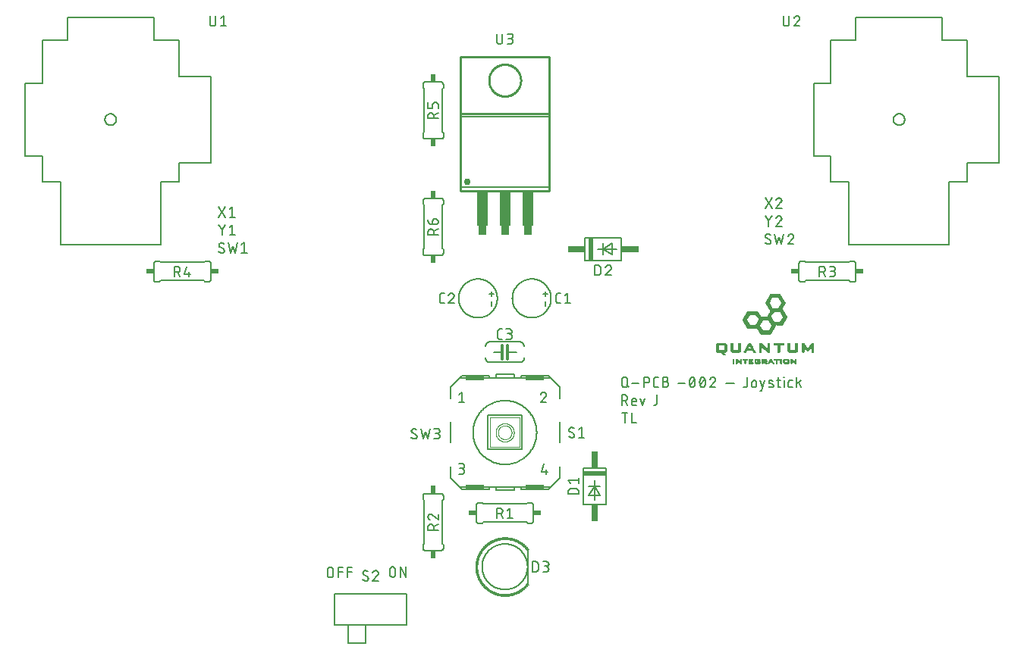
<source format=gto>
G04 EAGLE Gerber RS-274X export*
G75*
%MOMM*%
%FSLAX34Y34*%
%LPD*%
%INSilkscreen Top*%
%IPPOS*%
%AMOC8*
5,1,8,0,0,1.08239X$1,22.5*%
G01*
%ADD10C,0.127000*%
%ADD11C,0.152400*%
%ADD12C,0.304800*%
%ADD13C,0.254000*%
%ADD14C,0.762000*%
%ADD15R,1.270000X3.860800*%
%ADD16R,0.914400X1.066800*%
%ADD17R,0.863600X0.609600*%
%ADD18R,0.609600X0.863600*%
%ADD19C,0.203200*%
%ADD20C,0.025400*%
%ADD21C,0.050800*%
%ADD22R,2.159000X0.508000*%
%ADD23R,2.540000X0.508000*%
%ADD24R,0.762000X1.905000*%
%ADD25R,0.508000X2.540000*%
%ADD26R,1.905000X0.762000*%

G36*
X879787Y259550D02*
X879787Y259550D01*
X879821Y259548D01*
X879905Y259574D01*
X879949Y259583D01*
X879962Y259591D01*
X879975Y259596D01*
X880017Y259571D01*
X880055Y259564D01*
X880081Y259553D01*
X880121Y259553D01*
X880181Y259543D01*
X886495Y259543D01*
X886536Y259552D01*
X886578Y259550D01*
X886646Y259574D01*
X886689Y259583D01*
X886708Y259595D01*
X886735Y259605D01*
X887135Y259825D01*
X887174Y259858D01*
X887219Y259883D01*
X887256Y259928D01*
X887287Y259953D01*
X887300Y259980D01*
X887326Y260011D01*
X891564Y267284D01*
X891577Y267321D01*
X891596Y267352D01*
X891599Y267356D01*
X891609Y267415D01*
X891611Y267423D01*
X891777Y267654D01*
X891786Y267673D01*
X891803Y267694D01*
X892602Y269065D01*
X892625Y269134D01*
X892656Y269199D01*
X892658Y269230D01*
X892666Y269253D01*
X892663Y269296D01*
X892667Y269365D01*
X892622Y269824D01*
X892616Y269844D01*
X892616Y269866D01*
X892572Y269985D01*
X892564Y270014D01*
X892561Y270017D01*
X892559Y270023D01*
X887302Y279205D01*
X887287Y279222D01*
X887278Y279243D01*
X887222Y279297D01*
X887171Y279355D01*
X887151Y279365D01*
X887134Y279380D01*
X887020Y279427D01*
X886992Y279441D01*
X886987Y279441D01*
X886981Y279444D01*
X886514Y279551D01*
X886471Y279552D01*
X886402Y279564D01*
X875821Y279564D01*
X875745Y279548D01*
X875668Y279540D01*
X875649Y279529D01*
X875626Y279524D01*
X875563Y279480D01*
X875495Y279442D01*
X875479Y279423D01*
X875462Y279412D01*
X875438Y279374D01*
X875389Y279314D01*
X870099Y270150D01*
X870087Y270115D01*
X870061Y270068D01*
X869898Y269610D01*
X869893Y269578D01*
X869880Y269548D01*
X869879Y269480D01*
X869870Y269413D01*
X869878Y269382D01*
X869878Y269349D01*
X869909Y269264D01*
X869921Y269221D01*
X869930Y269210D01*
X869936Y269193D01*
X875226Y260030D01*
X875254Y259998D01*
X875275Y259960D01*
X875329Y259914D01*
X875358Y259881D01*
X875379Y259871D01*
X875401Y259852D01*
X875793Y259615D01*
X875842Y259597D01*
X875887Y259571D01*
X875943Y259561D01*
X875980Y259548D01*
X876011Y259550D01*
X876051Y259543D01*
X879754Y259543D01*
X879787Y259550D01*
G37*
G36*
X887493Y279696D02*
X887493Y279696D01*
X887535Y279695D01*
X887604Y279719D01*
X887648Y279727D01*
X887666Y279740D01*
X887692Y279749D01*
X887728Y279768D01*
X887769Y279803D01*
X887816Y279829D01*
X887851Y279871D01*
X887880Y279896D01*
X887894Y279924D01*
X887922Y279957D01*
X890647Y284680D01*
X897450Y284686D01*
X897461Y284689D01*
X897473Y284687D01*
X897635Y284722D01*
X897673Y284737D01*
X897742Y284783D01*
X897814Y284823D01*
X897826Y284838D01*
X897839Y284846D01*
X897864Y284884D01*
X897920Y284951D01*
X903404Y294451D01*
X903404Y294452D01*
X903406Y294454D01*
X903415Y294483D01*
X903417Y294486D01*
X903419Y294493D01*
X903436Y294546D01*
X903467Y294639D01*
X903467Y294641D01*
X903467Y294643D01*
X903459Y294809D01*
X903450Y294849D01*
X903435Y294883D01*
X903395Y294990D01*
X897935Y304450D01*
X897884Y304508D01*
X897838Y304570D01*
X897818Y304582D01*
X897803Y304599D01*
X897734Y304632D01*
X897667Y304672D01*
X897642Y304676D01*
X897624Y304685D01*
X897579Y304687D01*
X897503Y304700D01*
X886537Y304704D01*
X886461Y304689D01*
X886384Y304680D01*
X886364Y304669D01*
X886342Y304665D01*
X886278Y304621D01*
X886210Y304583D01*
X886194Y304564D01*
X886178Y304552D01*
X886154Y304515D01*
X886104Y304455D01*
X880612Y294966D01*
X880586Y294888D01*
X880554Y294810D01*
X880553Y294792D01*
X880549Y294778D01*
X880552Y294733D01*
X880550Y294644D01*
X880556Y294604D01*
X880560Y294593D01*
X880560Y294582D01*
X880596Y294484D01*
X880603Y294456D01*
X880611Y294445D01*
X880618Y294426D01*
X885449Y286059D01*
X885475Y286030D01*
X885493Y285995D01*
X885540Y285956D01*
X885581Y285910D01*
X885616Y285893D01*
X885646Y285868D01*
X885705Y285851D01*
X885760Y285824D01*
X885799Y285823D01*
X885837Y285811D01*
X885898Y285818D01*
X885959Y285815D01*
X885996Y285829D01*
X886035Y285833D01*
X886088Y285863D01*
X886145Y285885D01*
X886174Y285912D01*
X886208Y285931D01*
X886258Y285991D01*
X886290Y286021D01*
X886298Y286039D01*
X886314Y286059D01*
X888227Y289373D01*
X888257Y289463D01*
X888289Y289555D01*
X888289Y289559D01*
X888290Y289561D01*
X888289Y289583D01*
X888284Y289721D01*
X888276Y289762D01*
X888268Y289781D01*
X888240Y289856D01*
X888233Y289883D01*
X888226Y289893D01*
X888219Y289912D01*
X885453Y294701D01*
X888734Y300378D01*
X895291Y300378D01*
X898568Y294707D01*
X895291Y289022D01*
X888441Y289025D01*
X888365Y289009D01*
X888288Y289001D01*
X888268Y288990D01*
X888246Y288985D01*
X888182Y288941D01*
X888114Y288903D01*
X888098Y288884D01*
X888082Y288873D01*
X888058Y288835D01*
X888008Y288775D01*
X883207Y280444D01*
X883195Y280408D01*
X883174Y280375D01*
X883163Y280314D01*
X883144Y280256D01*
X883147Y280217D01*
X883140Y280179D01*
X883154Y280119D01*
X883159Y280057D01*
X883177Y280023D01*
X883186Y279986D01*
X883222Y279936D01*
X883251Y279881D01*
X883281Y279857D01*
X883303Y279826D01*
X883357Y279794D01*
X883404Y279754D01*
X883441Y279743D01*
X883474Y279724D01*
X883552Y279710D01*
X883595Y279698D01*
X883614Y279700D01*
X883638Y279696D01*
X887453Y279688D01*
X887493Y279696D01*
G37*
G36*
X870956Y265761D02*
X870956Y265761D01*
X870994Y265759D01*
X871052Y265780D01*
X871113Y265793D01*
X871145Y265814D01*
X871181Y265828D01*
X871226Y265870D01*
X871277Y265905D01*
X871298Y265938D01*
X871326Y265964D01*
X871351Y266021D01*
X871384Y266073D01*
X871390Y266111D01*
X871406Y266146D01*
X871407Y266208D01*
X871417Y266269D01*
X871408Y266306D01*
X871409Y266345D01*
X871382Y266419D01*
X871371Y266462D01*
X871360Y266478D01*
X871351Y266501D01*
X869456Y269805D01*
X869440Y269823D01*
X869430Y269845D01*
X869348Y269927D01*
X869324Y269954D01*
X869318Y269957D01*
X869313Y269963D01*
X869279Y269986D01*
X869215Y270015D01*
X869154Y270051D01*
X869121Y270057D01*
X869098Y270067D01*
X869055Y270068D01*
X868990Y270079D01*
X863475Y270079D01*
X860200Y275746D01*
X863476Y281434D01*
X870030Y281434D01*
X872828Y276594D01*
X872854Y276565D01*
X872872Y276530D01*
X872920Y276491D01*
X872960Y276445D01*
X872995Y276428D01*
X873025Y276403D01*
X873084Y276386D01*
X873140Y276359D01*
X873179Y276358D01*
X873216Y276346D01*
X873277Y276353D01*
X873338Y276351D01*
X873375Y276364D01*
X873414Y276368D01*
X873467Y276399D01*
X873525Y276420D01*
X873553Y276447D01*
X873587Y276466D01*
X873637Y276526D01*
X873669Y276557D01*
X873677Y276575D01*
X873693Y276594D01*
X875605Y279908D01*
X875635Y279995D01*
X875666Y280081D01*
X875666Y280089D01*
X875669Y280096D01*
X875666Y280133D01*
X875664Y280247D01*
X875657Y280287D01*
X875656Y280289D01*
X875656Y280291D01*
X875598Y280447D01*
X872682Y285498D01*
X872623Y285564D01*
X872568Y285633D01*
X872557Y285639D01*
X872550Y285647D01*
X872512Y285665D01*
X872424Y285716D01*
X872385Y285730D01*
X872380Y285731D01*
X872375Y285734D01*
X872211Y285762D01*
X861293Y285762D01*
X861277Y285759D01*
X861261Y285761D01*
X861100Y285723D01*
X861098Y285722D01*
X861062Y285707D01*
X860997Y285663D01*
X860929Y285624D01*
X860914Y285606D01*
X860898Y285595D01*
X860874Y285557D01*
X860823Y285496D01*
X855347Y276001D01*
X855322Y275927D01*
X855291Y275856D01*
X855291Y275834D01*
X855284Y275812D01*
X855290Y275735D01*
X855290Y275733D01*
X855288Y275722D01*
X855290Y275714D01*
X855289Y275657D01*
X855298Y275634D01*
X855299Y275614D01*
X855320Y275574D01*
X855328Y275552D01*
X855334Y275528D01*
X855340Y275519D01*
X855347Y275502D01*
X860830Y266007D01*
X860881Y265949D01*
X860927Y265886D01*
X860947Y265875D01*
X860962Y265858D01*
X861032Y265824D01*
X861098Y265785D01*
X861123Y265780D01*
X861141Y265772D01*
X861186Y265770D01*
X861262Y265757D01*
X870918Y265753D01*
X870956Y265761D01*
G37*
G36*
X835556Y236001D02*
X835556Y236001D01*
X835603Y236001D01*
X836021Y236070D01*
X836097Y236099D01*
X836176Y236123D01*
X836190Y236134D01*
X836207Y236141D01*
X836266Y236198D01*
X836329Y236250D01*
X836337Y236266D01*
X836350Y236278D01*
X836382Y236354D01*
X836420Y236427D01*
X836421Y236445D01*
X836428Y236461D01*
X836428Y236543D01*
X836435Y236625D01*
X836429Y236644D01*
X836429Y236660D01*
X836412Y236701D01*
X836386Y236785D01*
X835176Y239220D01*
X835606Y239221D01*
X835621Y239225D01*
X835640Y239223D01*
X836167Y239261D01*
X836193Y239268D01*
X836228Y239269D01*
X836746Y239371D01*
X836785Y239387D01*
X836851Y239404D01*
X837333Y239617D01*
X837349Y239629D01*
X837368Y239634D01*
X837476Y239719D01*
X837495Y239732D01*
X837496Y239734D01*
X837499Y239737D01*
X837852Y240123D01*
X837858Y240133D01*
X837868Y240141D01*
X837951Y240285D01*
X838136Y240778D01*
X838142Y240818D01*
X838162Y240875D01*
X838244Y241397D01*
X838243Y241422D01*
X838250Y241455D01*
X838271Y241983D01*
X838269Y241992D01*
X838271Y242003D01*
X838271Y243060D01*
X838264Y243096D01*
X838263Y243150D01*
X838189Y243550D01*
X838255Y243802D01*
X838257Y243847D01*
X838271Y243928D01*
X838270Y247120D01*
X838267Y247134D01*
X838269Y247152D01*
X838234Y247683D01*
X838227Y247711D01*
X838226Y247749D01*
X838120Y248270D01*
X838103Y248311D01*
X838082Y248384D01*
X837856Y248863D01*
X837842Y248882D01*
X837834Y248904D01*
X837758Y248994D01*
X837737Y249022D01*
X837732Y249025D01*
X837727Y249031D01*
X837324Y249371D01*
X837318Y249374D01*
X837313Y249380D01*
X837167Y249460D01*
X836667Y249636D01*
X836629Y249641D01*
X836576Y249659D01*
X836051Y249738D01*
X836027Y249737D01*
X835998Y249743D01*
X835467Y249767D01*
X835457Y249765D01*
X835445Y249767D01*
X832785Y249767D01*
X832784Y249767D01*
X828028Y249759D01*
X828007Y249755D01*
X827980Y249757D01*
X827454Y249705D01*
X827425Y249696D01*
X827384Y249693D01*
X826872Y249567D01*
X826831Y249548D01*
X826749Y249520D01*
X826289Y249266D01*
X826268Y249248D01*
X826242Y249236D01*
X826169Y249164D01*
X826138Y249137D01*
X826133Y249128D01*
X826124Y249119D01*
X825819Y248693D01*
X825814Y248681D01*
X825748Y248546D01*
X825596Y248041D01*
X825592Y248005D01*
X825578Y247957D01*
X825515Y247433D01*
X825517Y247407D01*
X825511Y247374D01*
X825501Y242089D01*
X825502Y242083D01*
X825501Y242074D01*
X825516Y241546D01*
X825521Y241524D01*
X825520Y241494D01*
X825590Y240970D01*
X825603Y240935D01*
X825611Y240881D01*
X825775Y240380D01*
X825776Y240378D01*
X825777Y240375D01*
X825856Y240228D01*
X826178Y239816D01*
X826198Y239799D01*
X826212Y239777D01*
X826300Y239712D01*
X826329Y239687D01*
X826337Y239684D01*
X826345Y239678D01*
X826814Y239440D01*
X826857Y239428D01*
X826931Y239398D01*
X827446Y239282D01*
X827475Y239281D01*
X827512Y239272D01*
X828038Y239226D01*
X828057Y239228D01*
X828080Y239224D01*
X831982Y239211D01*
X833166Y236618D01*
X833167Y236617D01*
X833169Y236614D01*
X833260Y236480D01*
X833575Y236149D01*
X833591Y236138D01*
X833602Y236123D01*
X833672Y236082D01*
X833738Y236035D01*
X833757Y236031D01*
X833773Y236022D01*
X833918Y235997D01*
X833933Y235994D01*
X833935Y235995D01*
X833937Y235994D01*
X835522Y235994D01*
X835556Y236001D01*
G37*
%LPC*%
G36*
X880240Y263837D02*
X880240Y263837D01*
X880233Y263838D01*
X880228Y263841D01*
X880194Y263844D01*
X880076Y263864D01*
X878107Y263864D01*
X877946Y263968D01*
X874840Y269352D01*
X874735Y269557D01*
X877959Y275145D01*
X878131Y275227D01*
X884347Y275227D01*
X884571Y275209D01*
X887799Y269623D01*
X887778Y269431D01*
X887038Y268146D01*
X887024Y268103D01*
X886988Y268025D01*
X886912Y267739D01*
X886776Y267628D01*
X886772Y267623D01*
X886767Y267620D01*
X886661Y267491D01*
X884626Y263959D01*
X884463Y263864D01*
X880390Y263864D01*
X880300Y263846D01*
X880241Y263836D01*
X880240Y263837D01*
G37*
%LPD*%
G36*
X899495Y269022D02*
X899495Y269022D01*
X899588Y269039D01*
X899593Y269042D01*
X899597Y269043D01*
X899622Y269060D01*
X899730Y269126D01*
X899761Y269153D01*
X899765Y269158D01*
X899866Y269280D01*
X905326Y278739D01*
X905338Y278776D01*
X905359Y278809D01*
X905363Y278834D01*
X905375Y278858D01*
X905379Y278899D01*
X905389Y278928D01*
X905386Y278967D01*
X905386Y278970D01*
X905392Y279005D01*
X905391Y279012D01*
X905392Y279023D01*
X905389Y279064D01*
X905381Y279093D01*
X905381Y279123D01*
X905347Y279213D01*
X905336Y279255D01*
X905328Y279265D01*
X905323Y279279D01*
X900493Y287646D01*
X900463Y287681D01*
X900441Y287721D01*
X900397Y287754D01*
X900361Y287795D01*
X900320Y287815D01*
X900284Y287843D01*
X900220Y287863D01*
X900182Y287881D01*
X900156Y287882D01*
X900125Y287892D01*
X900102Y287895D01*
X900091Y287894D01*
X900081Y287897D01*
X900008Y287889D01*
X899983Y287890D01*
X899971Y287886D01*
X899903Y287881D01*
X899894Y287876D01*
X899883Y287875D01*
X899806Y287831D01*
X899726Y287790D01*
X899719Y287782D01*
X899710Y287777D01*
X899604Y287649D01*
X897698Y284334D01*
X897674Y284261D01*
X897643Y284190D01*
X897643Y284167D01*
X897636Y284145D01*
X897642Y284069D01*
X897641Y283991D01*
X897650Y283967D01*
X897651Y283947D01*
X897672Y283908D01*
X897699Y283835D01*
X900487Y279007D01*
X897209Y273329D01*
X891683Y273329D01*
X891665Y273326D01*
X891646Y273328D01*
X891580Y273312D01*
X891578Y273311D01*
X891506Y273294D01*
X891489Y273290D01*
X891487Y273289D01*
X891484Y273288D01*
X891457Y273276D01*
X891428Y273255D01*
X891393Y273243D01*
X891347Y273199D01*
X891295Y273162D01*
X891275Y273131D01*
X891249Y273106D01*
X891223Y273048D01*
X891189Y272994D01*
X891183Y272958D01*
X891169Y272924D01*
X891168Y272860D01*
X891158Y272797D01*
X891167Y272762D01*
X891166Y272725D01*
X891195Y272648D01*
X891206Y272604D01*
X891216Y272590D01*
X891224Y272569D01*
X893136Y269253D01*
X893187Y269195D01*
X893233Y269133D01*
X893252Y269121D01*
X893267Y269104D01*
X893337Y269071D01*
X893404Y269031D01*
X893429Y269027D01*
X893447Y269019D01*
X893491Y269017D01*
X893568Y269004D01*
X899402Y269004D01*
X899495Y269022D01*
G37*
G36*
X923843Y239225D02*
X923843Y239225D01*
X923903Y239227D01*
X923939Y239245D01*
X923979Y239253D01*
X924029Y239286D01*
X924083Y239312D01*
X924115Y239346D01*
X924143Y239365D01*
X924163Y239395D01*
X924198Y239432D01*
X924411Y239746D01*
X924436Y239807D01*
X924470Y239863D01*
X924476Y239902D01*
X924488Y239930D01*
X924488Y239969D01*
X924497Y240027D01*
X924497Y244845D01*
X927697Y240576D01*
X927746Y240531D01*
X927789Y240481D01*
X927820Y240466D01*
X927845Y240443D01*
X927908Y240422D01*
X927967Y240393D01*
X928006Y240389D01*
X928033Y240380D01*
X928073Y240383D01*
X928133Y240377D01*
X928628Y240414D01*
X928656Y240421D01*
X928685Y240421D01*
X928751Y240448D01*
X928819Y240467D01*
X928842Y240486D01*
X928869Y240497D01*
X928941Y240565D01*
X928974Y240592D01*
X928980Y240602D01*
X928990Y240611D01*
X932125Y244777D01*
X932125Y239973D01*
X932128Y239957D01*
X932126Y239941D01*
X932148Y239860D01*
X932165Y239778D01*
X932174Y239765D01*
X932178Y239749D01*
X932276Y239615D01*
X932544Y239355D01*
X932551Y239350D01*
X932557Y239342D01*
X932634Y239296D01*
X932711Y239247D01*
X932720Y239245D01*
X932728Y239241D01*
X932892Y239213D01*
X934475Y239213D01*
X934541Y239227D01*
X934608Y239231D01*
X934638Y239246D01*
X934670Y239253D01*
X934726Y239291D01*
X934786Y239321D01*
X934811Y239349D01*
X934834Y239365D01*
X934856Y239399D01*
X934897Y239445D01*
X935102Y239768D01*
X935122Y239822D01*
X935152Y239871D01*
X935160Y239920D01*
X935173Y239953D01*
X935171Y239988D01*
X935179Y240035D01*
X935179Y249007D01*
X935176Y249026D01*
X935178Y249044D01*
X935156Y249122D01*
X935140Y249202D01*
X935129Y249218D01*
X935124Y249235D01*
X935035Y249355D01*
X935027Y249366D01*
X935026Y249367D01*
X935025Y249369D01*
X934755Y249626D01*
X934749Y249630D01*
X934745Y249635D01*
X934666Y249683D01*
X934587Y249732D01*
X934580Y249733D01*
X934574Y249737D01*
X934410Y249765D01*
X933355Y249765D01*
X933328Y249759D01*
X933293Y249761D01*
X932796Y249699D01*
X932782Y249694D01*
X932766Y249694D01*
X932693Y249665D01*
X932658Y249658D01*
X932644Y249648D01*
X932607Y249636D01*
X932596Y249626D01*
X932582Y249620D01*
X932523Y249565D01*
X932494Y249545D01*
X932483Y249528D01*
X932460Y249506D01*
X928493Y244306D01*
X924553Y249366D01*
X924529Y249386D01*
X924512Y249412D01*
X924435Y249467D01*
X924402Y249495D01*
X924389Y249499D01*
X924376Y249508D01*
X923949Y249715D01*
X923921Y249722D01*
X923896Y249737D01*
X923798Y249753D01*
X923756Y249764D01*
X923745Y249762D01*
X923732Y249765D01*
X922676Y249765D01*
X922652Y249760D01*
X922621Y249761D01*
X922146Y249709D01*
X922069Y249684D01*
X921991Y249665D01*
X921975Y249654D01*
X921957Y249648D01*
X921896Y249595D01*
X921831Y249547D01*
X921821Y249531D01*
X921806Y249518D01*
X921771Y249446D01*
X921730Y249376D01*
X921726Y249355D01*
X921718Y249339D01*
X921716Y249294D01*
X921702Y249212D01*
X921702Y239712D01*
X921704Y239704D01*
X921702Y239696D01*
X921723Y239607D01*
X921742Y239517D01*
X921746Y239511D01*
X921748Y239502D01*
X921802Y239429D01*
X921854Y239354D01*
X921861Y239349D01*
X921866Y239342D01*
X921944Y239296D01*
X922022Y239247D01*
X922030Y239245D01*
X922037Y239241D01*
X922201Y239213D01*
X923785Y239213D01*
X923843Y239225D01*
G37*
G36*
X875960Y239220D02*
X875960Y239220D01*
X876077Y239237D01*
X876480Y239365D01*
X876508Y239380D01*
X876539Y239388D01*
X876594Y239428D01*
X876654Y239462D01*
X876674Y239487D01*
X876699Y239506D01*
X876734Y239565D01*
X876776Y239619D01*
X876784Y239649D01*
X876801Y239677D01*
X876816Y239768D01*
X876827Y239811D01*
X876825Y239824D01*
X876828Y239841D01*
X876824Y245141D01*
X876937Y245045D01*
X876938Y245044D01*
X876939Y245043D01*
X883445Y239569D01*
X883481Y239549D01*
X883530Y239511D01*
X883975Y239273D01*
X884013Y239261D01*
X884047Y239241D01*
X884122Y239228D01*
X884165Y239215D01*
X884185Y239217D01*
X884211Y239213D01*
X885274Y239213D01*
X885358Y239230D01*
X885444Y239243D01*
X885457Y239250D01*
X885469Y239253D01*
X885504Y239277D01*
X885589Y239325D01*
X885882Y239563D01*
X885906Y239593D01*
X885937Y239616D01*
X885969Y239669D01*
X886008Y239717D01*
X886019Y239754D01*
X886038Y239787D01*
X886052Y239864D01*
X886064Y239907D01*
X886062Y239927D01*
X886066Y239951D01*
X886066Y248985D01*
X886047Y249080D01*
X886028Y249176D01*
X886027Y249178D01*
X886027Y249179D01*
X886018Y249191D01*
X885939Y249317D01*
X885689Y249598D01*
X885667Y249614D01*
X885651Y249635D01*
X885588Y249673D01*
X885529Y249717D01*
X885503Y249723D01*
X885480Y249737D01*
X885375Y249755D01*
X885336Y249764D01*
X885327Y249763D01*
X885316Y249765D01*
X883722Y249765D01*
X883709Y249762D01*
X883696Y249764D01*
X883612Y249742D01*
X883527Y249725D01*
X883516Y249718D01*
X883504Y249714D01*
X883435Y249662D01*
X883363Y249612D01*
X883356Y249601D01*
X883346Y249593D01*
X883259Y249452D01*
X883106Y249073D01*
X883104Y249061D01*
X883098Y249050D01*
X883070Y248886D01*
X883073Y244103D01*
X883076Y244091D01*
X883074Y244076D01*
X883086Y243851D01*
X876237Y249589D01*
X876183Y249618D01*
X876134Y249655D01*
X876095Y249667D01*
X876090Y249670D01*
X876087Y249670D01*
X876063Y249684D01*
X876025Y249687D01*
X875974Y249702D01*
X875465Y249761D01*
X875439Y249759D01*
X875407Y249765D01*
X874344Y249765D01*
X874342Y249764D01*
X874340Y249764D01*
X874246Y249745D01*
X874149Y249725D01*
X874147Y249724D01*
X874145Y249723D01*
X874066Y249667D01*
X873985Y249612D01*
X873984Y249610D01*
X873982Y249609D01*
X873931Y249527D01*
X873878Y249445D01*
X873878Y249443D01*
X873877Y249441D01*
X873845Y249277D01*
X873833Y248758D01*
X873834Y248753D01*
X873832Y248746D01*
X873832Y239712D01*
X873834Y239704D01*
X873833Y239696D01*
X873854Y239607D01*
X873872Y239517D01*
X873877Y239511D01*
X873879Y239502D01*
X873933Y239429D01*
X873985Y239354D01*
X873992Y239349D01*
X873997Y239342D01*
X874075Y239296D01*
X874152Y239247D01*
X874160Y239245D01*
X874168Y239241D01*
X874332Y239213D01*
X875926Y239213D01*
X875960Y239220D01*
G37*
G36*
X914525Y239221D02*
X914525Y239221D01*
X914541Y239224D01*
X914562Y239222D01*
X915091Y239261D01*
X915117Y239269D01*
X915152Y239270D01*
X915672Y239374D01*
X915712Y239391D01*
X915779Y239409D01*
X916260Y239627D01*
X916277Y239639D01*
X916298Y239645D01*
X916399Y239727D01*
X916421Y239743D01*
X916424Y239746D01*
X916427Y239749D01*
X916777Y240142D01*
X916782Y240151D01*
X916790Y240158D01*
X916873Y240302D01*
X917055Y240799D01*
X917061Y240838D01*
X917079Y240895D01*
X917159Y241419D01*
X917158Y241444D01*
X917165Y241476D01*
X917184Y242006D01*
X917183Y242014D01*
X917184Y242024D01*
X917184Y248920D01*
X917176Y248960D01*
X917178Y249000D01*
X917154Y249072D01*
X917145Y249115D01*
X917133Y249132D01*
X917125Y249157D01*
X916939Y249502D01*
X916885Y249567D01*
X916834Y249635D01*
X916821Y249643D01*
X916812Y249655D01*
X916736Y249694D01*
X916663Y249737D01*
X916647Y249740D01*
X916635Y249746D01*
X916591Y249749D01*
X916499Y249765D01*
X914908Y249765D01*
X914872Y249757D01*
X914819Y249756D01*
X914370Y249675D01*
X914311Y249651D01*
X914249Y249637D01*
X914219Y249615D01*
X914185Y249601D01*
X914140Y249556D01*
X914089Y249519D01*
X914070Y249487D01*
X914044Y249461D01*
X914020Y249402D01*
X913987Y249348D01*
X913980Y249306D01*
X913969Y249277D01*
X913969Y249239D01*
X913960Y249184D01*
X913960Y242013D01*
X908630Y242013D01*
X908630Y249265D01*
X908628Y249274D01*
X908630Y249282D01*
X908609Y249370D01*
X908591Y249460D01*
X908586Y249467D01*
X908584Y249475D01*
X908530Y249548D01*
X908478Y249624D01*
X908471Y249629D01*
X908466Y249635D01*
X908388Y249682D01*
X908310Y249731D01*
X908302Y249733D01*
X908295Y249737D01*
X908131Y249765D01*
X906009Y249765D01*
X905957Y249754D01*
X905903Y249753D01*
X905860Y249734D01*
X905814Y249725D01*
X905770Y249695D01*
X905721Y249673D01*
X905689Y249639D01*
X905650Y249612D01*
X905621Y249567D01*
X905585Y249528D01*
X905564Y249477D01*
X905543Y249445D01*
X905538Y249414D01*
X905522Y249374D01*
X905425Y248941D01*
X905424Y248898D01*
X905413Y248832D01*
X905413Y241936D01*
X905415Y241924D01*
X905414Y241909D01*
X905442Y241379D01*
X905449Y241353D01*
X905449Y241318D01*
X905543Y240797D01*
X905558Y240757D01*
X905573Y240692D01*
X905777Y240204D01*
X905788Y240189D01*
X905792Y240172D01*
X905883Y240049D01*
X905889Y240040D01*
X905890Y240039D01*
X905891Y240038D01*
X906269Y239673D01*
X906281Y239665D01*
X906290Y239654D01*
X906432Y239568D01*
X906924Y239374D01*
X906965Y239367D01*
X907022Y239346D01*
X907545Y239256D01*
X907570Y239257D01*
X907601Y239250D01*
X908131Y239220D01*
X908144Y239221D01*
X908159Y239219D01*
X914525Y239221D01*
G37*
G36*
X851076Y239221D02*
X851076Y239221D01*
X851092Y239224D01*
X851112Y239222D01*
X851641Y239261D01*
X851667Y239268D01*
X851703Y239269D01*
X852222Y239374D01*
X852262Y239391D01*
X852329Y239408D01*
X852811Y239625D01*
X852828Y239638D01*
X852848Y239644D01*
X852950Y239725D01*
X852972Y239741D01*
X852974Y239745D01*
X852978Y239748D01*
X853328Y240140D01*
X853333Y240149D01*
X853342Y240156D01*
X853424Y240301D01*
X853606Y240798D01*
X853612Y240837D01*
X853630Y240894D01*
X853710Y241418D01*
X853709Y241443D01*
X853715Y241475D01*
X853734Y242005D01*
X853733Y242013D01*
X853735Y242023D01*
X853735Y248919D01*
X853727Y248958D01*
X853729Y248997D01*
X853704Y249070D01*
X853695Y249114D01*
X853684Y249131D01*
X853676Y249155D01*
X853491Y249501D01*
X853436Y249567D01*
X853386Y249635D01*
X853373Y249643D01*
X853364Y249654D01*
X853288Y249693D01*
X853215Y249737D01*
X853199Y249739D01*
X853188Y249745D01*
X853144Y249749D01*
X853051Y249765D01*
X851459Y249765D01*
X851421Y249757D01*
X851365Y249756D01*
X850920Y249670D01*
X850863Y249647D01*
X850804Y249633D01*
X850772Y249610D01*
X850736Y249595D01*
X850693Y249551D01*
X850644Y249515D01*
X850624Y249481D01*
X850596Y249453D01*
X850574Y249397D01*
X850542Y249344D01*
X850535Y249299D01*
X850523Y249269D01*
X850524Y249232D01*
X850515Y249180D01*
X850515Y242013D01*
X845180Y242013D01*
X845180Y249265D01*
X845179Y249274D01*
X845180Y249282D01*
X845159Y249370D01*
X845141Y249460D01*
X845136Y249467D01*
X845134Y249475D01*
X845080Y249548D01*
X845028Y249624D01*
X845021Y249629D01*
X845016Y249635D01*
X844938Y249682D01*
X844861Y249731D01*
X844852Y249733D01*
X844845Y249737D01*
X844681Y249765D01*
X842559Y249765D01*
X842507Y249754D01*
X842453Y249753D01*
X842410Y249734D01*
X842364Y249725D01*
X842320Y249695D01*
X842271Y249673D01*
X842239Y249639D01*
X842200Y249612D01*
X842172Y249567D01*
X842135Y249528D01*
X842114Y249477D01*
X842093Y249445D01*
X842088Y249414D01*
X842072Y249374D01*
X841975Y248941D01*
X841974Y248898D01*
X841963Y248832D01*
X841963Y241935D01*
X841965Y241924D01*
X841964Y241910D01*
X841991Y241380D01*
X841997Y241354D01*
X841998Y241319D01*
X842090Y240797D01*
X842106Y240757D01*
X842122Y240690D01*
X842327Y240203D01*
X842337Y240188D01*
X842342Y240170D01*
X842431Y240050D01*
X842439Y240039D01*
X842440Y240038D01*
X842441Y240036D01*
X842821Y239673D01*
X842832Y239666D01*
X842840Y239655D01*
X842982Y239569D01*
X843474Y239375D01*
X843514Y239367D01*
X843572Y239347D01*
X844095Y239256D01*
X844120Y239257D01*
X844152Y239250D01*
X844681Y239220D01*
X844694Y239221D01*
X844710Y239219D01*
X851076Y239221D01*
G37*
G36*
X858657Y239215D02*
X858657Y239215D01*
X858667Y239214D01*
X859187Y239232D01*
X859263Y239250D01*
X859340Y239261D01*
X859359Y239273D01*
X859381Y239278D01*
X859444Y239325D01*
X859510Y239365D01*
X859525Y239385D01*
X859541Y239396D01*
X859563Y239435D01*
X859611Y239497D01*
X860531Y241233D01*
X860691Y241312D01*
X865847Y241312D01*
X866051Y241278D01*
X866954Y239626D01*
X867015Y239553D01*
X867082Y239474D01*
X867083Y239474D01*
X867229Y239394D01*
X867669Y239241D01*
X867673Y239241D01*
X867833Y239214D01*
X869958Y239214D01*
X869988Y239220D01*
X870019Y239217D01*
X870085Y239239D01*
X870153Y239253D01*
X870179Y239271D01*
X870208Y239280D01*
X870260Y239326D01*
X870317Y239366D01*
X870334Y239392D01*
X870357Y239412D01*
X870387Y239475D01*
X870424Y239533D01*
X870429Y239564D01*
X870443Y239591D01*
X870446Y239661D01*
X870457Y239729D01*
X870450Y239759D01*
X870452Y239790D01*
X870421Y239881D01*
X870411Y239923D01*
X870404Y239933D01*
X870399Y239948D01*
X870162Y240393D01*
X870157Y240398D01*
X870154Y240406D01*
X867509Y245015D01*
X867489Y245037D01*
X867471Y245072D01*
X867312Y245277D01*
X867296Y245327D01*
X867286Y245370D01*
X867278Y245380D01*
X867273Y245395D01*
X867037Y245837D01*
X867032Y245843D01*
X867029Y245851D01*
X864926Y249511D01*
X864875Y249570D01*
X864829Y249633D01*
X864810Y249644D01*
X864795Y249661D01*
X864725Y249694D01*
X864658Y249734D01*
X864633Y249738D01*
X864616Y249747D01*
X864571Y249749D01*
X864493Y249762D01*
X862383Y249762D01*
X862318Y249749D01*
X862253Y249745D01*
X862222Y249729D01*
X862188Y249722D01*
X862134Y249685D01*
X862075Y249656D01*
X862048Y249627D01*
X862024Y249610D01*
X862002Y249576D01*
X861963Y249533D01*
X861686Y249103D01*
X861681Y249091D01*
X861671Y249079D01*
X859589Y245406D01*
X856709Y240320D01*
X856695Y240278D01*
X856658Y240191D01*
X856570Y239831D01*
X856568Y239763D01*
X856557Y239696D01*
X856564Y239665D01*
X856563Y239632D01*
X856587Y239569D01*
X856603Y239503D01*
X856622Y239477D01*
X856634Y239446D01*
X856680Y239397D01*
X856720Y239343D01*
X856748Y239326D01*
X856771Y239303D01*
X856833Y239276D01*
X856891Y239241D01*
X856928Y239235D01*
X856954Y239224D01*
X856995Y239224D01*
X857055Y239214D01*
X858650Y239214D01*
X858657Y239215D01*
G37*
G36*
X896831Y239215D02*
X896831Y239215D01*
X896839Y239213D01*
X896928Y239235D01*
X897018Y239253D01*
X897025Y239257D01*
X897033Y239259D01*
X897106Y239313D01*
X897182Y239365D01*
X897186Y239372D01*
X897193Y239377D01*
X897239Y239455D01*
X897289Y239533D01*
X897290Y239541D01*
X897294Y239548D01*
X897322Y239712D01*
X897329Y247063D01*
X901207Y247063D01*
X901267Y247075D01*
X901328Y247078D01*
X901370Y247096D01*
X901402Y247102D01*
X901433Y247123D01*
X901439Y247126D01*
X901446Y247127D01*
X901450Y247131D01*
X901481Y247144D01*
X901509Y247163D01*
X901552Y247205D01*
X901566Y247215D01*
X901568Y247218D01*
X901606Y247245D01*
X901624Y247277D01*
X901650Y247302D01*
X901675Y247361D01*
X901707Y247416D01*
X901714Y247458D01*
X901726Y247486D01*
X901726Y247525D01*
X901735Y247580D01*
X901735Y249261D01*
X901733Y249270D01*
X901735Y249278D01*
X901714Y249366D01*
X901695Y249456D01*
X901691Y249463D01*
X901689Y249471D01*
X901634Y249545D01*
X901583Y249620D01*
X901576Y249625D01*
X901571Y249631D01*
X901492Y249678D01*
X901415Y249727D01*
X901407Y249729D01*
X901400Y249733D01*
X901236Y249761D01*
X890220Y249765D01*
X890212Y249763D01*
X890203Y249764D01*
X890115Y249743D01*
X890025Y249725D01*
X890018Y249720D01*
X890010Y249718D01*
X889936Y249664D01*
X889861Y249613D01*
X889856Y249605D01*
X889850Y249600D01*
X889803Y249522D01*
X889754Y249445D01*
X889753Y249437D01*
X889748Y249429D01*
X889720Y249265D01*
X889720Y247584D01*
X889725Y247562D01*
X889723Y247539D01*
X889745Y247465D01*
X889760Y247389D01*
X889773Y247370D01*
X889780Y247348D01*
X889854Y247253D01*
X889873Y247225D01*
X889877Y247222D01*
X889882Y247217D01*
X889906Y247195D01*
X889908Y247193D01*
X889909Y247192D01*
X889992Y247143D01*
X890076Y247092D01*
X890078Y247091D01*
X890080Y247090D01*
X890244Y247063D01*
X894107Y247063D01*
X894107Y239737D01*
X894127Y239641D01*
X894145Y239547D01*
X894146Y239545D01*
X894147Y239542D01*
X894159Y239525D01*
X894233Y239406D01*
X894255Y239381D01*
X894277Y239365D01*
X894293Y239342D01*
X894355Y239305D01*
X894413Y239262D01*
X894440Y239255D01*
X894464Y239241D01*
X894566Y239224D01*
X894606Y239214D01*
X894616Y239215D01*
X894628Y239213D01*
X896823Y239213D01*
X896831Y239215D01*
G37*
G36*
X904019Y226525D02*
X904019Y226525D01*
X904027Y226521D01*
X904071Y226519D01*
X904148Y226506D01*
X905743Y226506D01*
X905752Y226508D01*
X905764Y226507D01*
X906295Y226529D01*
X906337Y226540D01*
X906431Y226554D01*
X906931Y226721D01*
X907016Y226770D01*
X907100Y226817D01*
X907101Y226819D01*
X907103Y226820D01*
X907114Y226834D01*
X907206Y226945D01*
X907465Y227395D01*
X907473Y227418D01*
X907488Y227438D01*
X907516Y227548D01*
X907528Y227583D01*
X907528Y227591D01*
X907530Y227599D01*
X907578Y228128D01*
X907575Y228148D01*
X907580Y228173D01*
X907575Y230831D01*
X907567Y230870D01*
X907565Y230929D01*
X907461Y231447D01*
X907435Y231509D01*
X907417Y231574D01*
X907395Y231604D01*
X907384Y231631D01*
X907354Y231659D01*
X907318Y231708D01*
X906947Y232066D01*
X906894Y232099D01*
X906847Y232140D01*
X906806Y232155D01*
X906780Y232172D01*
X906742Y232179D01*
X906691Y232197D01*
X906170Y232293D01*
X906133Y232292D01*
X906081Y232301D01*
X903955Y232306D01*
X903946Y232304D01*
X903937Y232305D01*
X903873Y232290D01*
X903851Y232291D01*
X903766Y232306D01*
X902202Y232302D01*
X902168Y232295D01*
X902120Y232295D01*
X901608Y232209D01*
X901564Y232192D01*
X901517Y232185D01*
X901461Y232153D01*
X901422Y232138D01*
X901403Y232119D01*
X901373Y232102D01*
X900982Y231779D01*
X900933Y231718D01*
X900879Y231662D01*
X900869Y231640D01*
X900857Y231625D01*
X900845Y231582D01*
X900814Y231509D01*
X900696Y231004D01*
X900694Y230960D01*
X900682Y230890D01*
X900679Y228283D01*
X900682Y228272D01*
X900680Y228257D01*
X900707Y227737D01*
X900715Y227705D01*
X900738Y227587D01*
X900920Y227105D01*
X900921Y227103D01*
X900921Y227101D01*
X900974Y227019D01*
X901026Y226936D01*
X901027Y226935D01*
X901028Y226934D01*
X901162Y226835D01*
X901619Y226605D01*
X901630Y226601D01*
X901640Y226595D01*
X901801Y226553D01*
X902319Y226508D01*
X902338Y226510D01*
X902362Y226506D01*
X903927Y226506D01*
X904019Y226525D01*
G37*
G36*
X873923Y226524D02*
X873923Y226524D01*
X873974Y226524D01*
X874491Y226615D01*
X874544Y226635D01*
X874599Y226646D01*
X874642Y226674D01*
X874676Y226687D01*
X874700Y226711D01*
X874740Y226736D01*
X875119Y227078D01*
X875163Y227137D01*
X875212Y227192D01*
X875223Y227220D01*
X875237Y227238D01*
X875247Y227280D01*
X875273Y227347D01*
X875380Y227860D01*
X875380Y227901D01*
X875390Y227960D01*
X875396Y229542D01*
X875392Y229559D01*
X875394Y229577D01*
X875373Y229656D01*
X875357Y229737D01*
X875347Y229751D01*
X875342Y229768D01*
X875250Y229894D01*
X875245Y229901D01*
X875244Y229901D01*
X875243Y229902D01*
X875016Y230122D01*
X875056Y230146D01*
X875108Y230166D01*
X875140Y230196D01*
X875178Y230219D01*
X875212Y230265D01*
X875252Y230303D01*
X875270Y230344D01*
X875296Y230380D01*
X875314Y230446D01*
X875331Y230486D01*
X875331Y230510D01*
X875339Y230540D01*
X875384Y231009D01*
X875380Y231049D01*
X875385Y231088D01*
X875368Y231163D01*
X875363Y231207D01*
X875353Y231225D01*
X875347Y231250D01*
X875146Y231729D01*
X875092Y231808D01*
X875038Y231889D01*
X875036Y231891D01*
X875034Y231893D01*
X875016Y231905D01*
X874903Y231985D01*
X874435Y232211D01*
X874428Y232213D01*
X874421Y232217D01*
X874260Y232259D01*
X873735Y232302D01*
X873717Y232300D01*
X873694Y232304D01*
X870531Y232304D01*
X870521Y232302D01*
X870507Y232303D01*
X869981Y232278D01*
X869941Y232268D01*
X869840Y232250D01*
X869347Y232077D01*
X869262Y232026D01*
X869178Y231976D01*
X869177Y231975D01*
X869171Y231968D01*
X869075Y231846D01*
X868828Y231393D01*
X868821Y231373D01*
X868809Y231356D01*
X868776Y231228D01*
X868769Y231203D01*
X868769Y231199D01*
X868768Y231195D01*
X868724Y230671D01*
X868726Y230652D01*
X868722Y230629D01*
X868726Y227993D01*
X868734Y227955D01*
X868735Y227900D01*
X868834Y227384D01*
X868858Y227326D01*
X868873Y227264D01*
X868897Y227229D01*
X868909Y227200D01*
X868936Y227173D01*
X868968Y227128D01*
X869326Y226764D01*
X869383Y226727D01*
X869433Y226682D01*
X869468Y226669D01*
X869491Y226653D01*
X869531Y226646D01*
X869589Y226624D01*
X870105Y226527D01*
X870143Y226527D01*
X870198Y226518D01*
X873887Y226517D01*
X873923Y226524D01*
G37*
G36*
X882713Y226511D02*
X882713Y226511D01*
X882763Y226511D01*
X882810Y226531D01*
X882859Y226541D01*
X882900Y226569D01*
X882946Y226589D01*
X882990Y226630D01*
X883023Y226653D01*
X883038Y226678D01*
X883066Y226704D01*
X883177Y226854D01*
X883217Y226941D01*
X883258Y227026D01*
X883258Y227030D01*
X883260Y227035D01*
X883264Y227130D01*
X883268Y227224D01*
X883267Y227229D01*
X883267Y227233D01*
X883233Y227322D01*
X883201Y227411D01*
X883197Y227415D01*
X883196Y227419D01*
X883176Y227440D01*
X883091Y227537D01*
X882022Y228414D01*
X882032Y228418D01*
X882072Y228430D01*
X882080Y228437D01*
X882092Y228442D01*
X882537Y228715D01*
X882599Y228773D01*
X882664Y228827D01*
X882673Y228841D01*
X882682Y228851D01*
X882700Y228891D01*
X882746Y228972D01*
X882922Y229464D01*
X882923Y229465D01*
X882952Y229628D01*
X882956Y230159D01*
X882951Y230183D01*
X882954Y230208D01*
X882932Y230280D01*
X882918Y230354D01*
X882904Y230375D01*
X882897Y230398D01*
X882887Y230410D01*
X882937Y230590D01*
X882938Y230602D01*
X882943Y230613D01*
X882953Y230779D01*
X882893Y231312D01*
X882874Y231372D01*
X882864Y231434D01*
X882842Y231471D01*
X882833Y231502D01*
X882808Y231530D01*
X882780Y231578D01*
X882442Y231982D01*
X882388Y232025D01*
X882340Y232074D01*
X882307Y232089D01*
X882286Y232106D01*
X882246Y232117D01*
X882189Y232143D01*
X881672Y232282D01*
X881627Y232285D01*
X881624Y232286D01*
X881544Y232300D01*
X879926Y232306D01*
X879925Y232305D01*
X879924Y232306D01*
X877272Y232306D01*
X877264Y232304D01*
X877256Y232305D01*
X877167Y232284D01*
X877077Y232266D01*
X877070Y232261D01*
X877062Y232260D01*
X876988Y232205D01*
X876913Y232154D01*
X876909Y232147D01*
X876902Y232142D01*
X876855Y232063D01*
X876806Y231986D01*
X876805Y231978D01*
X876800Y231971D01*
X876773Y231807D01*
X876769Y227036D01*
X876787Y226946D01*
X876803Y226855D01*
X876807Y226849D01*
X876808Y226841D01*
X876860Y226765D01*
X876910Y226688D01*
X876916Y226683D01*
X876921Y226677D01*
X876998Y226628D01*
X877074Y226576D01*
X877082Y226574D01*
X877088Y226570D01*
X877124Y226564D01*
X877236Y226537D01*
X877737Y226505D01*
X877750Y226507D01*
X877766Y226504D01*
X878297Y226501D01*
X878370Y226516D01*
X878445Y226523D01*
X878467Y226535D01*
X878492Y226540D01*
X878554Y226582D01*
X878620Y226618D01*
X878636Y226638D01*
X878656Y226652D01*
X878697Y226715D01*
X878744Y226773D01*
X878752Y226800D01*
X878764Y226819D01*
X878772Y226862D01*
X878794Y226932D01*
X878858Y227398D01*
X878856Y227427D01*
X878863Y227466D01*
X878863Y228315D01*
X879050Y228315D01*
X879335Y228212D01*
X880808Y226830D01*
X880811Y226828D01*
X880813Y226825D01*
X880953Y226735D01*
X881407Y226541D01*
X881424Y226538D01*
X881439Y226529D01*
X881596Y226502D01*
X881602Y226501D01*
X881603Y226501D01*
X882664Y226501D01*
X882713Y226511D01*
G37*
%LPC*%
G36*
X828721Y242010D02*
X828721Y242010D01*
X828721Y247058D01*
X832382Y247058D01*
X832419Y247066D01*
X832529Y247080D01*
X832776Y247157D01*
X833070Y247076D01*
X833115Y247073D01*
X833202Y247058D01*
X835056Y247058D01*
X835056Y243527D01*
X835073Y243440D01*
X835056Y243019D01*
X835058Y243009D01*
X835056Y242998D01*
X835056Y242010D01*
X828721Y242010D01*
G37*
%LPD*%
G36*
X867022Y226508D02*
X867022Y226508D01*
X867064Y226516D01*
X867107Y226515D01*
X867160Y226536D01*
X867217Y226547D01*
X867252Y226572D01*
X867292Y226587D01*
X867345Y226635D01*
X867381Y226660D01*
X867393Y226679D01*
X867415Y226700D01*
X867646Y226994D01*
X867682Y227068D01*
X867724Y227138D01*
X867727Y227158D01*
X867734Y227172D01*
X867737Y227217D01*
X867751Y227302D01*
X867751Y227827D01*
X867739Y227889D01*
X867735Y227952D01*
X867719Y227986D01*
X867712Y228022D01*
X867676Y228074D01*
X867648Y228131D01*
X867620Y228155D01*
X867599Y228186D01*
X867546Y228220D01*
X867498Y228261D01*
X867458Y228276D01*
X867432Y228293D01*
X867394Y228299D01*
X867341Y228318D01*
X866897Y228399D01*
X866860Y228398D01*
X866808Y228407D01*
X863911Y228407D01*
X863911Y228598D01*
X865126Y228598D01*
X865137Y228601D01*
X865151Y228599D01*
X865651Y228624D01*
X865744Y228648D01*
X865836Y228670D01*
X865839Y228673D01*
X865844Y228674D01*
X865920Y228732D01*
X865996Y228788D01*
X865998Y228792D01*
X866002Y228794D01*
X866049Y228878D01*
X866097Y228959D01*
X866098Y228964D01*
X866100Y228967D01*
X866103Y228994D01*
X866125Y229123D01*
X866125Y229648D01*
X866124Y229655D01*
X866125Y229661D01*
X866104Y229751D01*
X866085Y229843D01*
X866082Y229849D01*
X866080Y229855D01*
X865987Y229993D01*
X865730Y230261D01*
X865715Y230272D01*
X865704Y230287D01*
X865634Y230328D01*
X865567Y230375D01*
X865549Y230379D01*
X865533Y230388D01*
X865386Y230413D01*
X865373Y230416D01*
X865371Y230416D01*
X865369Y230416D01*
X863911Y230416D01*
X863911Y230486D01*
X866686Y230486D01*
X866692Y230488D01*
X866700Y230486D01*
X867211Y230501D01*
X867212Y230501D01*
X867213Y230501D01*
X867306Y230523D01*
X867324Y230528D01*
X867391Y230541D01*
X867395Y230544D01*
X867404Y230546D01*
X867405Y230547D01*
X867406Y230547D01*
X867482Y230603D01*
X867495Y230613D01*
X867555Y230654D01*
X867558Y230659D01*
X867565Y230664D01*
X867565Y230665D01*
X867566Y230665D01*
X867615Y230748D01*
X867619Y230754D01*
X867662Y230821D01*
X867663Y230828D01*
X867667Y230834D01*
X867667Y230835D01*
X867668Y230836D01*
X867695Y231000D01*
X867695Y231525D01*
X867676Y231619D01*
X867658Y231714D01*
X867656Y231717D01*
X867656Y231720D01*
X867643Y231739D01*
X867571Y231855D01*
X867325Y232135D01*
X867302Y232152D01*
X867285Y232175D01*
X867223Y232211D01*
X867166Y232255D01*
X867139Y232262D01*
X867114Y232276D01*
X867014Y232293D01*
X866973Y232303D01*
X866963Y232302D01*
X866950Y232304D01*
X862749Y232304D01*
X862717Y232297D01*
X862671Y232298D01*
X862218Y232226D01*
X862153Y232202D01*
X862086Y232186D01*
X862061Y232167D01*
X862032Y232156D01*
X861982Y232109D01*
X861926Y232068D01*
X861910Y232041D01*
X861887Y232020D01*
X861860Y231956D01*
X861824Y231897D01*
X861819Y231862D01*
X861808Y231837D01*
X861807Y231796D01*
X861797Y231733D01*
X861797Y227007D01*
X861798Y226999D01*
X861797Y226990D01*
X861818Y226902D01*
X861836Y226812D01*
X861841Y226805D01*
X861843Y226797D01*
X861897Y226724D01*
X861949Y226648D01*
X861956Y226644D01*
X861961Y226637D01*
X862039Y226590D01*
X862116Y226541D01*
X862125Y226540D01*
X862132Y226535D01*
X862296Y226508D01*
X867022Y226508D01*
G37*
G36*
X848947Y226513D02*
X848947Y226513D01*
X848980Y226511D01*
X849454Y226566D01*
X849530Y226591D01*
X849607Y226609D01*
X849624Y226621D01*
X849643Y226628D01*
X849703Y226680D01*
X849767Y226727D01*
X849778Y226745D01*
X849793Y226758D01*
X849828Y226830D01*
X849869Y226898D01*
X849872Y226921D01*
X849880Y226937D01*
X849883Y226982D01*
X849896Y227062D01*
X849895Y229200D01*
X852952Y226625D01*
X853031Y226582D01*
X853109Y226535D01*
X853119Y226534D01*
X853126Y226530D01*
X853165Y226526D01*
X853273Y226508D01*
X853802Y226508D01*
X853841Y226516D01*
X853881Y226514D01*
X853938Y226535D01*
X853997Y226547D01*
X854030Y226570D01*
X854067Y226584D01*
X854124Y226635D01*
X854161Y226660D01*
X854172Y226677D01*
X854192Y226694D01*
X854427Y226988D01*
X854466Y227063D01*
X854510Y227136D01*
X854512Y227153D01*
X854518Y227164D01*
X854522Y227208D01*
X854537Y227300D01*
X854537Y231534D01*
X854536Y231540D01*
X854537Y231547D01*
X854516Y231637D01*
X854498Y231729D01*
X854494Y231734D01*
X854492Y231740D01*
X854399Y231878D01*
X854141Y232149D01*
X854126Y232160D01*
X854115Y232175D01*
X854045Y232216D01*
X853978Y232263D01*
X853960Y232267D01*
X853944Y232276D01*
X853797Y232301D01*
X853783Y232304D01*
X853782Y232303D01*
X853780Y232304D01*
X853251Y232304D01*
X853194Y232292D01*
X853136Y232290D01*
X853097Y232273D01*
X853056Y232264D01*
X853008Y232231D01*
X852955Y232207D01*
X852921Y232172D01*
X852892Y232152D01*
X852873Y232122D01*
X852839Y232088D01*
X852624Y231774D01*
X852600Y231718D01*
X852575Y231680D01*
X852574Y231674D01*
X852563Y231655D01*
X852557Y231618D01*
X852546Y231591D01*
X852546Y231551D01*
X852535Y231491D01*
X852535Y229627D01*
X849677Y232020D01*
X849672Y232023D01*
X849669Y232027D01*
X849524Y232108D01*
X849055Y232275D01*
X849036Y232278D01*
X849018Y232286D01*
X848880Y232300D01*
X848858Y232303D01*
X848856Y232302D01*
X848852Y232302D01*
X848358Y232267D01*
X848271Y232243D01*
X848184Y232222D01*
X848176Y232217D01*
X848167Y232214D01*
X848096Y232158D01*
X848024Y232104D01*
X848019Y232096D01*
X848011Y232090D01*
X847968Y232011D01*
X847922Y231933D01*
X847920Y231923D01*
X847916Y231916D01*
X847912Y231876D01*
X847894Y231769D01*
X847894Y227007D01*
X847896Y226999D01*
X847895Y226990D01*
X847916Y226902D01*
X847934Y226812D01*
X847939Y226805D01*
X847941Y226797D01*
X847995Y226724D01*
X848046Y226648D01*
X848054Y226644D01*
X848059Y226637D01*
X848137Y226590D01*
X848214Y226541D01*
X848222Y226540D01*
X848230Y226535D01*
X848394Y226508D01*
X848923Y226508D01*
X848947Y226513D01*
G37*
G36*
X909984Y226513D02*
X909984Y226513D01*
X910017Y226511D01*
X910491Y226566D01*
X910567Y226591D01*
X910644Y226609D01*
X910661Y226621D01*
X910680Y226628D01*
X910740Y226680D01*
X910804Y226727D01*
X910815Y226745D01*
X910830Y226758D01*
X910865Y226830D01*
X910905Y226898D01*
X910909Y226921D01*
X910917Y226937D01*
X910920Y226982D01*
X910933Y227062D01*
X910932Y229202D01*
X913990Y226626D01*
X914069Y226582D01*
X914147Y226536D01*
X914157Y226534D01*
X914164Y226530D01*
X914203Y226527D01*
X914311Y226508D01*
X914840Y226508D01*
X914880Y226516D01*
X914921Y226514D01*
X914976Y226535D01*
X915035Y226547D01*
X915068Y226570D01*
X915107Y226585D01*
X915162Y226634D01*
X915199Y226660D01*
X915210Y226678D01*
X915231Y226696D01*
X915465Y226990D01*
X915504Y227065D01*
X915546Y227137D01*
X915549Y227155D01*
X915556Y227167D01*
X915559Y227211D01*
X915574Y227301D01*
X915574Y231534D01*
X915573Y231541D01*
X915574Y231548D01*
X915553Y231638D01*
X915535Y231729D01*
X915531Y231735D01*
X915529Y231741D01*
X915436Y231879D01*
X915177Y232150D01*
X915162Y232160D01*
X915151Y232175D01*
X915081Y232216D01*
X915014Y232263D01*
X914996Y232267D01*
X914980Y232276D01*
X914831Y232301D01*
X914819Y232304D01*
X914818Y232303D01*
X914816Y232304D01*
X914287Y232304D01*
X914230Y232292D01*
X914172Y232290D01*
X914134Y232273D01*
X914092Y232264D01*
X914044Y232231D01*
X913992Y232207D01*
X913957Y232172D01*
X913928Y232152D01*
X913910Y232122D01*
X913876Y232087D01*
X913660Y231774D01*
X913636Y231718D01*
X913612Y231680D01*
X913611Y231674D01*
X913600Y231655D01*
X913594Y231618D01*
X913582Y231591D01*
X913582Y231551D01*
X913572Y231491D01*
X913572Y229626D01*
X910713Y232021D01*
X910708Y232023D01*
X910705Y232027D01*
X910560Y232108D01*
X910091Y232275D01*
X910071Y232278D01*
X910053Y232287D01*
X909917Y232300D01*
X909894Y232303D01*
X909891Y232302D01*
X909888Y232302D01*
X909394Y232267D01*
X909308Y232242D01*
X909221Y232222D01*
X909213Y232216D01*
X909203Y232213D01*
X909133Y232157D01*
X909060Y232104D01*
X909055Y232095D01*
X909048Y232089D01*
X909005Y232010D01*
X908959Y231933D01*
X908957Y231922D01*
X908953Y231914D01*
X908949Y231874D01*
X908931Y231769D01*
X908931Y227007D01*
X908933Y226999D01*
X908932Y226990D01*
X908953Y226902D01*
X908971Y226812D01*
X908976Y226805D01*
X908978Y226797D01*
X909032Y226724D01*
X909083Y226648D01*
X909091Y226644D01*
X909095Y226637D01*
X909174Y226590D01*
X909251Y226541D01*
X909259Y226540D01*
X909267Y226535D01*
X909431Y226508D01*
X909960Y226508D01*
X909984Y226513D01*
G37*
G36*
X884733Y226519D02*
X884733Y226519D01*
X884797Y226523D01*
X884835Y226540D01*
X884864Y226546D01*
X884897Y226568D01*
X884949Y226592D01*
X885328Y226848D01*
X885354Y226875D01*
X885387Y226894D01*
X885436Y226958D01*
X885467Y226990D01*
X885474Y227007D01*
X885489Y227026D01*
X885703Y227425D01*
X885839Y227555D01*
X888135Y227555D01*
X888285Y227443D01*
X888491Y227071D01*
X888493Y227068D01*
X888494Y227065D01*
X888599Y226936D01*
X888951Y226630D01*
X889034Y226582D01*
X889115Y226534D01*
X889120Y226533D01*
X889124Y226531D01*
X889151Y226528D01*
X889279Y226506D01*
X890344Y226506D01*
X890381Y226514D01*
X890419Y226512D01*
X890477Y226534D01*
X890539Y226546D01*
X890570Y226567D01*
X890605Y226580D01*
X890651Y226623D01*
X890703Y226659D01*
X890723Y226690D01*
X890751Y226716D01*
X890776Y226773D01*
X890810Y226826D01*
X890816Y226863D01*
X890831Y226898D01*
X890832Y226960D01*
X890843Y227022D01*
X890834Y227059D01*
X890835Y227097D01*
X890807Y227172D01*
X890797Y227216D01*
X890786Y227231D01*
X890778Y227253D01*
X889466Y229554D01*
X889439Y229585D01*
X889420Y229621D01*
X889392Y229644D01*
X889388Y229654D01*
X889381Y229694D01*
X889365Y229718D01*
X889352Y229753D01*
X888025Y232056D01*
X887974Y232114D01*
X887928Y232176D01*
X887909Y232188D01*
X887894Y232205D01*
X887823Y232238D01*
X887757Y232278D01*
X887732Y232282D01*
X887714Y232291D01*
X887670Y232293D01*
X887593Y232306D01*
X886529Y232306D01*
X886520Y232304D01*
X886512Y232305D01*
X886443Y232289D01*
X886372Y232280D01*
X886354Y232270D01*
X886334Y232266D01*
X886327Y232261D01*
X886319Y232259D01*
X886315Y232257D01*
X886261Y232217D01*
X886199Y232182D01*
X886185Y232164D01*
X886170Y232154D01*
X886165Y232146D01*
X886159Y232141D01*
X886145Y232119D01*
X886137Y232105D01*
X886094Y232053D01*
X883470Y227427D01*
X883446Y227354D01*
X883416Y227284D01*
X883415Y227260D01*
X883408Y227238D01*
X883415Y227162D01*
X883414Y227085D01*
X883423Y227063D01*
X883425Y227040D01*
X883461Y226972D01*
X883490Y226901D01*
X883508Y226882D01*
X883518Y226864D01*
X883552Y226836D01*
X883605Y226781D01*
X883838Y226606D01*
X883907Y226573D01*
X883973Y226534D01*
X883999Y226530D01*
X884017Y226521D01*
X884062Y226519D01*
X884137Y226506D01*
X884669Y226506D01*
X884733Y226519D01*
G37*
G36*
X858500Y226524D02*
X858500Y226524D01*
X858582Y226535D01*
X858599Y226544D01*
X858615Y226547D01*
X858652Y226573D01*
X858728Y226614D01*
X859025Y226847D01*
X859052Y226880D01*
X859087Y226905D01*
X859116Y226955D01*
X859154Y226999D01*
X859166Y227039D01*
X859188Y227076D01*
X859200Y227147D01*
X859213Y227188D01*
X859211Y227211D01*
X859216Y227240D01*
X859216Y230449D01*
X860836Y230449D01*
X860890Y230460D01*
X860946Y230461D01*
X860987Y230480D01*
X861030Y230488D01*
X861077Y230520D01*
X861128Y230543D01*
X861158Y230576D01*
X861194Y230601D01*
X861224Y230648D01*
X861262Y230689D01*
X861282Y230738D01*
X861301Y230769D01*
X861307Y230801D01*
X861324Y230844D01*
X861417Y231281D01*
X861417Y231314D01*
X861426Y231346D01*
X861418Y231435D01*
X861419Y231480D01*
X861413Y231493D01*
X861412Y231511D01*
X861302Y231931D01*
X861282Y231971D01*
X861272Y232014D01*
X861238Y232059D01*
X861214Y232110D01*
X861180Y232139D01*
X861154Y232175D01*
X861106Y232203D01*
X861063Y232240D01*
X861021Y232253D01*
X860983Y232276D01*
X860915Y232287D01*
X860874Y232301D01*
X860850Y232298D01*
X860819Y232304D01*
X855521Y232304D01*
X855488Y232297D01*
X855454Y232299D01*
X855391Y232277D01*
X855326Y232264D01*
X855298Y232245D01*
X855266Y232234D01*
X855217Y232189D01*
X855162Y232152D01*
X855144Y232123D01*
X855119Y232100D01*
X855079Y232022D01*
X855055Y231984D01*
X855053Y231969D01*
X855044Y231952D01*
X854919Y231547D01*
X854916Y231513D01*
X854904Y231481D01*
X854904Y231394D01*
X854899Y231349D01*
X854904Y231334D01*
X854904Y231315D01*
X854982Y230863D01*
X855006Y230802D01*
X855021Y230738D01*
X855042Y230710D01*
X855055Y230678D01*
X855100Y230631D01*
X855139Y230578D01*
X855169Y230560D01*
X855193Y230535D01*
X855254Y230510D01*
X855310Y230477D01*
X855349Y230470D01*
X855377Y230459D01*
X855416Y230459D01*
X855474Y230449D01*
X857095Y230449D01*
X857100Y227245D01*
X857107Y227209D01*
X857105Y227172D01*
X857127Y227112D01*
X857140Y227050D01*
X857160Y227020D01*
X857173Y226985D01*
X857227Y226923D01*
X857252Y226886D01*
X857267Y226877D01*
X857282Y226859D01*
X857574Y226621D01*
X857651Y226580D01*
X857726Y226535D01*
X857739Y226533D01*
X857749Y226528D01*
X857792Y226524D01*
X857890Y226508D01*
X858420Y226508D01*
X858500Y226524D01*
G37*
G36*
X893910Y226524D02*
X893910Y226524D01*
X893991Y226535D01*
X894008Y226544D01*
X894024Y226547D01*
X894061Y226573D01*
X894137Y226614D01*
X894434Y226847D01*
X894462Y226880D01*
X894496Y226905D01*
X894525Y226955D01*
X894563Y226999D01*
X894576Y227039D01*
X894597Y227076D01*
X894609Y227147D01*
X894622Y227188D01*
X894620Y227211D01*
X894625Y227240D01*
X894625Y230449D01*
X896245Y230449D01*
X896300Y230460D01*
X896356Y230461D01*
X896396Y230480D01*
X896440Y230488D01*
X896486Y230520D01*
X896537Y230543D01*
X896567Y230576D01*
X896604Y230601D01*
X896634Y230648D01*
X896672Y230689D01*
X896691Y230738D01*
X896711Y230769D01*
X896716Y230801D01*
X896733Y230844D01*
X896826Y231281D01*
X896826Y231314D01*
X896836Y231346D01*
X896828Y231435D01*
X896828Y231479D01*
X896822Y231493D01*
X896821Y231511D01*
X896711Y231931D01*
X896691Y231971D01*
X896681Y232014D01*
X896648Y232059D01*
X896623Y232110D01*
X896589Y232139D01*
X896563Y232175D01*
X896515Y232203D01*
X896473Y232240D01*
X896430Y232253D01*
X896392Y232276D01*
X896324Y232287D01*
X896283Y232301D01*
X896259Y232298D01*
X896228Y232304D01*
X890930Y232304D01*
X890897Y232297D01*
X890864Y232299D01*
X890801Y232277D01*
X890736Y232264D01*
X890708Y232245D01*
X890676Y232234D01*
X890627Y232189D01*
X890572Y232152D01*
X890553Y232123D01*
X890528Y232100D01*
X890489Y232022D01*
X890465Y231984D01*
X890462Y231969D01*
X890453Y231952D01*
X890328Y231547D01*
X890325Y231513D01*
X890313Y231481D01*
X890313Y231394D01*
X890309Y231349D01*
X890313Y231334D01*
X890313Y231315D01*
X890391Y230863D01*
X890415Y230802D01*
X890431Y230738D01*
X890451Y230710D01*
X890464Y230678D01*
X890510Y230631D01*
X890548Y230578D01*
X890578Y230560D01*
X890603Y230535D01*
X890663Y230510D01*
X890719Y230477D01*
X890758Y230470D01*
X890786Y230459D01*
X890826Y230459D01*
X890883Y230449D01*
X892504Y230449D01*
X892509Y227245D01*
X892516Y227209D01*
X892514Y227172D01*
X892536Y227112D01*
X892549Y227050D01*
X892570Y227020D01*
X892582Y226985D01*
X892636Y226923D01*
X892662Y226886D01*
X892677Y226877D01*
X892692Y226859D01*
X892983Y226621D01*
X893060Y226580D01*
X893135Y226535D01*
X893149Y226533D01*
X893159Y226528D01*
X893201Y226524D01*
X893299Y226508D01*
X893829Y226508D01*
X893910Y226524D01*
G37*
G36*
X898866Y226525D02*
X898866Y226525D01*
X898953Y226539D01*
X898963Y226545D01*
X898975Y226547D01*
X899048Y226597D01*
X899122Y226643D01*
X899129Y226653D01*
X899139Y226660D01*
X899186Y226734D01*
X899237Y226805D01*
X899240Y226818D01*
X899246Y226827D01*
X899253Y226869D01*
X899278Y226967D01*
X899318Y227464D01*
X899316Y227482D01*
X899320Y227504D01*
X899320Y231804D01*
X899318Y231813D01*
X899320Y231821D01*
X899299Y231909D01*
X899280Y231999D01*
X899275Y232006D01*
X899274Y232014D01*
X899220Y232088D01*
X899168Y232163D01*
X899161Y232168D01*
X899156Y232175D01*
X899077Y232221D01*
X899000Y232270D01*
X898992Y232272D01*
X898985Y232276D01*
X898821Y232304D01*
X897746Y232304D01*
X897660Y232286D01*
X897573Y232273D01*
X897563Y232267D01*
X897551Y232264D01*
X897478Y232214D01*
X897404Y232168D01*
X897397Y232158D01*
X897387Y232152D01*
X897339Y232077D01*
X897289Y232006D01*
X897286Y231993D01*
X897280Y231984D01*
X897273Y231942D01*
X897248Y231845D01*
X897208Y231348D01*
X897210Y231330D01*
X897206Y231307D01*
X897206Y227007D01*
X897208Y226999D01*
X897206Y226990D01*
X897227Y226902D01*
X897246Y226812D01*
X897250Y226805D01*
X897252Y226797D01*
X897306Y226724D01*
X897358Y226648D01*
X897365Y226644D01*
X897370Y226637D01*
X897448Y226590D01*
X897526Y226541D01*
X897534Y226540D01*
X897541Y226535D01*
X897705Y226508D01*
X898780Y226508D01*
X898866Y226525D01*
G37*
G36*
X845994Y226525D02*
X845994Y226525D01*
X846081Y226539D01*
X846091Y226545D01*
X846103Y226547D01*
X846175Y226597D01*
X846250Y226643D01*
X846257Y226653D01*
X846267Y226660D01*
X846314Y226734D01*
X846365Y226805D01*
X846368Y226818D01*
X846374Y226827D01*
X846381Y226869D01*
X846406Y226967D01*
X846446Y227464D01*
X846444Y227482D01*
X846447Y227504D01*
X846447Y231804D01*
X846446Y231813D01*
X846447Y231821D01*
X846426Y231909D01*
X846408Y231999D01*
X846403Y232006D01*
X846401Y232014D01*
X846347Y232088D01*
X846295Y232163D01*
X846288Y232168D01*
X846283Y232175D01*
X846205Y232221D01*
X846128Y232270D01*
X846119Y232272D01*
X846112Y232276D01*
X845948Y232304D01*
X844873Y232304D01*
X844787Y232286D01*
X844700Y232273D01*
X844690Y232267D01*
X844678Y232264D01*
X844606Y232215D01*
X844531Y232168D01*
X844524Y232158D01*
X844514Y232152D01*
X844467Y232078D01*
X844416Y232006D01*
X844413Y231993D01*
X844407Y231984D01*
X844400Y231943D01*
X844376Y231845D01*
X844335Y231348D01*
X844337Y231330D01*
X844334Y231307D01*
X844334Y227007D01*
X844335Y226999D01*
X844334Y226990D01*
X844355Y226902D01*
X844373Y226812D01*
X844378Y226805D01*
X844380Y226797D01*
X844434Y226724D01*
X844486Y226648D01*
X844493Y226644D01*
X844498Y226637D01*
X844576Y226590D01*
X844653Y226541D01*
X844662Y226540D01*
X844669Y226535D01*
X844833Y226508D01*
X845908Y226508D01*
X845994Y226525D01*
G37*
%LPC*%
G36*
X904010Y228380D02*
X904010Y228380D01*
X903937Y228393D01*
X903894Y228407D01*
X903873Y228405D01*
X903846Y228409D01*
X902789Y228417D01*
X902789Y230446D01*
X903956Y230451D01*
X903963Y230452D01*
X903970Y230451D01*
X904026Y230464D01*
X904042Y230457D01*
X904086Y230456D01*
X904154Y230444D01*
X905475Y230444D01*
X905475Y228409D01*
X904450Y228409D01*
X904434Y228406D01*
X904414Y228408D01*
X904012Y228379D01*
X904010Y228380D01*
G37*
%LPD*%
%LPC*%
G36*
X862060Y244026D02*
X862060Y244026D01*
X862531Y244887D01*
X862536Y244902D01*
X862546Y244915D01*
X862548Y244924D01*
X862560Y244940D01*
X863339Y246360D01*
X863937Y245232D01*
X863940Y245228D01*
X863942Y245223D01*
X864046Y245093D01*
X864178Y244975D01*
X864255Y244664D01*
X864275Y244624D01*
X864299Y244550D01*
X864578Y244026D01*
X862060Y244026D01*
G37*
%LPD*%
%LPC*%
G36*
X870829Y228414D02*
X870829Y228414D01*
X870829Y230449D01*
X873320Y230449D01*
X873321Y230408D01*
X873331Y230367D01*
X873331Y230324D01*
X873340Y230302D01*
X871993Y230302D01*
X871988Y230301D01*
X871984Y230302D01*
X871891Y230281D01*
X871798Y230262D01*
X871794Y230260D01*
X871790Y230259D01*
X871712Y230203D01*
X871634Y230150D01*
X871631Y230146D01*
X871628Y230143D01*
X871578Y230062D01*
X871527Y229982D01*
X871526Y229978D01*
X871524Y229974D01*
X871493Y229810D01*
X871485Y229292D01*
X871500Y229209D01*
X871510Y229126D01*
X871519Y229110D01*
X871521Y229096D01*
X871546Y229059D01*
X871589Y228979D01*
X871818Y228681D01*
X871849Y228654D01*
X871857Y228643D01*
X871859Y228642D01*
X871878Y228616D01*
X871926Y228587D01*
X871968Y228551D01*
X872011Y228537D01*
X872049Y228514D01*
X872116Y228503D01*
X872157Y228490D01*
X872182Y228492D01*
X872213Y228486D01*
X873301Y228486D01*
X873302Y228414D01*
X873294Y228414D01*
X870829Y228414D01*
G37*
%LPD*%
%LPC*%
G36*
X878863Y230136D02*
X878863Y230136D01*
X878863Y230485D01*
X879685Y230485D01*
X879721Y230493D01*
X879758Y230491D01*
X879818Y230512D01*
X879880Y230525D01*
X879911Y230546D01*
X879939Y230556D01*
X879973Y230531D01*
X879996Y230526D01*
X880017Y230513D01*
X880131Y230494D01*
X880166Y230486D01*
X880173Y230487D01*
X880181Y230485D01*
X880689Y230485D01*
X880849Y230465D01*
X880893Y230296D01*
X880927Y230225D01*
X880930Y230216D01*
X880827Y230136D01*
X878886Y230135D01*
X878863Y230136D01*
G37*
%LPD*%
%LPC*%
G36*
X886793Y229422D02*
X886793Y229422D01*
X886822Y229474D01*
X886834Y229514D01*
X886863Y229574D01*
X886935Y229818D01*
X886953Y229826D01*
X886977Y229851D01*
X886992Y229859D01*
X887224Y229422D01*
X886793Y229422D01*
G37*
%LPD*%
D10*
X723810Y160635D02*
X723810Y172065D01*
X720635Y172065D02*
X726985Y172065D01*
X731709Y172065D02*
X731709Y160635D01*
X736789Y160635D01*
X720635Y180635D02*
X720635Y192065D01*
X723810Y192065D01*
X723921Y192063D01*
X724031Y192057D01*
X724142Y192048D01*
X724252Y192034D01*
X724361Y192017D01*
X724470Y191996D01*
X724578Y191971D01*
X724685Y191942D01*
X724791Y191910D01*
X724896Y191874D01*
X724999Y191834D01*
X725101Y191791D01*
X725202Y191744D01*
X725301Y191693D01*
X725398Y191640D01*
X725492Y191583D01*
X725585Y191522D01*
X725676Y191459D01*
X725765Y191392D01*
X725851Y191322D01*
X725934Y191249D01*
X726016Y191174D01*
X726094Y191096D01*
X726169Y191014D01*
X726242Y190931D01*
X726312Y190845D01*
X726379Y190756D01*
X726442Y190665D01*
X726503Y190572D01*
X726560Y190477D01*
X726613Y190381D01*
X726664Y190282D01*
X726711Y190181D01*
X726754Y190079D01*
X726794Y189976D01*
X726830Y189871D01*
X726862Y189765D01*
X726891Y189658D01*
X726916Y189550D01*
X726937Y189441D01*
X726954Y189332D01*
X726968Y189222D01*
X726977Y189111D01*
X726983Y189001D01*
X726985Y188890D01*
X726983Y188779D01*
X726977Y188669D01*
X726968Y188558D01*
X726954Y188448D01*
X726937Y188339D01*
X726916Y188230D01*
X726891Y188122D01*
X726862Y188015D01*
X726830Y187909D01*
X726794Y187804D01*
X726754Y187701D01*
X726711Y187599D01*
X726664Y187498D01*
X726613Y187399D01*
X726560Y187302D01*
X726503Y187208D01*
X726442Y187115D01*
X726379Y187024D01*
X726312Y186935D01*
X726242Y186849D01*
X726169Y186766D01*
X726094Y186684D01*
X726016Y186606D01*
X725934Y186531D01*
X725851Y186458D01*
X725765Y186388D01*
X725676Y186321D01*
X725585Y186258D01*
X725492Y186197D01*
X725398Y186140D01*
X725301Y186087D01*
X725202Y186036D01*
X725101Y185989D01*
X724999Y185946D01*
X724896Y185906D01*
X724791Y185870D01*
X724685Y185838D01*
X724578Y185809D01*
X724470Y185784D01*
X724361Y185763D01*
X724252Y185746D01*
X724142Y185732D01*
X724031Y185723D01*
X723921Y185717D01*
X723810Y185715D01*
X720635Y185715D01*
X724445Y185715D02*
X726985Y180635D01*
X733760Y180635D02*
X736935Y180635D01*
X733760Y180635D02*
X733675Y180637D01*
X733589Y180643D01*
X733504Y180652D01*
X733420Y180666D01*
X733336Y180683D01*
X733253Y180704D01*
X733171Y180728D01*
X733091Y180756D01*
X733011Y180788D01*
X732933Y180824D01*
X732857Y180862D01*
X732783Y180905D01*
X732711Y180950D01*
X732640Y180999D01*
X732572Y181051D01*
X732507Y181105D01*
X732444Y181163D01*
X732383Y181224D01*
X732325Y181287D01*
X732271Y181352D01*
X732219Y181420D01*
X732170Y181491D01*
X732125Y181563D01*
X732082Y181637D01*
X732044Y181713D01*
X732008Y181791D01*
X731976Y181871D01*
X731948Y181951D01*
X731924Y182033D01*
X731903Y182116D01*
X731886Y182200D01*
X731872Y182284D01*
X731863Y182369D01*
X731857Y182455D01*
X731855Y182540D01*
X731855Y185715D01*
X731857Y185815D01*
X731863Y185914D01*
X731873Y186014D01*
X731886Y186112D01*
X731904Y186211D01*
X731925Y186308D01*
X731950Y186404D01*
X731979Y186500D01*
X732012Y186594D01*
X732048Y186687D01*
X732088Y186778D01*
X732132Y186868D01*
X732179Y186956D01*
X732229Y187042D01*
X732283Y187126D01*
X732340Y187208D01*
X732400Y187287D01*
X732464Y187365D01*
X732530Y187439D01*
X732599Y187511D01*
X732671Y187580D01*
X732745Y187646D01*
X732823Y187710D01*
X732902Y187770D01*
X732984Y187827D01*
X733068Y187881D01*
X733154Y187931D01*
X733242Y187978D01*
X733332Y188022D01*
X733423Y188062D01*
X733516Y188098D01*
X733610Y188131D01*
X733706Y188160D01*
X733802Y188185D01*
X733899Y188206D01*
X733998Y188224D01*
X734096Y188237D01*
X734196Y188247D01*
X734295Y188253D01*
X734395Y188255D01*
X734495Y188253D01*
X734594Y188247D01*
X734694Y188237D01*
X734792Y188224D01*
X734891Y188206D01*
X734988Y188185D01*
X735084Y188160D01*
X735180Y188131D01*
X735274Y188098D01*
X735367Y188062D01*
X735458Y188022D01*
X735548Y187978D01*
X735636Y187931D01*
X735722Y187881D01*
X735806Y187827D01*
X735888Y187770D01*
X735967Y187710D01*
X736045Y187646D01*
X736119Y187580D01*
X736191Y187511D01*
X736260Y187439D01*
X736326Y187365D01*
X736390Y187287D01*
X736450Y187208D01*
X736507Y187126D01*
X736561Y187042D01*
X736611Y186956D01*
X736658Y186868D01*
X736702Y186778D01*
X736742Y186687D01*
X736778Y186594D01*
X736811Y186500D01*
X736840Y186404D01*
X736865Y186308D01*
X736886Y186211D01*
X736904Y186112D01*
X736917Y186014D01*
X736927Y185914D01*
X736933Y185815D01*
X736935Y185715D01*
X736935Y184445D01*
X731855Y184445D01*
X741380Y188255D02*
X743920Y180635D01*
X746460Y188255D01*
X759720Y192065D02*
X759720Y183175D01*
X759718Y183075D01*
X759712Y182976D01*
X759702Y182876D01*
X759689Y182778D01*
X759671Y182679D01*
X759650Y182582D01*
X759625Y182486D01*
X759596Y182390D01*
X759563Y182296D01*
X759527Y182203D01*
X759487Y182112D01*
X759443Y182022D01*
X759396Y181934D01*
X759346Y181848D01*
X759292Y181764D01*
X759235Y181682D01*
X759175Y181603D01*
X759111Y181525D01*
X759045Y181451D01*
X758976Y181379D01*
X758904Y181310D01*
X758830Y181244D01*
X758752Y181180D01*
X758673Y181120D01*
X758591Y181063D01*
X758507Y181009D01*
X758421Y180959D01*
X758333Y180912D01*
X758243Y180868D01*
X758152Y180828D01*
X758059Y180792D01*
X757965Y180759D01*
X757869Y180730D01*
X757773Y180705D01*
X757676Y180684D01*
X757577Y180666D01*
X757479Y180653D01*
X757379Y180643D01*
X757280Y180637D01*
X757180Y180635D01*
X755910Y180635D01*
X720635Y203810D02*
X720635Y208890D01*
X720637Y209001D01*
X720643Y209111D01*
X720652Y209222D01*
X720666Y209332D01*
X720683Y209441D01*
X720704Y209550D01*
X720729Y209658D01*
X720758Y209765D01*
X720790Y209871D01*
X720826Y209976D01*
X720866Y210079D01*
X720909Y210181D01*
X720956Y210282D01*
X721007Y210381D01*
X721060Y210478D01*
X721117Y210572D01*
X721178Y210665D01*
X721241Y210756D01*
X721308Y210845D01*
X721378Y210931D01*
X721451Y211014D01*
X721526Y211096D01*
X721604Y211174D01*
X721686Y211249D01*
X721769Y211322D01*
X721855Y211392D01*
X721944Y211459D01*
X722035Y211522D01*
X722128Y211583D01*
X722223Y211640D01*
X722319Y211693D01*
X722418Y211744D01*
X722519Y211791D01*
X722621Y211834D01*
X722724Y211874D01*
X722829Y211910D01*
X722935Y211942D01*
X723042Y211971D01*
X723150Y211996D01*
X723259Y212017D01*
X723368Y212034D01*
X723478Y212048D01*
X723589Y212057D01*
X723699Y212063D01*
X723810Y212065D01*
X723921Y212063D01*
X724031Y212057D01*
X724142Y212048D01*
X724252Y212034D01*
X724361Y212017D01*
X724470Y211996D01*
X724578Y211971D01*
X724685Y211942D01*
X724791Y211910D01*
X724896Y211874D01*
X724999Y211834D01*
X725101Y211791D01*
X725202Y211744D01*
X725301Y211693D01*
X725398Y211640D01*
X725492Y211583D01*
X725585Y211522D01*
X725676Y211459D01*
X725765Y211392D01*
X725851Y211322D01*
X725934Y211249D01*
X726016Y211174D01*
X726094Y211096D01*
X726169Y211014D01*
X726242Y210931D01*
X726312Y210845D01*
X726379Y210756D01*
X726442Y210665D01*
X726503Y210572D01*
X726560Y210478D01*
X726613Y210381D01*
X726664Y210282D01*
X726711Y210181D01*
X726754Y210079D01*
X726794Y209976D01*
X726830Y209871D01*
X726862Y209765D01*
X726891Y209658D01*
X726916Y209550D01*
X726937Y209441D01*
X726954Y209332D01*
X726968Y209222D01*
X726977Y209111D01*
X726983Y209001D01*
X726985Y208890D01*
X726985Y203810D01*
X726983Y203699D01*
X726977Y203589D01*
X726968Y203478D01*
X726954Y203368D01*
X726937Y203259D01*
X726916Y203150D01*
X726891Y203042D01*
X726862Y202935D01*
X726830Y202829D01*
X726794Y202724D01*
X726754Y202621D01*
X726711Y202519D01*
X726664Y202418D01*
X726613Y202319D01*
X726560Y202222D01*
X726503Y202128D01*
X726442Y202035D01*
X726379Y201944D01*
X726312Y201855D01*
X726242Y201769D01*
X726169Y201686D01*
X726094Y201604D01*
X726016Y201526D01*
X725934Y201451D01*
X725851Y201378D01*
X725765Y201308D01*
X725676Y201241D01*
X725585Y201178D01*
X725492Y201117D01*
X725398Y201060D01*
X725301Y201007D01*
X725202Y200956D01*
X725101Y200909D01*
X724999Y200866D01*
X724896Y200826D01*
X724791Y200790D01*
X724685Y200758D01*
X724578Y200729D01*
X724470Y200704D01*
X724361Y200683D01*
X724252Y200666D01*
X724142Y200652D01*
X724031Y200643D01*
X723921Y200637D01*
X723810Y200635D01*
X723699Y200637D01*
X723589Y200643D01*
X723478Y200652D01*
X723368Y200666D01*
X723259Y200683D01*
X723150Y200704D01*
X723042Y200729D01*
X722935Y200758D01*
X722829Y200790D01*
X722724Y200826D01*
X722621Y200866D01*
X722519Y200909D01*
X722418Y200956D01*
X722319Y201007D01*
X722223Y201060D01*
X722128Y201117D01*
X722035Y201178D01*
X721944Y201241D01*
X721855Y201308D01*
X721769Y201378D01*
X721686Y201451D01*
X721604Y201526D01*
X721526Y201604D01*
X721451Y201686D01*
X721378Y201769D01*
X721308Y201855D01*
X721241Y201944D01*
X721178Y202035D01*
X721117Y202128D01*
X721060Y202223D01*
X721007Y202319D01*
X720956Y202418D01*
X720909Y202519D01*
X720866Y202621D01*
X720826Y202724D01*
X720790Y202829D01*
X720758Y202935D01*
X720729Y203042D01*
X720704Y203150D01*
X720683Y203259D01*
X720666Y203368D01*
X720652Y203478D01*
X720643Y203589D01*
X720637Y203699D01*
X720635Y203810D01*
X725715Y203175D02*
X728255Y200635D01*
X731823Y205080D02*
X739443Y205080D01*
X745221Y200635D02*
X745221Y212065D01*
X748396Y212065D01*
X748507Y212063D01*
X748617Y212057D01*
X748728Y212048D01*
X748838Y212034D01*
X748947Y212017D01*
X749056Y211996D01*
X749164Y211971D01*
X749271Y211942D01*
X749377Y211910D01*
X749482Y211874D01*
X749585Y211834D01*
X749687Y211791D01*
X749788Y211744D01*
X749887Y211693D01*
X749984Y211640D01*
X750078Y211583D01*
X750171Y211522D01*
X750262Y211459D01*
X750351Y211392D01*
X750437Y211322D01*
X750520Y211249D01*
X750602Y211174D01*
X750680Y211096D01*
X750755Y211014D01*
X750828Y210931D01*
X750898Y210845D01*
X750965Y210756D01*
X751028Y210665D01*
X751089Y210572D01*
X751146Y210477D01*
X751199Y210381D01*
X751250Y210282D01*
X751297Y210181D01*
X751340Y210079D01*
X751380Y209976D01*
X751416Y209871D01*
X751448Y209765D01*
X751477Y209658D01*
X751502Y209550D01*
X751523Y209441D01*
X751540Y209332D01*
X751554Y209222D01*
X751563Y209111D01*
X751569Y209001D01*
X751571Y208890D01*
X751569Y208779D01*
X751563Y208669D01*
X751554Y208558D01*
X751540Y208448D01*
X751523Y208339D01*
X751502Y208230D01*
X751477Y208122D01*
X751448Y208015D01*
X751416Y207909D01*
X751380Y207804D01*
X751340Y207701D01*
X751297Y207599D01*
X751250Y207498D01*
X751199Y207399D01*
X751146Y207302D01*
X751089Y207208D01*
X751028Y207115D01*
X750965Y207024D01*
X750898Y206935D01*
X750828Y206849D01*
X750755Y206766D01*
X750680Y206684D01*
X750602Y206606D01*
X750520Y206531D01*
X750437Y206458D01*
X750351Y206388D01*
X750262Y206321D01*
X750171Y206258D01*
X750078Y206197D01*
X749984Y206140D01*
X749887Y206087D01*
X749788Y206036D01*
X749687Y205989D01*
X749585Y205946D01*
X749482Y205906D01*
X749377Y205870D01*
X749271Y205838D01*
X749164Y205809D01*
X749056Y205784D01*
X748947Y205763D01*
X748838Y205746D01*
X748728Y205732D01*
X748617Y205723D01*
X748507Y205717D01*
X748396Y205715D01*
X745221Y205715D01*
X758582Y200635D02*
X761122Y200635D01*
X758582Y200635D02*
X758482Y200637D01*
X758383Y200643D01*
X758283Y200653D01*
X758185Y200666D01*
X758086Y200684D01*
X757989Y200705D01*
X757893Y200730D01*
X757797Y200759D01*
X757703Y200792D01*
X757610Y200828D01*
X757519Y200868D01*
X757429Y200912D01*
X757341Y200959D01*
X757255Y201009D01*
X757171Y201063D01*
X757089Y201120D01*
X757010Y201180D01*
X756932Y201244D01*
X756858Y201310D01*
X756786Y201379D01*
X756717Y201451D01*
X756651Y201525D01*
X756587Y201603D01*
X756527Y201682D01*
X756470Y201764D01*
X756416Y201848D01*
X756366Y201934D01*
X756319Y202022D01*
X756275Y202112D01*
X756235Y202203D01*
X756199Y202296D01*
X756166Y202390D01*
X756137Y202486D01*
X756112Y202582D01*
X756091Y202679D01*
X756073Y202778D01*
X756060Y202876D01*
X756050Y202976D01*
X756044Y203075D01*
X756042Y203175D01*
X756042Y209525D01*
X756044Y209625D01*
X756050Y209724D01*
X756060Y209824D01*
X756073Y209922D01*
X756091Y210021D01*
X756112Y210118D01*
X756137Y210214D01*
X756166Y210310D01*
X756199Y210404D01*
X756235Y210497D01*
X756275Y210588D01*
X756319Y210678D01*
X756366Y210766D01*
X756416Y210852D01*
X756470Y210936D01*
X756527Y211018D01*
X756587Y211097D01*
X756651Y211175D01*
X756717Y211249D01*
X756786Y211321D01*
X756858Y211390D01*
X756932Y211456D01*
X757010Y211520D01*
X757089Y211580D01*
X757171Y211637D01*
X757255Y211691D01*
X757341Y211741D01*
X757429Y211788D01*
X757519Y211832D01*
X757610Y211872D01*
X757703Y211908D01*
X757797Y211941D01*
X757893Y211970D01*
X757989Y211995D01*
X758086Y212016D01*
X758185Y212034D01*
X758283Y212047D01*
X758383Y212057D01*
X758482Y212063D01*
X758582Y212065D01*
X761122Y212065D01*
X766176Y206985D02*
X769351Y206985D01*
X769462Y206983D01*
X769572Y206977D01*
X769683Y206968D01*
X769793Y206954D01*
X769902Y206937D01*
X770011Y206916D01*
X770119Y206891D01*
X770226Y206862D01*
X770332Y206830D01*
X770437Y206794D01*
X770540Y206754D01*
X770642Y206711D01*
X770743Y206664D01*
X770842Y206613D01*
X770939Y206560D01*
X771033Y206503D01*
X771126Y206442D01*
X771217Y206379D01*
X771306Y206312D01*
X771392Y206242D01*
X771475Y206169D01*
X771557Y206094D01*
X771635Y206016D01*
X771710Y205934D01*
X771783Y205851D01*
X771853Y205765D01*
X771920Y205676D01*
X771983Y205585D01*
X772044Y205492D01*
X772101Y205397D01*
X772154Y205301D01*
X772205Y205202D01*
X772252Y205101D01*
X772295Y204999D01*
X772335Y204896D01*
X772371Y204791D01*
X772403Y204685D01*
X772432Y204578D01*
X772457Y204470D01*
X772478Y204361D01*
X772495Y204252D01*
X772509Y204142D01*
X772518Y204031D01*
X772524Y203921D01*
X772526Y203810D01*
X772524Y203699D01*
X772518Y203589D01*
X772509Y203478D01*
X772495Y203368D01*
X772478Y203259D01*
X772457Y203150D01*
X772432Y203042D01*
X772403Y202935D01*
X772371Y202829D01*
X772335Y202724D01*
X772295Y202621D01*
X772252Y202519D01*
X772205Y202418D01*
X772154Y202319D01*
X772101Y202222D01*
X772044Y202128D01*
X771983Y202035D01*
X771920Y201944D01*
X771853Y201855D01*
X771783Y201769D01*
X771710Y201686D01*
X771635Y201604D01*
X771557Y201526D01*
X771475Y201451D01*
X771392Y201378D01*
X771306Y201308D01*
X771217Y201241D01*
X771126Y201178D01*
X771033Y201117D01*
X770939Y201060D01*
X770842Y201007D01*
X770743Y200956D01*
X770642Y200909D01*
X770540Y200866D01*
X770437Y200826D01*
X770332Y200790D01*
X770226Y200758D01*
X770119Y200729D01*
X770011Y200704D01*
X769902Y200683D01*
X769793Y200666D01*
X769683Y200652D01*
X769572Y200643D01*
X769462Y200637D01*
X769351Y200635D01*
X766176Y200635D01*
X766176Y212065D01*
X769351Y212065D01*
X769451Y212063D01*
X769550Y212057D01*
X769650Y212047D01*
X769748Y212034D01*
X769847Y212016D01*
X769944Y211995D01*
X770040Y211970D01*
X770136Y211941D01*
X770230Y211908D01*
X770323Y211872D01*
X770414Y211832D01*
X770504Y211788D01*
X770592Y211741D01*
X770678Y211691D01*
X770762Y211637D01*
X770844Y211580D01*
X770923Y211520D01*
X771001Y211456D01*
X771075Y211390D01*
X771147Y211321D01*
X771216Y211249D01*
X771282Y211175D01*
X771346Y211097D01*
X771406Y211018D01*
X771463Y210936D01*
X771517Y210852D01*
X771567Y210766D01*
X771614Y210678D01*
X771658Y210588D01*
X771698Y210497D01*
X771734Y210404D01*
X771767Y210310D01*
X771796Y210214D01*
X771821Y210118D01*
X771842Y210021D01*
X771860Y209922D01*
X771873Y209824D01*
X771883Y209724D01*
X771889Y209625D01*
X771891Y209525D01*
X771889Y209425D01*
X771883Y209326D01*
X771873Y209226D01*
X771860Y209128D01*
X771842Y209029D01*
X771821Y208932D01*
X771796Y208836D01*
X771767Y208740D01*
X771734Y208646D01*
X771698Y208553D01*
X771658Y208462D01*
X771614Y208372D01*
X771567Y208284D01*
X771517Y208198D01*
X771463Y208114D01*
X771406Y208032D01*
X771346Y207953D01*
X771282Y207875D01*
X771216Y207801D01*
X771147Y207729D01*
X771075Y207660D01*
X771001Y207594D01*
X770923Y207530D01*
X770844Y207470D01*
X770762Y207413D01*
X770678Y207359D01*
X770592Y207309D01*
X770504Y207262D01*
X770414Y207218D01*
X770323Y207178D01*
X770230Y207142D01*
X770136Y207109D01*
X770040Y207080D01*
X769944Y207055D01*
X769847Y207034D01*
X769748Y207016D01*
X769650Y207003D01*
X769550Y206993D01*
X769451Y206987D01*
X769351Y206985D01*
X783258Y205080D02*
X790878Y205080D01*
X796085Y206350D02*
X796088Y206575D01*
X796096Y206800D01*
X796109Y207024D01*
X796128Y207248D01*
X796152Y207472D01*
X796181Y207695D01*
X796216Y207917D01*
X796256Y208138D01*
X796302Y208358D01*
X796352Y208577D01*
X796408Y208795D01*
X796469Y209012D01*
X796535Y209227D01*
X796606Y209440D01*
X796683Y209651D01*
X796764Y209861D01*
X796850Y210069D01*
X796941Y210274D01*
X797037Y210477D01*
X797037Y210478D02*
X797069Y210566D01*
X797105Y210653D01*
X797144Y210739D01*
X797187Y210823D01*
X797233Y210905D01*
X797282Y210985D01*
X797334Y211063D01*
X797390Y211139D01*
X797448Y211213D01*
X797510Y211284D01*
X797574Y211353D01*
X797641Y211419D01*
X797710Y211482D01*
X797782Y211543D01*
X797856Y211601D01*
X797933Y211655D01*
X798011Y211707D01*
X798092Y211755D01*
X798174Y211800D01*
X798259Y211842D01*
X798345Y211880D01*
X798432Y211915D01*
X798520Y211947D01*
X798610Y211974D01*
X798701Y211999D01*
X798793Y212019D01*
X798885Y212036D01*
X798979Y212049D01*
X799072Y212058D01*
X799166Y212064D01*
X799260Y212066D01*
X799354Y212064D01*
X799448Y212058D01*
X799541Y212049D01*
X799635Y212036D01*
X799727Y212019D01*
X799819Y211999D01*
X799910Y211974D01*
X800000Y211947D01*
X800088Y211915D01*
X800175Y211880D01*
X800261Y211842D01*
X800346Y211800D01*
X800428Y211755D01*
X800509Y211707D01*
X800587Y211655D01*
X800664Y211601D01*
X800738Y211543D01*
X800810Y211482D01*
X800879Y211419D01*
X800946Y211353D01*
X801010Y211284D01*
X801072Y211213D01*
X801130Y211139D01*
X801186Y211063D01*
X801238Y210985D01*
X801287Y210905D01*
X801333Y210823D01*
X801376Y210739D01*
X801415Y210653D01*
X801451Y210566D01*
X801483Y210478D01*
X801482Y210477D02*
X801578Y210274D01*
X801669Y210069D01*
X801755Y209861D01*
X801836Y209651D01*
X801913Y209440D01*
X801984Y209227D01*
X802050Y209012D01*
X802111Y208795D01*
X802167Y208577D01*
X802217Y208358D01*
X802263Y208138D01*
X802303Y207917D01*
X802338Y207695D01*
X802367Y207472D01*
X802391Y207248D01*
X802410Y207024D01*
X802423Y206800D01*
X802431Y206575D01*
X802434Y206350D01*
X796085Y206350D02*
X796088Y206125D01*
X796096Y205900D01*
X796109Y205676D01*
X796128Y205452D01*
X796152Y205228D01*
X796181Y205005D01*
X796216Y204783D01*
X796256Y204562D01*
X796302Y204342D01*
X796352Y204123D01*
X796408Y203905D01*
X796469Y203688D01*
X796535Y203473D01*
X796606Y203260D01*
X796683Y203049D01*
X796764Y202839D01*
X796850Y202631D01*
X796941Y202426D01*
X797037Y202223D01*
X797069Y202135D01*
X797105Y202048D01*
X797144Y201962D01*
X797187Y201878D01*
X797233Y201796D01*
X797282Y201716D01*
X797334Y201638D01*
X797390Y201562D01*
X797448Y201488D01*
X797510Y201417D01*
X797574Y201348D01*
X797641Y201282D01*
X797710Y201219D01*
X797782Y201158D01*
X797856Y201100D01*
X797933Y201046D01*
X798011Y200994D01*
X798092Y200946D01*
X798174Y200901D01*
X798259Y200859D01*
X798345Y200821D01*
X798432Y200786D01*
X798520Y200754D01*
X798610Y200727D01*
X798701Y200702D01*
X798793Y200682D01*
X798885Y200665D01*
X798979Y200652D01*
X799072Y200643D01*
X799166Y200637D01*
X799260Y200635D01*
X801482Y202223D02*
X801578Y202426D01*
X801669Y202631D01*
X801755Y202839D01*
X801836Y203049D01*
X801913Y203260D01*
X801984Y203473D01*
X802050Y203688D01*
X802111Y203905D01*
X802167Y204123D01*
X802217Y204342D01*
X802263Y204562D01*
X802303Y204783D01*
X802338Y205005D01*
X802367Y205228D01*
X802391Y205452D01*
X802410Y205676D01*
X802423Y205900D01*
X802431Y206125D01*
X802434Y206350D01*
X801483Y202223D02*
X801451Y202135D01*
X801415Y202048D01*
X801376Y201962D01*
X801333Y201878D01*
X801287Y201796D01*
X801238Y201716D01*
X801186Y201638D01*
X801130Y201562D01*
X801072Y201488D01*
X801010Y201417D01*
X800946Y201348D01*
X800879Y201282D01*
X800810Y201219D01*
X800738Y201158D01*
X800664Y201100D01*
X800587Y201046D01*
X800509Y200994D01*
X800428Y200946D01*
X800346Y200901D01*
X800261Y200859D01*
X800175Y200821D01*
X800088Y200786D01*
X800000Y200754D01*
X799910Y200727D01*
X799819Y200702D01*
X799727Y200682D01*
X799635Y200665D01*
X799541Y200652D01*
X799448Y200643D01*
X799354Y200637D01*
X799260Y200635D01*
X796720Y203175D02*
X801800Y209525D01*
X807515Y206350D02*
X807518Y206575D01*
X807526Y206800D01*
X807539Y207024D01*
X807558Y207248D01*
X807582Y207472D01*
X807611Y207695D01*
X807646Y207917D01*
X807686Y208138D01*
X807732Y208358D01*
X807782Y208577D01*
X807838Y208795D01*
X807899Y209012D01*
X807965Y209227D01*
X808036Y209440D01*
X808113Y209651D01*
X808194Y209861D01*
X808280Y210069D01*
X808371Y210274D01*
X808467Y210477D01*
X808467Y210478D02*
X808499Y210566D01*
X808535Y210653D01*
X808574Y210739D01*
X808617Y210823D01*
X808663Y210905D01*
X808712Y210985D01*
X808764Y211063D01*
X808820Y211139D01*
X808878Y211213D01*
X808940Y211284D01*
X809004Y211353D01*
X809071Y211419D01*
X809140Y211482D01*
X809212Y211543D01*
X809286Y211601D01*
X809363Y211655D01*
X809441Y211707D01*
X809522Y211755D01*
X809604Y211800D01*
X809689Y211842D01*
X809775Y211880D01*
X809862Y211915D01*
X809950Y211947D01*
X810040Y211974D01*
X810131Y211999D01*
X810223Y212019D01*
X810315Y212036D01*
X810409Y212049D01*
X810502Y212058D01*
X810596Y212064D01*
X810690Y212066D01*
X810784Y212064D01*
X810878Y212058D01*
X810971Y212049D01*
X811065Y212036D01*
X811157Y212019D01*
X811249Y211999D01*
X811340Y211974D01*
X811430Y211947D01*
X811518Y211915D01*
X811605Y211880D01*
X811691Y211842D01*
X811776Y211800D01*
X811858Y211755D01*
X811939Y211707D01*
X812017Y211655D01*
X812094Y211601D01*
X812168Y211543D01*
X812240Y211482D01*
X812309Y211419D01*
X812376Y211353D01*
X812440Y211284D01*
X812502Y211213D01*
X812560Y211139D01*
X812616Y211063D01*
X812668Y210985D01*
X812717Y210905D01*
X812763Y210823D01*
X812806Y210739D01*
X812845Y210653D01*
X812881Y210566D01*
X812913Y210478D01*
X812912Y210477D02*
X813008Y210274D01*
X813099Y210069D01*
X813185Y209861D01*
X813266Y209651D01*
X813343Y209440D01*
X813414Y209227D01*
X813480Y209012D01*
X813541Y208795D01*
X813597Y208577D01*
X813647Y208358D01*
X813693Y208138D01*
X813733Y207917D01*
X813768Y207695D01*
X813797Y207472D01*
X813821Y207248D01*
X813840Y207024D01*
X813853Y206800D01*
X813861Y206575D01*
X813864Y206350D01*
X807515Y206350D02*
X807518Y206125D01*
X807526Y205900D01*
X807539Y205676D01*
X807558Y205452D01*
X807582Y205228D01*
X807611Y205005D01*
X807646Y204783D01*
X807686Y204562D01*
X807732Y204342D01*
X807782Y204123D01*
X807838Y203905D01*
X807899Y203688D01*
X807965Y203473D01*
X808036Y203260D01*
X808113Y203049D01*
X808194Y202839D01*
X808280Y202631D01*
X808371Y202426D01*
X808467Y202223D01*
X808499Y202135D01*
X808535Y202048D01*
X808574Y201962D01*
X808617Y201878D01*
X808663Y201796D01*
X808712Y201716D01*
X808764Y201638D01*
X808820Y201562D01*
X808878Y201488D01*
X808940Y201417D01*
X809004Y201348D01*
X809071Y201282D01*
X809140Y201219D01*
X809212Y201158D01*
X809286Y201100D01*
X809363Y201046D01*
X809441Y200994D01*
X809522Y200946D01*
X809604Y200901D01*
X809689Y200859D01*
X809775Y200821D01*
X809862Y200786D01*
X809950Y200754D01*
X810040Y200727D01*
X810131Y200702D01*
X810223Y200682D01*
X810315Y200665D01*
X810409Y200652D01*
X810502Y200643D01*
X810596Y200637D01*
X810690Y200635D01*
X812912Y202223D02*
X813008Y202426D01*
X813099Y202631D01*
X813185Y202839D01*
X813266Y203049D01*
X813343Y203260D01*
X813414Y203473D01*
X813480Y203688D01*
X813541Y203905D01*
X813597Y204123D01*
X813647Y204342D01*
X813693Y204562D01*
X813733Y204783D01*
X813768Y205005D01*
X813797Y205228D01*
X813821Y205452D01*
X813840Y205676D01*
X813853Y205900D01*
X813861Y206125D01*
X813864Y206350D01*
X812913Y202223D02*
X812881Y202135D01*
X812845Y202048D01*
X812806Y201962D01*
X812763Y201878D01*
X812717Y201796D01*
X812668Y201716D01*
X812616Y201638D01*
X812560Y201562D01*
X812502Y201488D01*
X812440Y201417D01*
X812376Y201348D01*
X812309Y201282D01*
X812240Y201219D01*
X812168Y201158D01*
X812094Y201100D01*
X812017Y201046D01*
X811939Y200994D01*
X811858Y200946D01*
X811776Y200901D01*
X811691Y200859D01*
X811605Y200821D01*
X811518Y200786D01*
X811430Y200754D01*
X811340Y200727D01*
X811249Y200702D01*
X811157Y200682D01*
X811065Y200665D01*
X810971Y200652D01*
X810878Y200643D01*
X810784Y200637D01*
X810690Y200635D01*
X808150Y203175D02*
X813230Y209525D01*
X822437Y212066D02*
X822541Y212064D01*
X822646Y212058D01*
X822750Y212049D01*
X822853Y212036D01*
X822956Y212018D01*
X823058Y211998D01*
X823160Y211973D01*
X823260Y211945D01*
X823360Y211913D01*
X823458Y211877D01*
X823555Y211838D01*
X823650Y211796D01*
X823744Y211750D01*
X823836Y211700D01*
X823926Y211648D01*
X824014Y211592D01*
X824100Y211532D01*
X824184Y211470D01*
X824265Y211405D01*
X824344Y211337D01*
X824421Y211265D01*
X824494Y211192D01*
X824566Y211115D01*
X824634Y211036D01*
X824699Y210955D01*
X824761Y210871D01*
X824821Y210785D01*
X824877Y210697D01*
X824929Y210607D01*
X824979Y210515D01*
X825025Y210421D01*
X825067Y210326D01*
X825106Y210229D01*
X825142Y210131D01*
X825174Y210031D01*
X825202Y209931D01*
X825227Y209829D01*
X825247Y209727D01*
X825265Y209624D01*
X825278Y209521D01*
X825287Y209417D01*
X825293Y209312D01*
X825295Y209208D01*
X822437Y212065D02*
X822319Y212063D01*
X822200Y212057D01*
X822082Y212048D01*
X821965Y212035D01*
X821848Y212017D01*
X821731Y211997D01*
X821615Y211972D01*
X821500Y211944D01*
X821387Y211911D01*
X821274Y211876D01*
X821162Y211836D01*
X821052Y211794D01*
X820943Y211747D01*
X820835Y211697D01*
X820730Y211644D01*
X820626Y211587D01*
X820524Y211527D01*
X820424Y211464D01*
X820326Y211397D01*
X820230Y211328D01*
X820137Y211255D01*
X820046Y211179D01*
X819957Y211101D01*
X819871Y211019D01*
X819788Y210935D01*
X819707Y210849D01*
X819630Y210759D01*
X819555Y210668D01*
X819483Y210574D01*
X819414Y210477D01*
X819349Y210379D01*
X819286Y210278D01*
X819227Y210175D01*
X819171Y210071D01*
X819119Y209965D01*
X819070Y209857D01*
X819025Y209748D01*
X818983Y209637D01*
X818945Y209525D01*
X824342Y206986D02*
X824418Y207061D01*
X824493Y207140D01*
X824564Y207221D01*
X824633Y207305D01*
X824698Y207391D01*
X824760Y207479D01*
X824820Y207569D01*
X824876Y207661D01*
X824929Y207756D01*
X824978Y207852D01*
X825024Y207950D01*
X825067Y208049D01*
X825106Y208150D01*
X825141Y208252D01*
X825173Y208355D01*
X825201Y208459D01*
X825226Y208564D01*
X825247Y208671D01*
X825264Y208777D01*
X825277Y208884D01*
X825286Y208992D01*
X825292Y209100D01*
X825294Y209208D01*
X824342Y206985D02*
X818945Y200635D01*
X825295Y200635D01*
X836788Y205080D02*
X846313Y205080D01*
X860399Y203175D02*
X860399Y212065D01*
X860399Y203175D02*
X860397Y203075D01*
X860391Y202976D01*
X860381Y202876D01*
X860368Y202778D01*
X860350Y202679D01*
X860329Y202582D01*
X860304Y202486D01*
X860275Y202390D01*
X860242Y202296D01*
X860206Y202203D01*
X860166Y202112D01*
X860122Y202022D01*
X860075Y201934D01*
X860025Y201848D01*
X859971Y201764D01*
X859914Y201682D01*
X859854Y201603D01*
X859790Y201525D01*
X859724Y201451D01*
X859655Y201379D01*
X859583Y201310D01*
X859509Y201244D01*
X859431Y201180D01*
X859352Y201120D01*
X859270Y201063D01*
X859186Y201009D01*
X859100Y200959D01*
X859012Y200912D01*
X858922Y200868D01*
X858831Y200828D01*
X858738Y200792D01*
X858644Y200759D01*
X858548Y200730D01*
X858452Y200705D01*
X858355Y200684D01*
X858256Y200666D01*
X858158Y200653D01*
X858058Y200643D01*
X857959Y200637D01*
X857859Y200635D01*
X856589Y200635D01*
X865680Y203175D02*
X865680Y205715D01*
X865682Y205815D01*
X865688Y205914D01*
X865698Y206014D01*
X865711Y206112D01*
X865729Y206211D01*
X865750Y206308D01*
X865775Y206404D01*
X865804Y206500D01*
X865837Y206594D01*
X865873Y206687D01*
X865913Y206778D01*
X865957Y206868D01*
X866004Y206956D01*
X866054Y207042D01*
X866108Y207126D01*
X866165Y207208D01*
X866225Y207287D01*
X866289Y207365D01*
X866355Y207439D01*
X866424Y207511D01*
X866496Y207580D01*
X866570Y207646D01*
X866648Y207710D01*
X866727Y207770D01*
X866809Y207827D01*
X866893Y207881D01*
X866979Y207931D01*
X867067Y207978D01*
X867157Y208022D01*
X867248Y208062D01*
X867341Y208098D01*
X867435Y208131D01*
X867531Y208160D01*
X867627Y208185D01*
X867724Y208206D01*
X867823Y208224D01*
X867921Y208237D01*
X868021Y208247D01*
X868120Y208253D01*
X868220Y208255D01*
X868320Y208253D01*
X868419Y208247D01*
X868519Y208237D01*
X868617Y208224D01*
X868716Y208206D01*
X868813Y208185D01*
X868909Y208160D01*
X869005Y208131D01*
X869099Y208098D01*
X869192Y208062D01*
X869283Y208022D01*
X869373Y207978D01*
X869461Y207931D01*
X869547Y207881D01*
X869631Y207827D01*
X869713Y207770D01*
X869792Y207710D01*
X869870Y207646D01*
X869944Y207580D01*
X870016Y207511D01*
X870085Y207439D01*
X870151Y207365D01*
X870215Y207287D01*
X870275Y207208D01*
X870332Y207126D01*
X870386Y207042D01*
X870436Y206956D01*
X870483Y206868D01*
X870527Y206778D01*
X870567Y206687D01*
X870603Y206594D01*
X870636Y206500D01*
X870665Y206404D01*
X870690Y206308D01*
X870711Y206211D01*
X870729Y206112D01*
X870742Y206014D01*
X870752Y205914D01*
X870758Y205815D01*
X870760Y205715D01*
X870760Y203175D01*
X870758Y203075D01*
X870752Y202976D01*
X870742Y202876D01*
X870729Y202778D01*
X870711Y202679D01*
X870690Y202582D01*
X870665Y202486D01*
X870636Y202390D01*
X870603Y202296D01*
X870567Y202203D01*
X870527Y202112D01*
X870483Y202022D01*
X870436Y201934D01*
X870386Y201848D01*
X870332Y201764D01*
X870275Y201682D01*
X870215Y201603D01*
X870151Y201525D01*
X870085Y201451D01*
X870016Y201379D01*
X869944Y201310D01*
X869870Y201244D01*
X869792Y201180D01*
X869713Y201120D01*
X869631Y201063D01*
X869547Y201009D01*
X869461Y200959D01*
X869373Y200912D01*
X869283Y200868D01*
X869192Y200828D01*
X869099Y200792D01*
X869005Y200759D01*
X868909Y200730D01*
X868813Y200705D01*
X868716Y200684D01*
X868617Y200666D01*
X868519Y200653D01*
X868419Y200643D01*
X868320Y200637D01*
X868220Y200635D01*
X868120Y200637D01*
X868021Y200643D01*
X867921Y200653D01*
X867823Y200666D01*
X867724Y200684D01*
X867627Y200705D01*
X867531Y200730D01*
X867435Y200759D01*
X867341Y200792D01*
X867248Y200828D01*
X867157Y200868D01*
X867067Y200912D01*
X866979Y200959D01*
X866893Y201009D01*
X866809Y201063D01*
X866727Y201120D01*
X866648Y201180D01*
X866570Y201244D01*
X866496Y201310D01*
X866424Y201379D01*
X866355Y201451D01*
X866289Y201525D01*
X866225Y201603D01*
X866165Y201682D01*
X866108Y201764D01*
X866054Y201848D01*
X866004Y201934D01*
X865957Y202022D01*
X865913Y202112D01*
X865873Y202203D01*
X865837Y202296D01*
X865804Y202390D01*
X865775Y202486D01*
X865750Y202582D01*
X865729Y202679D01*
X865711Y202778D01*
X865698Y202876D01*
X865688Y202976D01*
X865682Y203075D01*
X865680Y203175D01*
X875205Y196825D02*
X876475Y196825D01*
X880285Y208255D01*
X875205Y208255D02*
X877745Y200635D01*
X885683Y205080D02*
X888858Y203810D01*
X885683Y205081D02*
X885609Y205112D01*
X885537Y205147D01*
X885467Y205186D01*
X885398Y205228D01*
X885332Y205273D01*
X885268Y205322D01*
X885207Y205373D01*
X885148Y205427D01*
X885092Y205485D01*
X885039Y205544D01*
X884988Y205607D01*
X884941Y205671D01*
X884897Y205738D01*
X884856Y205807D01*
X884819Y205878D01*
X884785Y205951D01*
X884755Y206025D01*
X884728Y206101D01*
X884706Y206178D01*
X884686Y206255D01*
X884671Y206334D01*
X884660Y206413D01*
X884652Y206493D01*
X884648Y206573D01*
X884649Y206653D01*
X884653Y206733D01*
X884661Y206813D01*
X884673Y206892D01*
X884688Y206971D01*
X884708Y207049D01*
X884731Y207125D01*
X884758Y207201D01*
X884789Y207275D01*
X884823Y207347D01*
X884861Y207418D01*
X884902Y207487D01*
X884946Y207554D01*
X884994Y207618D01*
X885044Y207680D01*
X885098Y207740D01*
X885154Y207797D01*
X885214Y207851D01*
X885275Y207902D01*
X885339Y207950D01*
X885406Y207995D01*
X885474Y208036D01*
X885545Y208075D01*
X885617Y208109D01*
X885691Y208140D01*
X885766Y208168D01*
X885843Y208192D01*
X885920Y208212D01*
X885999Y208228D01*
X886078Y208241D01*
X886157Y208249D01*
X886237Y208254D01*
X886318Y208255D01*
X886318Y208254D02*
X886491Y208250D01*
X886665Y208241D01*
X886837Y208228D01*
X887010Y208211D01*
X887182Y208190D01*
X887354Y208165D01*
X887524Y208135D01*
X887695Y208102D01*
X887864Y208064D01*
X888032Y208022D01*
X888199Y207977D01*
X888365Y207927D01*
X888530Y207873D01*
X888694Y207816D01*
X888856Y207754D01*
X889016Y207689D01*
X889175Y207619D01*
X888858Y203809D02*
X888932Y203778D01*
X889004Y203743D01*
X889074Y203704D01*
X889143Y203662D01*
X889209Y203617D01*
X889273Y203568D01*
X889334Y203517D01*
X889393Y203463D01*
X889449Y203405D01*
X889502Y203346D01*
X889553Y203283D01*
X889600Y203219D01*
X889644Y203152D01*
X889685Y203083D01*
X889722Y203012D01*
X889756Y202939D01*
X889786Y202865D01*
X889813Y202789D01*
X889835Y202712D01*
X889855Y202635D01*
X889870Y202556D01*
X889881Y202477D01*
X889889Y202397D01*
X889893Y202317D01*
X889892Y202237D01*
X889888Y202157D01*
X889880Y202077D01*
X889868Y201998D01*
X889853Y201919D01*
X889833Y201841D01*
X889810Y201765D01*
X889783Y201689D01*
X889752Y201615D01*
X889718Y201543D01*
X889680Y201472D01*
X889639Y201403D01*
X889595Y201336D01*
X889547Y201272D01*
X889497Y201210D01*
X889443Y201150D01*
X889387Y201093D01*
X889327Y201039D01*
X889266Y200988D01*
X889202Y200940D01*
X889135Y200895D01*
X889067Y200854D01*
X888996Y200815D01*
X888924Y200781D01*
X888850Y200750D01*
X888775Y200722D01*
X888698Y200698D01*
X888621Y200678D01*
X888542Y200662D01*
X888463Y200649D01*
X888384Y200641D01*
X888304Y200636D01*
X888223Y200635D01*
X888223Y200634D02*
X887968Y200641D01*
X887714Y200653D01*
X887460Y200672D01*
X887206Y200697D01*
X886954Y200727D01*
X886702Y200764D01*
X886450Y200807D01*
X886200Y200855D01*
X885952Y200910D01*
X885704Y200970D01*
X885458Y201036D01*
X885214Y201108D01*
X884971Y201186D01*
X884730Y201269D01*
X893644Y208255D02*
X897454Y208255D01*
X894914Y212065D02*
X894914Y202540D01*
X894916Y202455D01*
X894922Y202369D01*
X894931Y202284D01*
X894945Y202200D01*
X894962Y202116D01*
X894983Y202033D01*
X895007Y201951D01*
X895035Y201871D01*
X895067Y201791D01*
X895103Y201713D01*
X895141Y201637D01*
X895184Y201563D01*
X895229Y201491D01*
X895278Y201420D01*
X895330Y201352D01*
X895384Y201287D01*
X895442Y201224D01*
X895503Y201163D01*
X895566Y201105D01*
X895631Y201051D01*
X895699Y200999D01*
X895770Y200950D01*
X895842Y200905D01*
X895916Y200862D01*
X895992Y200824D01*
X896070Y200788D01*
X896150Y200756D01*
X896230Y200728D01*
X896312Y200704D01*
X896395Y200683D01*
X896479Y200666D01*
X896563Y200652D01*
X896648Y200643D01*
X896734Y200637D01*
X896819Y200635D01*
X897454Y200635D01*
X901748Y200635D02*
X901748Y208255D01*
X901431Y211430D02*
X901431Y212065D01*
X902066Y212065D01*
X902066Y211430D01*
X901431Y211430D01*
X908367Y200635D02*
X910907Y200635D01*
X908367Y200635D02*
X908282Y200637D01*
X908196Y200643D01*
X908111Y200652D01*
X908027Y200666D01*
X907943Y200683D01*
X907860Y200704D01*
X907778Y200728D01*
X907698Y200756D01*
X907618Y200788D01*
X907540Y200824D01*
X907464Y200862D01*
X907390Y200905D01*
X907318Y200950D01*
X907247Y200999D01*
X907179Y201051D01*
X907114Y201105D01*
X907051Y201163D01*
X906990Y201224D01*
X906932Y201287D01*
X906878Y201352D01*
X906826Y201420D01*
X906777Y201491D01*
X906732Y201563D01*
X906689Y201637D01*
X906651Y201713D01*
X906615Y201791D01*
X906583Y201871D01*
X906555Y201951D01*
X906531Y202033D01*
X906510Y202116D01*
X906493Y202200D01*
X906479Y202284D01*
X906470Y202369D01*
X906464Y202455D01*
X906462Y202540D01*
X906462Y206350D01*
X906464Y206435D01*
X906470Y206521D01*
X906479Y206606D01*
X906493Y206690D01*
X906510Y206774D01*
X906531Y206857D01*
X906555Y206939D01*
X906583Y207019D01*
X906615Y207099D01*
X906651Y207177D01*
X906689Y207253D01*
X906732Y207327D01*
X906777Y207399D01*
X906826Y207470D01*
X906878Y207538D01*
X906932Y207603D01*
X906990Y207666D01*
X907051Y207727D01*
X907114Y207785D01*
X907179Y207839D01*
X907247Y207891D01*
X907318Y207940D01*
X907390Y207985D01*
X907464Y208028D01*
X907540Y208066D01*
X907618Y208102D01*
X907698Y208134D01*
X907778Y208162D01*
X907860Y208186D01*
X907943Y208207D01*
X908027Y208224D01*
X908111Y208238D01*
X908196Y208247D01*
X908282Y208253D01*
X908367Y208255D01*
X910907Y208255D01*
X915744Y212065D02*
X915744Y200635D01*
X915744Y204445D02*
X920824Y208255D01*
X917966Y206033D02*
X920824Y200635D01*
X461535Y-3210D02*
X461535Y-8290D01*
X461535Y-3210D02*
X461537Y-3099D01*
X461543Y-2989D01*
X461552Y-2878D01*
X461566Y-2768D01*
X461583Y-2659D01*
X461604Y-2550D01*
X461629Y-2442D01*
X461658Y-2335D01*
X461690Y-2229D01*
X461726Y-2124D01*
X461766Y-2021D01*
X461809Y-1919D01*
X461856Y-1818D01*
X461907Y-1719D01*
X461960Y-1623D01*
X462017Y-1528D01*
X462078Y-1435D01*
X462141Y-1344D01*
X462208Y-1255D01*
X462278Y-1169D01*
X462351Y-1086D01*
X462426Y-1004D01*
X462504Y-926D01*
X462586Y-851D01*
X462669Y-778D01*
X462755Y-708D01*
X462844Y-641D01*
X462935Y-578D01*
X463028Y-517D01*
X463123Y-460D01*
X463219Y-407D01*
X463318Y-356D01*
X463419Y-309D01*
X463521Y-266D01*
X463624Y-226D01*
X463729Y-190D01*
X463835Y-158D01*
X463942Y-129D01*
X464050Y-104D01*
X464159Y-83D01*
X464268Y-66D01*
X464378Y-52D01*
X464489Y-43D01*
X464599Y-37D01*
X464710Y-35D01*
X464821Y-37D01*
X464931Y-43D01*
X465042Y-52D01*
X465152Y-66D01*
X465261Y-83D01*
X465370Y-104D01*
X465478Y-129D01*
X465585Y-158D01*
X465691Y-190D01*
X465796Y-226D01*
X465899Y-266D01*
X466001Y-309D01*
X466102Y-356D01*
X466201Y-407D01*
X466298Y-460D01*
X466392Y-517D01*
X466485Y-578D01*
X466576Y-641D01*
X466665Y-708D01*
X466751Y-778D01*
X466834Y-851D01*
X466916Y-926D01*
X466994Y-1004D01*
X467069Y-1086D01*
X467142Y-1169D01*
X467212Y-1255D01*
X467279Y-1344D01*
X467342Y-1435D01*
X467403Y-1528D01*
X467460Y-1623D01*
X467513Y-1719D01*
X467564Y-1818D01*
X467611Y-1919D01*
X467654Y-2021D01*
X467694Y-2124D01*
X467730Y-2229D01*
X467762Y-2335D01*
X467791Y-2442D01*
X467816Y-2550D01*
X467837Y-2659D01*
X467854Y-2768D01*
X467868Y-2878D01*
X467877Y-2989D01*
X467883Y-3099D01*
X467885Y-3210D01*
X467885Y-8290D01*
X467883Y-8401D01*
X467877Y-8511D01*
X467868Y-8622D01*
X467854Y-8732D01*
X467837Y-8841D01*
X467816Y-8950D01*
X467791Y-9058D01*
X467762Y-9165D01*
X467730Y-9271D01*
X467694Y-9376D01*
X467654Y-9479D01*
X467611Y-9581D01*
X467564Y-9682D01*
X467513Y-9781D01*
X467460Y-9878D01*
X467403Y-9972D01*
X467342Y-10065D01*
X467279Y-10156D01*
X467212Y-10245D01*
X467142Y-10331D01*
X467069Y-10414D01*
X466994Y-10496D01*
X466916Y-10574D01*
X466834Y-10649D01*
X466751Y-10722D01*
X466665Y-10792D01*
X466576Y-10859D01*
X466485Y-10922D01*
X466392Y-10983D01*
X466297Y-11040D01*
X466201Y-11093D01*
X466102Y-11144D01*
X466001Y-11191D01*
X465899Y-11234D01*
X465796Y-11274D01*
X465691Y-11310D01*
X465585Y-11342D01*
X465478Y-11371D01*
X465370Y-11396D01*
X465261Y-11417D01*
X465152Y-11434D01*
X465042Y-11448D01*
X464931Y-11457D01*
X464821Y-11463D01*
X464710Y-11465D01*
X464599Y-11463D01*
X464489Y-11457D01*
X464378Y-11448D01*
X464268Y-11434D01*
X464159Y-11417D01*
X464050Y-11396D01*
X463942Y-11371D01*
X463835Y-11342D01*
X463729Y-11310D01*
X463624Y-11274D01*
X463521Y-11234D01*
X463419Y-11191D01*
X463318Y-11144D01*
X463219Y-11093D01*
X463123Y-11040D01*
X463028Y-10983D01*
X462935Y-10922D01*
X462844Y-10859D01*
X462755Y-10792D01*
X462669Y-10722D01*
X462586Y-10649D01*
X462504Y-10574D01*
X462426Y-10496D01*
X462351Y-10414D01*
X462278Y-10331D01*
X462208Y-10245D01*
X462141Y-10156D01*
X462078Y-10065D01*
X462017Y-9972D01*
X461960Y-9878D01*
X461907Y-9781D01*
X461856Y-9682D01*
X461809Y-9581D01*
X461766Y-9479D01*
X461726Y-9376D01*
X461690Y-9271D01*
X461658Y-9165D01*
X461629Y-9058D01*
X461604Y-8950D01*
X461583Y-8841D01*
X461566Y-8732D01*
X461552Y-8622D01*
X461543Y-8511D01*
X461537Y-8401D01*
X461535Y-8290D01*
X473346Y-11465D02*
X473346Y-35D01*
X479696Y-11465D01*
X479696Y-35D01*
X392135Y-3710D02*
X392135Y-8790D01*
X392135Y-3710D02*
X392137Y-3599D01*
X392143Y-3489D01*
X392152Y-3378D01*
X392166Y-3268D01*
X392183Y-3159D01*
X392204Y-3050D01*
X392229Y-2942D01*
X392258Y-2835D01*
X392290Y-2729D01*
X392326Y-2624D01*
X392366Y-2521D01*
X392409Y-2419D01*
X392456Y-2318D01*
X392507Y-2219D01*
X392560Y-2123D01*
X392617Y-2028D01*
X392678Y-1935D01*
X392741Y-1844D01*
X392808Y-1755D01*
X392878Y-1669D01*
X392951Y-1586D01*
X393026Y-1504D01*
X393104Y-1426D01*
X393186Y-1351D01*
X393269Y-1278D01*
X393355Y-1208D01*
X393444Y-1141D01*
X393535Y-1078D01*
X393628Y-1017D01*
X393723Y-960D01*
X393819Y-907D01*
X393918Y-856D01*
X394019Y-809D01*
X394121Y-766D01*
X394224Y-726D01*
X394329Y-690D01*
X394435Y-658D01*
X394542Y-629D01*
X394650Y-604D01*
X394759Y-583D01*
X394868Y-566D01*
X394978Y-552D01*
X395089Y-543D01*
X395199Y-537D01*
X395310Y-535D01*
X395421Y-537D01*
X395531Y-543D01*
X395642Y-552D01*
X395752Y-566D01*
X395861Y-583D01*
X395970Y-604D01*
X396078Y-629D01*
X396185Y-658D01*
X396291Y-690D01*
X396396Y-726D01*
X396499Y-766D01*
X396601Y-809D01*
X396702Y-856D01*
X396801Y-907D01*
X396898Y-960D01*
X396992Y-1017D01*
X397085Y-1078D01*
X397176Y-1141D01*
X397265Y-1208D01*
X397351Y-1278D01*
X397434Y-1351D01*
X397516Y-1426D01*
X397594Y-1504D01*
X397669Y-1586D01*
X397742Y-1669D01*
X397812Y-1755D01*
X397879Y-1844D01*
X397942Y-1935D01*
X398003Y-2028D01*
X398060Y-2123D01*
X398113Y-2219D01*
X398164Y-2318D01*
X398211Y-2419D01*
X398254Y-2521D01*
X398294Y-2624D01*
X398330Y-2729D01*
X398362Y-2835D01*
X398391Y-2942D01*
X398416Y-3050D01*
X398437Y-3159D01*
X398454Y-3268D01*
X398468Y-3378D01*
X398477Y-3489D01*
X398483Y-3599D01*
X398485Y-3710D01*
X398485Y-8790D01*
X398483Y-8901D01*
X398477Y-9011D01*
X398468Y-9122D01*
X398454Y-9232D01*
X398437Y-9341D01*
X398416Y-9450D01*
X398391Y-9558D01*
X398362Y-9665D01*
X398330Y-9771D01*
X398294Y-9876D01*
X398254Y-9979D01*
X398211Y-10081D01*
X398164Y-10182D01*
X398113Y-10281D01*
X398060Y-10378D01*
X398003Y-10472D01*
X397942Y-10565D01*
X397879Y-10656D01*
X397812Y-10745D01*
X397742Y-10831D01*
X397669Y-10914D01*
X397594Y-10996D01*
X397516Y-11074D01*
X397434Y-11149D01*
X397351Y-11222D01*
X397265Y-11292D01*
X397176Y-11359D01*
X397085Y-11422D01*
X396992Y-11483D01*
X396897Y-11540D01*
X396801Y-11593D01*
X396702Y-11644D01*
X396601Y-11691D01*
X396499Y-11734D01*
X396396Y-11774D01*
X396291Y-11810D01*
X396185Y-11842D01*
X396078Y-11871D01*
X395970Y-11896D01*
X395861Y-11917D01*
X395752Y-11934D01*
X395642Y-11948D01*
X395531Y-11957D01*
X395421Y-11963D01*
X395310Y-11965D01*
X395199Y-11963D01*
X395089Y-11957D01*
X394978Y-11948D01*
X394868Y-11934D01*
X394759Y-11917D01*
X394650Y-11896D01*
X394542Y-11871D01*
X394435Y-11842D01*
X394329Y-11810D01*
X394224Y-11774D01*
X394121Y-11734D01*
X394019Y-11691D01*
X393918Y-11644D01*
X393819Y-11593D01*
X393723Y-11540D01*
X393628Y-11483D01*
X393535Y-11422D01*
X393444Y-11359D01*
X393355Y-11292D01*
X393269Y-11222D01*
X393186Y-11149D01*
X393104Y-11074D01*
X393026Y-10996D01*
X392951Y-10914D01*
X392878Y-10831D01*
X392808Y-10745D01*
X392741Y-10656D01*
X392678Y-10565D01*
X392617Y-10472D01*
X392560Y-10378D01*
X392507Y-10281D01*
X392456Y-10182D01*
X392409Y-10081D01*
X392366Y-9979D01*
X392326Y-9876D01*
X392290Y-9771D01*
X392258Y-9665D01*
X392229Y-9558D01*
X392204Y-9450D01*
X392183Y-9341D01*
X392166Y-9232D01*
X392152Y-9122D01*
X392143Y-9011D01*
X392137Y-8901D01*
X392135Y-8790D01*
X403971Y-11965D02*
X403971Y-535D01*
X409051Y-535D01*
X409051Y-5615D02*
X403971Y-5615D01*
X413877Y-535D02*
X413877Y-11965D01*
X413877Y-535D02*
X418957Y-535D01*
X418957Y-5615D02*
X413877Y-5615D01*
X270635Y390635D02*
X278255Y402065D01*
X270635Y402065D02*
X278255Y390635D01*
X282700Y399525D02*
X285875Y402065D01*
X285875Y390635D01*
X282700Y390635D02*
X289050Y390635D01*
X274445Y376668D02*
X270635Y382065D01*
X274445Y376668D02*
X278255Y382065D01*
X274445Y376668D02*
X274445Y370635D01*
X282700Y379525D02*
X285875Y382065D01*
X285875Y370635D01*
X282700Y370635D02*
X289050Y370635D01*
X276985Y353175D02*
X276983Y353075D01*
X276977Y352976D01*
X276967Y352876D01*
X276954Y352778D01*
X276936Y352679D01*
X276915Y352582D01*
X276890Y352486D01*
X276861Y352390D01*
X276828Y352296D01*
X276792Y352203D01*
X276752Y352112D01*
X276708Y352022D01*
X276661Y351934D01*
X276611Y351848D01*
X276557Y351764D01*
X276500Y351682D01*
X276440Y351603D01*
X276376Y351525D01*
X276310Y351451D01*
X276241Y351379D01*
X276169Y351310D01*
X276095Y351244D01*
X276017Y351180D01*
X275938Y351120D01*
X275856Y351063D01*
X275772Y351009D01*
X275686Y350959D01*
X275598Y350912D01*
X275508Y350868D01*
X275417Y350828D01*
X275324Y350792D01*
X275230Y350759D01*
X275134Y350730D01*
X275038Y350705D01*
X274941Y350684D01*
X274842Y350666D01*
X274744Y350653D01*
X274644Y350643D01*
X274545Y350637D01*
X274445Y350635D01*
X274304Y350637D01*
X274163Y350642D01*
X274022Y350652D01*
X273881Y350665D01*
X273741Y350681D01*
X273601Y350702D01*
X273462Y350726D01*
X273323Y350754D01*
X273186Y350785D01*
X273049Y350820D01*
X272913Y350858D01*
X272778Y350900D01*
X272645Y350946D01*
X272512Y350995D01*
X272381Y351048D01*
X272252Y351104D01*
X272123Y351163D01*
X271997Y351226D01*
X271872Y351292D01*
X271749Y351361D01*
X271628Y351434D01*
X271509Y351510D01*
X271391Y351589D01*
X271276Y351670D01*
X271164Y351755D01*
X271053Y351843D01*
X270945Y351934D01*
X270839Y352027D01*
X270736Y352124D01*
X270635Y352223D01*
X270953Y359525D02*
X270955Y359625D01*
X270961Y359724D01*
X270971Y359824D01*
X270984Y359922D01*
X271002Y360021D01*
X271023Y360118D01*
X271048Y360214D01*
X271077Y360310D01*
X271110Y360404D01*
X271146Y360497D01*
X271186Y360588D01*
X271230Y360678D01*
X271277Y360766D01*
X271327Y360852D01*
X271381Y360936D01*
X271438Y361018D01*
X271498Y361097D01*
X271562Y361175D01*
X271628Y361249D01*
X271697Y361321D01*
X271769Y361390D01*
X271843Y361456D01*
X271921Y361520D01*
X272000Y361580D01*
X272082Y361637D01*
X272166Y361691D01*
X272252Y361741D01*
X272340Y361788D01*
X272430Y361832D01*
X272521Y361872D01*
X272614Y361908D01*
X272708Y361941D01*
X272804Y361970D01*
X272900Y361995D01*
X272997Y362016D01*
X273096Y362034D01*
X273194Y362047D01*
X273294Y362057D01*
X273393Y362063D01*
X273493Y362065D01*
X273493Y362066D02*
X273626Y362064D01*
X273759Y362059D01*
X273892Y362049D01*
X274025Y362036D01*
X274157Y362019D01*
X274289Y361999D01*
X274420Y361975D01*
X274550Y361947D01*
X274680Y361916D01*
X274808Y361881D01*
X274936Y361842D01*
X275062Y361800D01*
X275187Y361754D01*
X275311Y361705D01*
X275434Y361653D01*
X275555Y361597D01*
X275674Y361537D01*
X275792Y361475D01*
X275907Y361409D01*
X276021Y361340D01*
X276133Y361267D01*
X276243Y361192D01*
X276351Y361113D01*
X272222Y357302D02*
X272138Y357354D01*
X272055Y357409D01*
X271975Y357468D01*
X271897Y357529D01*
X271822Y357593D01*
X271749Y357661D01*
X271678Y357731D01*
X271611Y357803D01*
X271546Y357878D01*
X271484Y357956D01*
X271425Y358036D01*
X271369Y358118D01*
X271317Y358202D01*
X271268Y358288D01*
X271222Y358376D01*
X271179Y358466D01*
X271140Y358557D01*
X271105Y358650D01*
X271073Y358744D01*
X271045Y358839D01*
X271020Y358935D01*
X271000Y359032D01*
X270982Y359130D01*
X270969Y359228D01*
X270960Y359327D01*
X270954Y359426D01*
X270952Y359525D01*
X275715Y355398D02*
X275799Y355346D01*
X275882Y355291D01*
X275962Y355232D01*
X276040Y355171D01*
X276115Y355107D01*
X276188Y355039D01*
X276259Y354969D01*
X276326Y354897D01*
X276391Y354822D01*
X276453Y354744D01*
X276512Y354664D01*
X276568Y354582D01*
X276620Y354498D01*
X276669Y354412D01*
X276715Y354324D01*
X276758Y354234D01*
X276797Y354143D01*
X276832Y354050D01*
X276864Y353956D01*
X276892Y353861D01*
X276917Y353765D01*
X276937Y353668D01*
X276955Y353570D01*
X276968Y353472D01*
X276977Y353373D01*
X276983Y353274D01*
X276985Y353175D01*
X275715Y355398D02*
X272223Y357303D01*
X281303Y362065D02*
X283843Y350635D01*
X286383Y358255D01*
X288923Y350635D01*
X291463Y362065D01*
X296162Y359525D02*
X299337Y362065D01*
X299337Y350635D01*
X296162Y350635D02*
X302512Y350635D01*
X880635Y400635D02*
X888255Y412065D01*
X880635Y412065D02*
X888255Y400635D01*
X899051Y409208D02*
X899049Y409312D01*
X899043Y409417D01*
X899034Y409521D01*
X899021Y409624D01*
X899003Y409727D01*
X898983Y409829D01*
X898958Y409931D01*
X898930Y410031D01*
X898898Y410131D01*
X898862Y410229D01*
X898823Y410326D01*
X898781Y410421D01*
X898735Y410515D01*
X898685Y410607D01*
X898633Y410697D01*
X898577Y410785D01*
X898517Y410871D01*
X898455Y410955D01*
X898390Y411036D01*
X898322Y411115D01*
X898250Y411192D01*
X898177Y411265D01*
X898100Y411337D01*
X898021Y411405D01*
X897940Y411470D01*
X897856Y411532D01*
X897770Y411592D01*
X897682Y411648D01*
X897592Y411700D01*
X897500Y411750D01*
X897406Y411796D01*
X897311Y411838D01*
X897214Y411877D01*
X897116Y411913D01*
X897016Y411945D01*
X896916Y411973D01*
X896814Y411998D01*
X896712Y412018D01*
X896609Y412036D01*
X896506Y412049D01*
X896402Y412058D01*
X896297Y412064D01*
X896193Y412066D01*
X896193Y412065D02*
X896075Y412063D01*
X895956Y412057D01*
X895838Y412048D01*
X895721Y412035D01*
X895604Y412017D01*
X895487Y411997D01*
X895371Y411972D01*
X895256Y411944D01*
X895143Y411911D01*
X895030Y411876D01*
X894918Y411836D01*
X894808Y411794D01*
X894699Y411747D01*
X894591Y411697D01*
X894486Y411644D01*
X894382Y411587D01*
X894280Y411527D01*
X894180Y411464D01*
X894082Y411397D01*
X893986Y411328D01*
X893893Y411255D01*
X893802Y411179D01*
X893713Y411101D01*
X893627Y411019D01*
X893544Y410935D01*
X893463Y410849D01*
X893386Y410759D01*
X893311Y410668D01*
X893239Y410574D01*
X893170Y410477D01*
X893105Y410379D01*
X893042Y410278D01*
X892983Y410175D01*
X892927Y410071D01*
X892875Y409965D01*
X892826Y409857D01*
X892781Y409748D01*
X892739Y409637D01*
X892701Y409525D01*
X898098Y406986D02*
X898174Y407061D01*
X898249Y407140D01*
X898320Y407221D01*
X898389Y407305D01*
X898454Y407391D01*
X898516Y407479D01*
X898576Y407569D01*
X898632Y407661D01*
X898685Y407756D01*
X898734Y407852D01*
X898780Y407950D01*
X898823Y408049D01*
X898862Y408150D01*
X898897Y408252D01*
X898929Y408355D01*
X898957Y408459D01*
X898982Y408564D01*
X899003Y408671D01*
X899020Y408777D01*
X899033Y408884D01*
X899042Y408992D01*
X899048Y409100D01*
X899050Y409208D01*
X898098Y406985D02*
X892700Y400635D01*
X899050Y400635D01*
X884445Y386668D02*
X880635Y392065D01*
X884445Y386668D02*
X888255Y392065D01*
X884445Y386668D02*
X884445Y380635D01*
X896193Y392066D02*
X896297Y392064D01*
X896402Y392058D01*
X896506Y392049D01*
X896609Y392036D01*
X896712Y392018D01*
X896814Y391998D01*
X896916Y391973D01*
X897016Y391945D01*
X897116Y391913D01*
X897214Y391877D01*
X897311Y391838D01*
X897406Y391796D01*
X897500Y391750D01*
X897592Y391700D01*
X897682Y391648D01*
X897770Y391592D01*
X897856Y391532D01*
X897940Y391470D01*
X898021Y391405D01*
X898100Y391337D01*
X898177Y391265D01*
X898250Y391192D01*
X898322Y391115D01*
X898390Y391036D01*
X898455Y390955D01*
X898517Y390871D01*
X898577Y390785D01*
X898633Y390697D01*
X898685Y390607D01*
X898735Y390515D01*
X898781Y390421D01*
X898823Y390326D01*
X898862Y390229D01*
X898898Y390131D01*
X898930Y390031D01*
X898958Y389931D01*
X898983Y389829D01*
X899003Y389727D01*
X899021Y389624D01*
X899034Y389521D01*
X899043Y389417D01*
X899049Y389312D01*
X899051Y389208D01*
X896193Y392065D02*
X896075Y392063D01*
X895956Y392057D01*
X895838Y392048D01*
X895721Y392035D01*
X895604Y392017D01*
X895487Y391997D01*
X895371Y391972D01*
X895256Y391944D01*
X895143Y391911D01*
X895030Y391876D01*
X894918Y391836D01*
X894808Y391794D01*
X894699Y391747D01*
X894591Y391697D01*
X894486Y391644D01*
X894382Y391587D01*
X894280Y391527D01*
X894180Y391464D01*
X894082Y391397D01*
X893986Y391328D01*
X893893Y391255D01*
X893802Y391179D01*
X893713Y391101D01*
X893627Y391019D01*
X893544Y390935D01*
X893463Y390849D01*
X893386Y390759D01*
X893311Y390668D01*
X893239Y390574D01*
X893170Y390477D01*
X893105Y390379D01*
X893042Y390278D01*
X892983Y390175D01*
X892927Y390071D01*
X892875Y389965D01*
X892826Y389857D01*
X892781Y389748D01*
X892739Y389637D01*
X892701Y389525D01*
X898098Y386986D02*
X898174Y387061D01*
X898249Y387140D01*
X898320Y387221D01*
X898389Y387305D01*
X898454Y387391D01*
X898516Y387479D01*
X898576Y387569D01*
X898632Y387661D01*
X898685Y387756D01*
X898734Y387852D01*
X898780Y387950D01*
X898823Y388049D01*
X898862Y388150D01*
X898897Y388252D01*
X898929Y388355D01*
X898957Y388459D01*
X898982Y388564D01*
X899003Y388671D01*
X899020Y388777D01*
X899033Y388884D01*
X899042Y388992D01*
X899048Y389100D01*
X899050Y389208D01*
X898098Y386985D02*
X892700Y380635D01*
X899050Y380635D01*
X886985Y363175D02*
X886983Y363075D01*
X886977Y362976D01*
X886967Y362876D01*
X886954Y362778D01*
X886936Y362679D01*
X886915Y362582D01*
X886890Y362486D01*
X886861Y362390D01*
X886828Y362296D01*
X886792Y362203D01*
X886752Y362112D01*
X886708Y362022D01*
X886661Y361934D01*
X886611Y361848D01*
X886557Y361764D01*
X886500Y361682D01*
X886440Y361603D01*
X886376Y361525D01*
X886310Y361451D01*
X886241Y361379D01*
X886169Y361310D01*
X886095Y361244D01*
X886017Y361180D01*
X885938Y361120D01*
X885856Y361063D01*
X885772Y361009D01*
X885686Y360959D01*
X885598Y360912D01*
X885508Y360868D01*
X885417Y360828D01*
X885324Y360792D01*
X885230Y360759D01*
X885134Y360730D01*
X885038Y360705D01*
X884941Y360684D01*
X884842Y360666D01*
X884744Y360653D01*
X884644Y360643D01*
X884545Y360637D01*
X884445Y360635D01*
X884304Y360637D01*
X884163Y360642D01*
X884022Y360652D01*
X883881Y360665D01*
X883741Y360681D01*
X883601Y360702D01*
X883462Y360726D01*
X883323Y360754D01*
X883186Y360785D01*
X883049Y360820D01*
X882913Y360858D01*
X882778Y360900D01*
X882645Y360946D01*
X882512Y360995D01*
X882381Y361048D01*
X882252Y361104D01*
X882123Y361163D01*
X881997Y361226D01*
X881872Y361292D01*
X881749Y361361D01*
X881628Y361434D01*
X881509Y361510D01*
X881391Y361589D01*
X881276Y361670D01*
X881164Y361755D01*
X881053Y361843D01*
X880945Y361934D01*
X880839Y362027D01*
X880736Y362124D01*
X880635Y362223D01*
X880953Y369525D02*
X880955Y369625D01*
X880961Y369724D01*
X880971Y369824D01*
X880984Y369922D01*
X881002Y370021D01*
X881023Y370118D01*
X881048Y370214D01*
X881077Y370310D01*
X881110Y370404D01*
X881146Y370497D01*
X881186Y370588D01*
X881230Y370678D01*
X881277Y370766D01*
X881327Y370852D01*
X881381Y370936D01*
X881438Y371018D01*
X881498Y371097D01*
X881562Y371175D01*
X881628Y371249D01*
X881697Y371321D01*
X881769Y371390D01*
X881843Y371456D01*
X881921Y371520D01*
X882000Y371580D01*
X882082Y371637D01*
X882166Y371691D01*
X882252Y371741D01*
X882340Y371788D01*
X882430Y371832D01*
X882521Y371872D01*
X882614Y371908D01*
X882708Y371941D01*
X882804Y371970D01*
X882900Y371995D01*
X882997Y372016D01*
X883096Y372034D01*
X883194Y372047D01*
X883294Y372057D01*
X883393Y372063D01*
X883493Y372065D01*
X883493Y372066D02*
X883626Y372064D01*
X883759Y372059D01*
X883892Y372049D01*
X884025Y372036D01*
X884157Y372019D01*
X884289Y371999D01*
X884420Y371975D01*
X884550Y371947D01*
X884680Y371916D01*
X884808Y371881D01*
X884936Y371842D01*
X885062Y371800D01*
X885187Y371754D01*
X885311Y371705D01*
X885434Y371653D01*
X885555Y371597D01*
X885674Y371537D01*
X885792Y371475D01*
X885907Y371409D01*
X886021Y371340D01*
X886133Y371267D01*
X886243Y371192D01*
X886351Y371113D01*
X882222Y367302D02*
X882138Y367354D01*
X882055Y367409D01*
X881975Y367468D01*
X881897Y367529D01*
X881822Y367593D01*
X881749Y367661D01*
X881678Y367731D01*
X881611Y367803D01*
X881546Y367878D01*
X881484Y367956D01*
X881425Y368036D01*
X881369Y368118D01*
X881317Y368202D01*
X881268Y368288D01*
X881222Y368376D01*
X881179Y368466D01*
X881140Y368557D01*
X881105Y368650D01*
X881073Y368744D01*
X881045Y368839D01*
X881020Y368935D01*
X881000Y369032D01*
X880982Y369130D01*
X880969Y369228D01*
X880960Y369327D01*
X880954Y369426D01*
X880952Y369525D01*
X885715Y365398D02*
X885799Y365346D01*
X885882Y365291D01*
X885962Y365232D01*
X886040Y365171D01*
X886115Y365107D01*
X886188Y365039D01*
X886259Y364969D01*
X886326Y364897D01*
X886391Y364822D01*
X886453Y364744D01*
X886512Y364664D01*
X886568Y364582D01*
X886620Y364498D01*
X886669Y364412D01*
X886715Y364324D01*
X886758Y364234D01*
X886797Y364143D01*
X886832Y364050D01*
X886864Y363956D01*
X886892Y363861D01*
X886917Y363765D01*
X886937Y363668D01*
X886955Y363570D01*
X886968Y363472D01*
X886977Y363373D01*
X886983Y363274D01*
X886985Y363175D01*
X885715Y365398D02*
X882223Y367303D01*
X891303Y372065D02*
X893843Y360635D01*
X896383Y368255D01*
X898923Y360635D01*
X901463Y372065D01*
X909655Y372066D02*
X909759Y372064D01*
X909864Y372058D01*
X909968Y372049D01*
X910071Y372036D01*
X910174Y372018D01*
X910276Y371998D01*
X910378Y371973D01*
X910478Y371945D01*
X910578Y371913D01*
X910676Y371877D01*
X910773Y371838D01*
X910868Y371796D01*
X910962Y371750D01*
X911054Y371700D01*
X911144Y371648D01*
X911232Y371592D01*
X911318Y371532D01*
X911402Y371470D01*
X911483Y371405D01*
X911562Y371337D01*
X911639Y371265D01*
X911712Y371192D01*
X911784Y371115D01*
X911852Y371036D01*
X911917Y370955D01*
X911979Y370871D01*
X912039Y370785D01*
X912095Y370697D01*
X912147Y370607D01*
X912197Y370515D01*
X912243Y370421D01*
X912285Y370326D01*
X912324Y370229D01*
X912360Y370131D01*
X912392Y370031D01*
X912420Y369931D01*
X912445Y369829D01*
X912465Y369727D01*
X912483Y369624D01*
X912496Y369521D01*
X912505Y369417D01*
X912511Y369312D01*
X912513Y369208D01*
X909655Y372065D02*
X909537Y372063D01*
X909418Y372057D01*
X909300Y372048D01*
X909183Y372035D01*
X909066Y372017D01*
X908949Y371997D01*
X908833Y371972D01*
X908718Y371944D01*
X908605Y371911D01*
X908492Y371876D01*
X908380Y371836D01*
X908270Y371794D01*
X908161Y371747D01*
X908053Y371697D01*
X907948Y371644D01*
X907844Y371587D01*
X907742Y371527D01*
X907642Y371464D01*
X907544Y371397D01*
X907448Y371328D01*
X907355Y371255D01*
X907264Y371179D01*
X907175Y371101D01*
X907089Y371019D01*
X907006Y370935D01*
X906925Y370849D01*
X906848Y370759D01*
X906773Y370668D01*
X906701Y370574D01*
X906632Y370477D01*
X906567Y370379D01*
X906504Y370278D01*
X906445Y370175D01*
X906389Y370071D01*
X906337Y369965D01*
X906288Y369857D01*
X906243Y369748D01*
X906201Y369637D01*
X906163Y369525D01*
X911560Y366986D02*
X911636Y367061D01*
X911711Y367140D01*
X911782Y367221D01*
X911851Y367305D01*
X911916Y367391D01*
X911978Y367479D01*
X912038Y367569D01*
X912094Y367661D01*
X912147Y367756D01*
X912196Y367852D01*
X912242Y367950D01*
X912285Y368049D01*
X912324Y368150D01*
X912359Y368252D01*
X912391Y368355D01*
X912419Y368459D01*
X912444Y368564D01*
X912465Y368671D01*
X912482Y368777D01*
X912495Y368884D01*
X912504Y368992D01*
X912510Y369100D01*
X912512Y369208D01*
X911560Y366985D02*
X906162Y360635D01*
X912512Y360635D01*
X491838Y145475D02*
X491836Y145375D01*
X491830Y145276D01*
X491820Y145176D01*
X491807Y145078D01*
X491789Y144979D01*
X491768Y144882D01*
X491743Y144786D01*
X491714Y144690D01*
X491681Y144596D01*
X491645Y144503D01*
X491605Y144412D01*
X491561Y144322D01*
X491514Y144234D01*
X491464Y144148D01*
X491410Y144064D01*
X491353Y143982D01*
X491293Y143903D01*
X491229Y143825D01*
X491163Y143751D01*
X491094Y143679D01*
X491022Y143610D01*
X490948Y143544D01*
X490870Y143480D01*
X490791Y143420D01*
X490709Y143363D01*
X490625Y143309D01*
X490539Y143259D01*
X490451Y143212D01*
X490361Y143168D01*
X490270Y143128D01*
X490177Y143092D01*
X490083Y143059D01*
X489987Y143030D01*
X489891Y143005D01*
X489794Y142984D01*
X489695Y142966D01*
X489597Y142953D01*
X489497Y142943D01*
X489398Y142937D01*
X489298Y142935D01*
X489157Y142937D01*
X489016Y142942D01*
X488875Y142952D01*
X488734Y142965D01*
X488594Y142981D01*
X488454Y143002D01*
X488315Y143026D01*
X488176Y143054D01*
X488039Y143085D01*
X487902Y143120D01*
X487766Y143158D01*
X487631Y143200D01*
X487498Y143246D01*
X487365Y143295D01*
X487234Y143348D01*
X487105Y143404D01*
X486976Y143463D01*
X486850Y143526D01*
X486725Y143592D01*
X486602Y143661D01*
X486481Y143734D01*
X486362Y143810D01*
X486244Y143889D01*
X486129Y143970D01*
X486017Y144055D01*
X485906Y144143D01*
X485798Y144234D01*
X485692Y144327D01*
X485589Y144424D01*
X485488Y144523D01*
X485806Y151825D02*
X485808Y151925D01*
X485814Y152024D01*
X485824Y152124D01*
X485837Y152222D01*
X485855Y152321D01*
X485876Y152418D01*
X485901Y152514D01*
X485930Y152610D01*
X485963Y152704D01*
X485999Y152797D01*
X486039Y152888D01*
X486083Y152978D01*
X486130Y153066D01*
X486180Y153152D01*
X486234Y153236D01*
X486291Y153318D01*
X486351Y153397D01*
X486415Y153475D01*
X486481Y153549D01*
X486550Y153621D01*
X486622Y153690D01*
X486696Y153756D01*
X486774Y153820D01*
X486853Y153880D01*
X486935Y153937D01*
X487019Y153991D01*
X487105Y154041D01*
X487193Y154088D01*
X487283Y154132D01*
X487374Y154172D01*
X487467Y154208D01*
X487561Y154241D01*
X487657Y154270D01*
X487753Y154295D01*
X487850Y154316D01*
X487949Y154334D01*
X488047Y154347D01*
X488147Y154357D01*
X488246Y154363D01*
X488346Y154365D01*
X488346Y154366D02*
X488479Y154364D01*
X488612Y154359D01*
X488745Y154349D01*
X488878Y154336D01*
X489010Y154319D01*
X489142Y154299D01*
X489273Y154275D01*
X489403Y154247D01*
X489533Y154216D01*
X489661Y154181D01*
X489789Y154142D01*
X489915Y154100D01*
X490040Y154054D01*
X490164Y154005D01*
X490287Y153953D01*
X490408Y153897D01*
X490527Y153837D01*
X490645Y153775D01*
X490760Y153709D01*
X490874Y153640D01*
X490986Y153567D01*
X491096Y153492D01*
X491204Y153413D01*
X487075Y149602D02*
X486991Y149654D01*
X486908Y149709D01*
X486828Y149768D01*
X486750Y149829D01*
X486675Y149893D01*
X486602Y149961D01*
X486531Y150031D01*
X486464Y150103D01*
X486399Y150178D01*
X486337Y150256D01*
X486278Y150336D01*
X486222Y150418D01*
X486170Y150502D01*
X486121Y150588D01*
X486075Y150676D01*
X486032Y150766D01*
X485993Y150857D01*
X485958Y150950D01*
X485926Y151044D01*
X485898Y151139D01*
X485873Y151235D01*
X485853Y151332D01*
X485835Y151430D01*
X485822Y151528D01*
X485813Y151627D01*
X485807Y151726D01*
X485805Y151825D01*
X490568Y147698D02*
X490652Y147646D01*
X490735Y147591D01*
X490815Y147532D01*
X490893Y147471D01*
X490968Y147407D01*
X491041Y147339D01*
X491112Y147269D01*
X491179Y147197D01*
X491244Y147122D01*
X491306Y147044D01*
X491365Y146964D01*
X491421Y146882D01*
X491473Y146798D01*
X491522Y146712D01*
X491568Y146624D01*
X491611Y146534D01*
X491650Y146443D01*
X491685Y146350D01*
X491717Y146256D01*
X491745Y146161D01*
X491770Y146065D01*
X491790Y145968D01*
X491808Y145870D01*
X491821Y145772D01*
X491830Y145673D01*
X491836Y145574D01*
X491838Y145475D01*
X490568Y147698D02*
X487076Y149603D01*
X496156Y154365D02*
X498696Y142935D01*
X501236Y150555D01*
X503776Y142935D01*
X506316Y154365D01*
X511015Y142935D02*
X514190Y142935D01*
X514301Y142937D01*
X514411Y142943D01*
X514522Y142952D01*
X514632Y142966D01*
X514741Y142983D01*
X514850Y143004D01*
X514958Y143029D01*
X515065Y143058D01*
X515171Y143090D01*
X515276Y143126D01*
X515379Y143166D01*
X515481Y143209D01*
X515582Y143256D01*
X515681Y143307D01*
X515778Y143360D01*
X515872Y143417D01*
X515965Y143478D01*
X516056Y143541D01*
X516145Y143608D01*
X516231Y143678D01*
X516314Y143751D01*
X516396Y143826D01*
X516474Y143904D01*
X516549Y143986D01*
X516622Y144069D01*
X516692Y144155D01*
X516759Y144244D01*
X516822Y144335D01*
X516883Y144428D01*
X516940Y144522D01*
X516993Y144619D01*
X517044Y144718D01*
X517091Y144819D01*
X517134Y144921D01*
X517174Y145024D01*
X517210Y145129D01*
X517242Y145235D01*
X517271Y145342D01*
X517296Y145450D01*
X517317Y145559D01*
X517334Y145668D01*
X517348Y145778D01*
X517357Y145889D01*
X517363Y145999D01*
X517365Y146110D01*
X517363Y146221D01*
X517357Y146331D01*
X517348Y146442D01*
X517334Y146552D01*
X517317Y146661D01*
X517296Y146770D01*
X517271Y146878D01*
X517242Y146985D01*
X517210Y147091D01*
X517174Y147196D01*
X517134Y147299D01*
X517091Y147401D01*
X517044Y147502D01*
X516993Y147601D01*
X516940Y147697D01*
X516883Y147792D01*
X516822Y147885D01*
X516759Y147976D01*
X516692Y148065D01*
X516622Y148151D01*
X516549Y148234D01*
X516474Y148316D01*
X516396Y148394D01*
X516314Y148469D01*
X516231Y148542D01*
X516145Y148612D01*
X516056Y148679D01*
X515965Y148742D01*
X515872Y148803D01*
X515778Y148860D01*
X515681Y148913D01*
X515582Y148964D01*
X515481Y149011D01*
X515379Y149054D01*
X515276Y149094D01*
X515171Y149130D01*
X515065Y149162D01*
X514958Y149191D01*
X514850Y149216D01*
X514741Y149237D01*
X514632Y149254D01*
X514522Y149268D01*
X514411Y149277D01*
X514301Y149283D01*
X514190Y149285D01*
X514825Y154365D02*
X511015Y154365D01*
X514825Y154365D02*
X514925Y154363D01*
X515024Y154357D01*
X515124Y154347D01*
X515222Y154334D01*
X515321Y154316D01*
X515418Y154295D01*
X515514Y154270D01*
X515610Y154241D01*
X515704Y154208D01*
X515797Y154172D01*
X515888Y154132D01*
X515978Y154088D01*
X516066Y154041D01*
X516152Y153991D01*
X516236Y153937D01*
X516318Y153880D01*
X516397Y153820D01*
X516475Y153756D01*
X516549Y153690D01*
X516621Y153621D01*
X516690Y153549D01*
X516756Y153475D01*
X516820Y153397D01*
X516880Y153318D01*
X516937Y153236D01*
X516991Y153152D01*
X517041Y153066D01*
X517088Y152978D01*
X517132Y152888D01*
X517172Y152797D01*
X517208Y152704D01*
X517241Y152610D01*
X517270Y152514D01*
X517295Y152418D01*
X517316Y152321D01*
X517334Y152222D01*
X517347Y152124D01*
X517357Y152024D01*
X517363Y151925D01*
X517365Y151825D01*
X517363Y151725D01*
X517357Y151626D01*
X517347Y151526D01*
X517334Y151428D01*
X517316Y151329D01*
X517295Y151232D01*
X517270Y151136D01*
X517241Y151040D01*
X517208Y150946D01*
X517172Y150853D01*
X517132Y150762D01*
X517088Y150672D01*
X517041Y150584D01*
X516991Y150498D01*
X516937Y150414D01*
X516880Y150332D01*
X516820Y150253D01*
X516756Y150175D01*
X516690Y150101D01*
X516621Y150029D01*
X516549Y149960D01*
X516475Y149894D01*
X516397Y149830D01*
X516318Y149770D01*
X516236Y149713D01*
X516152Y149659D01*
X516066Y149609D01*
X515978Y149562D01*
X515888Y149518D01*
X515797Y149478D01*
X515704Y149442D01*
X515610Y149409D01*
X515514Y149380D01*
X515418Y149355D01*
X515321Y149334D01*
X515222Y149316D01*
X515124Y149303D01*
X515024Y149293D01*
X514925Y149287D01*
X514825Y149285D01*
X512285Y149285D01*
D11*
X568410Y246350D02*
X568412Y246490D01*
X568418Y246630D01*
X568427Y246770D01*
X568441Y246909D01*
X568458Y247048D01*
X568479Y247186D01*
X568504Y247324D01*
X568533Y247461D01*
X568565Y247597D01*
X568602Y247732D01*
X568642Y247866D01*
X568685Y247999D01*
X568733Y248131D01*
X568783Y248262D01*
X568838Y248391D01*
X568896Y248518D01*
X568957Y248644D01*
X569022Y248768D01*
X569091Y248890D01*
X569162Y249010D01*
X569237Y249128D01*
X569315Y249245D01*
X569397Y249359D01*
X569481Y249470D01*
X569569Y249579D01*
X569659Y249686D01*
X569753Y249791D01*
X569849Y249892D01*
X569948Y249991D01*
X570049Y250087D01*
X570154Y250181D01*
X570261Y250271D01*
X570370Y250359D01*
X570481Y250443D01*
X570595Y250525D01*
X570712Y250603D01*
X570830Y250678D01*
X570950Y250749D01*
X571072Y250818D01*
X571196Y250883D01*
X571322Y250944D01*
X571449Y251002D01*
X571578Y251057D01*
X571709Y251107D01*
X571841Y251155D01*
X571974Y251198D01*
X572108Y251238D01*
X572243Y251275D01*
X572379Y251307D01*
X572516Y251336D01*
X572654Y251361D01*
X572792Y251382D01*
X572931Y251399D01*
X573070Y251413D01*
X573210Y251422D01*
X573350Y251428D01*
X573490Y251430D01*
X568410Y233650D02*
X568412Y233510D01*
X568418Y233370D01*
X568427Y233230D01*
X568441Y233091D01*
X568458Y232952D01*
X568479Y232814D01*
X568504Y232676D01*
X568533Y232539D01*
X568565Y232403D01*
X568602Y232268D01*
X568642Y232134D01*
X568685Y232001D01*
X568733Y231869D01*
X568783Y231738D01*
X568838Y231609D01*
X568896Y231482D01*
X568957Y231356D01*
X569022Y231232D01*
X569091Y231110D01*
X569162Y230990D01*
X569237Y230872D01*
X569315Y230755D01*
X569397Y230641D01*
X569481Y230530D01*
X569569Y230421D01*
X569659Y230314D01*
X569753Y230209D01*
X569849Y230108D01*
X569948Y230009D01*
X570049Y229913D01*
X570154Y229819D01*
X570261Y229729D01*
X570370Y229641D01*
X570481Y229557D01*
X570595Y229475D01*
X570712Y229397D01*
X570830Y229322D01*
X570950Y229251D01*
X571072Y229182D01*
X571196Y229117D01*
X571322Y229056D01*
X571449Y228998D01*
X571578Y228943D01*
X571709Y228893D01*
X571841Y228845D01*
X571974Y228802D01*
X572108Y228762D01*
X572243Y228725D01*
X572379Y228693D01*
X572516Y228664D01*
X572654Y228639D01*
X572792Y228618D01*
X572931Y228601D01*
X573070Y228587D01*
X573210Y228578D01*
X573350Y228572D01*
X573490Y228570D01*
X573490Y251430D02*
X606510Y251430D01*
X606510Y228570D02*
X573490Y228570D01*
X606510Y251430D02*
X606650Y251428D01*
X606790Y251422D01*
X606930Y251413D01*
X607069Y251399D01*
X607208Y251382D01*
X607346Y251361D01*
X607484Y251336D01*
X607621Y251307D01*
X607757Y251275D01*
X607892Y251238D01*
X608026Y251198D01*
X608159Y251155D01*
X608291Y251107D01*
X608422Y251057D01*
X608551Y251002D01*
X608678Y250944D01*
X608804Y250883D01*
X608928Y250818D01*
X609050Y250749D01*
X609170Y250678D01*
X609288Y250603D01*
X609405Y250525D01*
X609519Y250443D01*
X609630Y250359D01*
X609739Y250271D01*
X609846Y250181D01*
X609951Y250087D01*
X610052Y249991D01*
X610151Y249892D01*
X610247Y249791D01*
X610341Y249686D01*
X610431Y249579D01*
X610519Y249470D01*
X610603Y249359D01*
X610685Y249245D01*
X610763Y249128D01*
X610838Y249010D01*
X610909Y248890D01*
X610978Y248768D01*
X611043Y248644D01*
X611104Y248518D01*
X611162Y248391D01*
X611217Y248262D01*
X611267Y248131D01*
X611315Y247999D01*
X611358Y247866D01*
X611398Y247732D01*
X611435Y247597D01*
X611467Y247461D01*
X611496Y247324D01*
X611521Y247186D01*
X611542Y247048D01*
X611559Y246909D01*
X611573Y246770D01*
X611582Y246630D01*
X611588Y246490D01*
X611590Y246350D01*
X611590Y233650D02*
X611588Y233510D01*
X611582Y233370D01*
X611573Y233230D01*
X611559Y233091D01*
X611542Y232952D01*
X611521Y232814D01*
X611496Y232676D01*
X611467Y232539D01*
X611435Y232403D01*
X611398Y232268D01*
X611358Y232134D01*
X611315Y232001D01*
X611267Y231869D01*
X611217Y231738D01*
X611162Y231609D01*
X611104Y231482D01*
X611043Y231356D01*
X610978Y231232D01*
X610909Y231110D01*
X610838Y230990D01*
X610763Y230872D01*
X610685Y230755D01*
X610603Y230641D01*
X610519Y230530D01*
X610431Y230421D01*
X610341Y230314D01*
X610247Y230209D01*
X610151Y230108D01*
X610052Y230009D01*
X609951Y229913D01*
X609846Y229819D01*
X609739Y229729D01*
X609630Y229641D01*
X609519Y229557D01*
X609405Y229475D01*
X609288Y229397D01*
X609170Y229322D01*
X609050Y229251D01*
X608928Y229182D01*
X608804Y229117D01*
X608678Y229056D01*
X608551Y228998D01*
X608422Y228943D01*
X608291Y228893D01*
X608159Y228845D01*
X608026Y228802D01*
X607892Y228762D01*
X607757Y228725D01*
X607621Y228693D01*
X607484Y228664D01*
X607346Y228639D01*
X607208Y228618D01*
X607069Y228601D01*
X606930Y228587D01*
X606790Y228578D01*
X606650Y228572D01*
X606510Y228570D01*
D12*
X586952Y240000D02*
X586952Y247620D01*
X586952Y240000D02*
X586952Y232380D01*
X593302Y240000D02*
X593302Y247620D01*
X593302Y240000D02*
X593302Y232380D01*
D11*
X593302Y240000D02*
X602700Y240000D01*
X586952Y240000D02*
X577300Y240000D01*
D10*
X584584Y254285D02*
X587124Y254285D01*
X584584Y254285D02*
X584484Y254287D01*
X584385Y254293D01*
X584285Y254303D01*
X584187Y254316D01*
X584088Y254334D01*
X583991Y254355D01*
X583895Y254380D01*
X583799Y254409D01*
X583705Y254442D01*
X583612Y254478D01*
X583521Y254518D01*
X583431Y254562D01*
X583343Y254609D01*
X583257Y254659D01*
X583173Y254713D01*
X583091Y254770D01*
X583012Y254830D01*
X582934Y254894D01*
X582860Y254960D01*
X582788Y255029D01*
X582719Y255101D01*
X582653Y255175D01*
X582589Y255253D01*
X582529Y255332D01*
X582472Y255414D01*
X582418Y255498D01*
X582368Y255584D01*
X582321Y255672D01*
X582277Y255762D01*
X582237Y255853D01*
X582201Y255946D01*
X582168Y256040D01*
X582139Y256136D01*
X582114Y256232D01*
X582093Y256329D01*
X582075Y256428D01*
X582062Y256526D01*
X582052Y256626D01*
X582046Y256725D01*
X582044Y256825D01*
X582044Y263175D01*
X582046Y263275D01*
X582052Y263374D01*
X582062Y263474D01*
X582075Y263572D01*
X582093Y263671D01*
X582114Y263768D01*
X582139Y263864D01*
X582168Y263960D01*
X582201Y264054D01*
X582237Y264147D01*
X582277Y264238D01*
X582321Y264328D01*
X582368Y264416D01*
X582418Y264502D01*
X582472Y264586D01*
X582529Y264668D01*
X582589Y264747D01*
X582653Y264825D01*
X582719Y264899D01*
X582788Y264971D01*
X582860Y265040D01*
X582934Y265106D01*
X583012Y265170D01*
X583091Y265230D01*
X583173Y265287D01*
X583257Y265341D01*
X583343Y265391D01*
X583431Y265438D01*
X583521Y265482D01*
X583612Y265522D01*
X583705Y265558D01*
X583799Y265591D01*
X583895Y265620D01*
X583991Y265645D01*
X584088Y265666D01*
X584187Y265684D01*
X584285Y265697D01*
X584385Y265707D01*
X584484Y265713D01*
X584584Y265715D01*
X587124Y265715D01*
X591606Y254285D02*
X594781Y254285D01*
X594892Y254287D01*
X595002Y254293D01*
X595113Y254302D01*
X595223Y254316D01*
X595332Y254333D01*
X595441Y254354D01*
X595549Y254379D01*
X595656Y254408D01*
X595762Y254440D01*
X595867Y254476D01*
X595970Y254516D01*
X596072Y254559D01*
X596173Y254606D01*
X596272Y254657D01*
X596369Y254710D01*
X596463Y254767D01*
X596556Y254828D01*
X596647Y254891D01*
X596736Y254958D01*
X596822Y255028D01*
X596905Y255101D01*
X596987Y255176D01*
X597065Y255254D01*
X597140Y255336D01*
X597213Y255419D01*
X597283Y255505D01*
X597350Y255594D01*
X597413Y255685D01*
X597474Y255778D01*
X597531Y255872D01*
X597584Y255969D01*
X597635Y256068D01*
X597682Y256169D01*
X597725Y256271D01*
X597765Y256374D01*
X597801Y256479D01*
X597833Y256585D01*
X597862Y256692D01*
X597887Y256800D01*
X597908Y256909D01*
X597925Y257018D01*
X597939Y257128D01*
X597948Y257239D01*
X597954Y257349D01*
X597956Y257460D01*
X597954Y257571D01*
X597948Y257681D01*
X597939Y257792D01*
X597925Y257902D01*
X597908Y258011D01*
X597887Y258120D01*
X597862Y258228D01*
X597833Y258335D01*
X597801Y258441D01*
X597765Y258546D01*
X597725Y258649D01*
X597682Y258751D01*
X597635Y258852D01*
X597584Y258951D01*
X597531Y259047D01*
X597474Y259142D01*
X597413Y259235D01*
X597350Y259326D01*
X597283Y259415D01*
X597213Y259501D01*
X597140Y259584D01*
X597065Y259666D01*
X596987Y259744D01*
X596905Y259819D01*
X596822Y259892D01*
X596736Y259962D01*
X596647Y260029D01*
X596556Y260092D01*
X596463Y260153D01*
X596369Y260210D01*
X596272Y260263D01*
X596173Y260314D01*
X596072Y260361D01*
X595970Y260404D01*
X595867Y260444D01*
X595762Y260480D01*
X595656Y260512D01*
X595549Y260541D01*
X595441Y260566D01*
X595332Y260587D01*
X595223Y260604D01*
X595113Y260618D01*
X595002Y260627D01*
X594892Y260633D01*
X594781Y260635D01*
X595416Y265715D02*
X591606Y265715D01*
X595416Y265715D02*
X595516Y265713D01*
X595615Y265707D01*
X595715Y265697D01*
X595813Y265684D01*
X595912Y265666D01*
X596009Y265645D01*
X596105Y265620D01*
X596201Y265591D01*
X596295Y265558D01*
X596388Y265522D01*
X596479Y265482D01*
X596569Y265438D01*
X596657Y265391D01*
X596743Y265341D01*
X596827Y265287D01*
X596909Y265230D01*
X596988Y265170D01*
X597066Y265106D01*
X597140Y265040D01*
X597212Y264971D01*
X597281Y264899D01*
X597347Y264825D01*
X597411Y264747D01*
X597471Y264668D01*
X597528Y264586D01*
X597582Y264502D01*
X597632Y264416D01*
X597679Y264328D01*
X597723Y264238D01*
X597763Y264147D01*
X597799Y264054D01*
X597832Y263960D01*
X597861Y263864D01*
X597886Y263768D01*
X597907Y263671D01*
X597925Y263572D01*
X597938Y263474D01*
X597948Y263374D01*
X597954Y263275D01*
X597956Y263175D01*
X597954Y263075D01*
X597948Y262976D01*
X597938Y262876D01*
X597925Y262778D01*
X597907Y262679D01*
X597886Y262582D01*
X597861Y262486D01*
X597832Y262390D01*
X597799Y262296D01*
X597763Y262203D01*
X597723Y262112D01*
X597679Y262022D01*
X597632Y261934D01*
X597582Y261848D01*
X597528Y261764D01*
X597471Y261682D01*
X597411Y261603D01*
X597347Y261525D01*
X597281Y261451D01*
X597212Y261379D01*
X597140Y261310D01*
X597066Y261244D01*
X596988Y261180D01*
X596909Y261120D01*
X596827Y261063D01*
X596743Y261009D01*
X596657Y260959D01*
X596569Y260912D01*
X596479Y260868D01*
X596388Y260828D01*
X596295Y260792D01*
X596201Y260759D01*
X596105Y260730D01*
X596009Y260705D01*
X595912Y260684D01*
X595813Y260666D01*
X595715Y260653D01*
X595615Y260643D01*
X595516Y260637D01*
X595416Y260635D01*
X592876Y260635D01*
D13*
X540470Y420470D02*
X540470Y506830D01*
X540470Y570330D01*
X639530Y570330D01*
X639530Y506830D01*
X639530Y420470D01*
X540470Y420470D01*
X540470Y506830D02*
X639530Y506830D01*
D11*
X638260Y503020D02*
X541740Y503020D01*
X541740Y424280D02*
X638260Y424280D01*
D14*
X548090Y430630D03*
D13*
X572220Y543660D02*
X572225Y544096D01*
X572241Y544532D01*
X572268Y544968D01*
X572306Y545403D01*
X572354Y545836D01*
X572412Y546269D01*
X572482Y546700D01*
X572562Y547129D01*
X572652Y547556D01*
X572753Y547980D01*
X572864Y548402D01*
X572986Y548821D01*
X573117Y549237D01*
X573259Y549650D01*
X573411Y550059D01*
X573573Y550464D01*
X573745Y550865D01*
X573927Y551262D01*
X574118Y551654D01*
X574319Y552041D01*
X574530Y552424D01*
X574750Y552801D01*
X574979Y553172D01*
X575216Y553538D01*
X575463Y553898D01*
X575719Y554252D01*
X575983Y554599D01*
X576256Y554940D01*
X576537Y555273D01*
X576826Y555600D01*
X577123Y555920D01*
X577428Y556232D01*
X577740Y556537D01*
X578060Y556834D01*
X578387Y557123D01*
X578720Y557404D01*
X579061Y557677D01*
X579408Y557941D01*
X579762Y558197D01*
X580122Y558444D01*
X580488Y558681D01*
X580859Y558910D01*
X581236Y559130D01*
X581619Y559341D01*
X582006Y559542D01*
X582398Y559733D01*
X582795Y559915D01*
X583196Y560087D01*
X583601Y560249D01*
X584010Y560401D01*
X584423Y560543D01*
X584839Y560674D01*
X585258Y560796D01*
X585680Y560907D01*
X586104Y561008D01*
X586531Y561098D01*
X586960Y561178D01*
X587391Y561248D01*
X587824Y561306D01*
X588257Y561354D01*
X588692Y561392D01*
X589128Y561419D01*
X589564Y561435D01*
X590000Y561440D01*
X590436Y561435D01*
X590872Y561419D01*
X591308Y561392D01*
X591743Y561354D01*
X592176Y561306D01*
X592609Y561248D01*
X593040Y561178D01*
X593469Y561098D01*
X593896Y561008D01*
X594320Y560907D01*
X594742Y560796D01*
X595161Y560674D01*
X595577Y560543D01*
X595990Y560401D01*
X596399Y560249D01*
X596804Y560087D01*
X597205Y559915D01*
X597602Y559733D01*
X597994Y559542D01*
X598381Y559341D01*
X598764Y559130D01*
X599141Y558910D01*
X599512Y558681D01*
X599878Y558444D01*
X600238Y558197D01*
X600592Y557941D01*
X600939Y557677D01*
X601280Y557404D01*
X601613Y557123D01*
X601940Y556834D01*
X602260Y556537D01*
X602572Y556232D01*
X602877Y555920D01*
X603174Y555600D01*
X603463Y555273D01*
X603744Y554940D01*
X604017Y554599D01*
X604281Y554252D01*
X604537Y553898D01*
X604784Y553538D01*
X605021Y553172D01*
X605250Y552801D01*
X605470Y552424D01*
X605681Y552041D01*
X605882Y551654D01*
X606073Y551262D01*
X606255Y550865D01*
X606427Y550464D01*
X606589Y550059D01*
X606741Y549650D01*
X606883Y549237D01*
X607014Y548821D01*
X607136Y548402D01*
X607247Y547980D01*
X607348Y547556D01*
X607438Y547129D01*
X607518Y546700D01*
X607588Y546269D01*
X607646Y545836D01*
X607694Y545403D01*
X607732Y544968D01*
X607759Y544532D01*
X607775Y544096D01*
X607780Y543660D01*
X607775Y543224D01*
X607759Y542788D01*
X607732Y542352D01*
X607694Y541917D01*
X607646Y541484D01*
X607588Y541051D01*
X607518Y540620D01*
X607438Y540191D01*
X607348Y539764D01*
X607247Y539340D01*
X607136Y538918D01*
X607014Y538499D01*
X606883Y538083D01*
X606741Y537670D01*
X606589Y537261D01*
X606427Y536856D01*
X606255Y536455D01*
X606073Y536058D01*
X605882Y535666D01*
X605681Y535279D01*
X605470Y534896D01*
X605250Y534519D01*
X605021Y534148D01*
X604784Y533782D01*
X604537Y533422D01*
X604281Y533068D01*
X604017Y532721D01*
X603744Y532380D01*
X603463Y532047D01*
X603174Y531720D01*
X602877Y531400D01*
X602572Y531088D01*
X602260Y530783D01*
X601940Y530486D01*
X601613Y530197D01*
X601280Y529916D01*
X600939Y529643D01*
X600592Y529379D01*
X600238Y529123D01*
X599878Y528876D01*
X599512Y528639D01*
X599141Y528410D01*
X598764Y528190D01*
X598381Y527979D01*
X597994Y527778D01*
X597602Y527587D01*
X597205Y527405D01*
X596804Y527233D01*
X596399Y527071D01*
X595990Y526919D01*
X595577Y526777D01*
X595161Y526646D01*
X594742Y526524D01*
X594320Y526413D01*
X593896Y526312D01*
X593469Y526222D01*
X593040Y526142D01*
X592609Y526072D01*
X592176Y526014D01*
X591743Y525966D01*
X591308Y525928D01*
X590872Y525901D01*
X590436Y525885D01*
X590000Y525880D01*
X589564Y525885D01*
X589128Y525901D01*
X588692Y525928D01*
X588257Y525966D01*
X587824Y526014D01*
X587391Y526072D01*
X586960Y526142D01*
X586531Y526222D01*
X586104Y526312D01*
X585680Y526413D01*
X585258Y526524D01*
X584839Y526646D01*
X584423Y526777D01*
X584010Y526919D01*
X583601Y527071D01*
X583196Y527233D01*
X582795Y527405D01*
X582398Y527587D01*
X582006Y527778D01*
X581619Y527979D01*
X581236Y528190D01*
X580859Y528410D01*
X580488Y528639D01*
X580122Y528876D01*
X579762Y529123D01*
X579408Y529379D01*
X579061Y529643D01*
X578720Y529916D01*
X578387Y530197D01*
X578060Y530486D01*
X577740Y530783D01*
X577428Y531088D01*
X577123Y531400D01*
X576826Y531720D01*
X576537Y532047D01*
X576256Y532380D01*
X575983Y532721D01*
X575719Y533068D01*
X575463Y533422D01*
X575216Y533782D01*
X574979Y534148D01*
X574750Y534519D01*
X574530Y534896D01*
X574319Y535279D01*
X574118Y535666D01*
X573927Y536058D01*
X573745Y536455D01*
X573573Y536856D01*
X573411Y537261D01*
X573259Y537670D01*
X573117Y538083D01*
X572986Y538499D01*
X572864Y538918D01*
X572753Y539340D01*
X572652Y539764D01*
X572562Y540191D01*
X572482Y540620D01*
X572412Y541051D01*
X572354Y541484D01*
X572306Y541917D01*
X572268Y542352D01*
X572241Y542788D01*
X572225Y543224D01*
X572220Y543660D01*
D15*
X564600Y400404D03*
D16*
X564600Y376274D03*
D15*
X590000Y400404D03*
D16*
X590000Y376274D03*
D15*
X615400Y400404D03*
D16*
X615400Y376274D03*
D10*
X580920Y587460D02*
X580920Y595715D01*
X580920Y587460D02*
X580922Y587349D01*
X580928Y587239D01*
X580937Y587128D01*
X580951Y587018D01*
X580968Y586909D01*
X580989Y586800D01*
X581014Y586692D01*
X581043Y586585D01*
X581075Y586479D01*
X581111Y586374D01*
X581151Y586271D01*
X581194Y586169D01*
X581241Y586068D01*
X581292Y585969D01*
X581345Y585873D01*
X581402Y585778D01*
X581463Y585685D01*
X581526Y585594D01*
X581593Y585505D01*
X581663Y585419D01*
X581736Y585336D01*
X581811Y585254D01*
X581889Y585176D01*
X581971Y585101D01*
X582054Y585028D01*
X582140Y584958D01*
X582229Y584891D01*
X582320Y584828D01*
X582413Y584767D01*
X582508Y584710D01*
X582604Y584657D01*
X582703Y584606D01*
X582804Y584559D01*
X582906Y584516D01*
X583009Y584476D01*
X583114Y584440D01*
X583220Y584408D01*
X583327Y584379D01*
X583435Y584354D01*
X583544Y584333D01*
X583653Y584316D01*
X583763Y584302D01*
X583874Y584293D01*
X583984Y584287D01*
X584095Y584285D01*
X584206Y584287D01*
X584316Y584293D01*
X584427Y584302D01*
X584537Y584316D01*
X584646Y584333D01*
X584755Y584354D01*
X584863Y584379D01*
X584970Y584408D01*
X585076Y584440D01*
X585181Y584476D01*
X585284Y584516D01*
X585386Y584559D01*
X585487Y584606D01*
X585586Y584657D01*
X585683Y584710D01*
X585777Y584767D01*
X585870Y584828D01*
X585961Y584891D01*
X586050Y584958D01*
X586136Y585028D01*
X586219Y585101D01*
X586301Y585176D01*
X586379Y585254D01*
X586454Y585336D01*
X586527Y585419D01*
X586597Y585505D01*
X586664Y585594D01*
X586727Y585685D01*
X586788Y585778D01*
X586845Y585873D01*
X586898Y585969D01*
X586949Y586068D01*
X586996Y586169D01*
X587039Y586271D01*
X587079Y586374D01*
X587115Y586479D01*
X587147Y586585D01*
X587176Y586692D01*
X587201Y586800D01*
X587222Y586909D01*
X587239Y587018D01*
X587253Y587128D01*
X587262Y587239D01*
X587268Y587349D01*
X587270Y587460D01*
X587270Y595715D01*
X592731Y584285D02*
X595906Y584285D01*
X596017Y584287D01*
X596127Y584293D01*
X596238Y584302D01*
X596348Y584316D01*
X596457Y584333D01*
X596566Y584354D01*
X596674Y584379D01*
X596781Y584408D01*
X596887Y584440D01*
X596992Y584476D01*
X597095Y584516D01*
X597197Y584559D01*
X597298Y584606D01*
X597397Y584657D01*
X597494Y584710D01*
X597588Y584767D01*
X597681Y584828D01*
X597772Y584891D01*
X597861Y584958D01*
X597947Y585028D01*
X598030Y585101D01*
X598112Y585176D01*
X598190Y585254D01*
X598265Y585336D01*
X598338Y585419D01*
X598408Y585505D01*
X598475Y585594D01*
X598538Y585685D01*
X598599Y585778D01*
X598656Y585873D01*
X598709Y585969D01*
X598760Y586068D01*
X598807Y586169D01*
X598850Y586271D01*
X598890Y586374D01*
X598926Y586479D01*
X598958Y586585D01*
X598987Y586692D01*
X599012Y586800D01*
X599033Y586909D01*
X599050Y587018D01*
X599064Y587128D01*
X599073Y587239D01*
X599079Y587349D01*
X599081Y587460D01*
X599079Y587571D01*
X599073Y587681D01*
X599064Y587792D01*
X599050Y587902D01*
X599033Y588011D01*
X599012Y588120D01*
X598987Y588228D01*
X598958Y588335D01*
X598926Y588441D01*
X598890Y588546D01*
X598850Y588649D01*
X598807Y588751D01*
X598760Y588852D01*
X598709Y588951D01*
X598656Y589047D01*
X598599Y589142D01*
X598538Y589235D01*
X598475Y589326D01*
X598408Y589415D01*
X598338Y589501D01*
X598265Y589584D01*
X598190Y589666D01*
X598112Y589744D01*
X598030Y589819D01*
X597947Y589892D01*
X597861Y589962D01*
X597772Y590029D01*
X597681Y590092D01*
X597588Y590153D01*
X597494Y590210D01*
X597397Y590263D01*
X597298Y590314D01*
X597197Y590361D01*
X597095Y590404D01*
X596992Y590444D01*
X596887Y590480D01*
X596781Y590512D01*
X596674Y590541D01*
X596566Y590566D01*
X596457Y590587D01*
X596348Y590604D01*
X596238Y590618D01*
X596127Y590627D01*
X596017Y590633D01*
X595906Y590635D01*
X596541Y595715D02*
X592731Y595715D01*
X596541Y595715D02*
X596641Y595713D01*
X596740Y595707D01*
X596840Y595697D01*
X596938Y595684D01*
X597037Y595666D01*
X597134Y595645D01*
X597230Y595620D01*
X597326Y595591D01*
X597420Y595558D01*
X597513Y595522D01*
X597604Y595482D01*
X597694Y595438D01*
X597782Y595391D01*
X597868Y595341D01*
X597952Y595287D01*
X598034Y595230D01*
X598113Y595170D01*
X598191Y595106D01*
X598265Y595040D01*
X598337Y594971D01*
X598406Y594899D01*
X598472Y594825D01*
X598536Y594747D01*
X598596Y594668D01*
X598653Y594586D01*
X598707Y594502D01*
X598757Y594416D01*
X598804Y594328D01*
X598848Y594238D01*
X598888Y594147D01*
X598924Y594054D01*
X598957Y593960D01*
X598986Y593864D01*
X599011Y593768D01*
X599032Y593671D01*
X599050Y593572D01*
X599063Y593474D01*
X599073Y593374D01*
X599079Y593275D01*
X599081Y593175D01*
X599079Y593075D01*
X599073Y592976D01*
X599063Y592876D01*
X599050Y592778D01*
X599032Y592679D01*
X599011Y592582D01*
X598986Y592486D01*
X598957Y592390D01*
X598924Y592296D01*
X598888Y592203D01*
X598848Y592112D01*
X598804Y592022D01*
X598757Y591934D01*
X598707Y591848D01*
X598653Y591764D01*
X598596Y591682D01*
X598536Y591603D01*
X598472Y591525D01*
X598406Y591451D01*
X598337Y591379D01*
X598265Y591310D01*
X598191Y591244D01*
X598113Y591180D01*
X598034Y591120D01*
X597952Y591063D01*
X597868Y591009D01*
X597782Y590959D01*
X597694Y590912D01*
X597604Y590868D01*
X597513Y590828D01*
X597420Y590792D01*
X597326Y590759D01*
X597230Y590730D01*
X597134Y590705D01*
X597037Y590684D01*
X596938Y590666D01*
X596840Y590653D01*
X596740Y590643D01*
X596641Y590637D01*
X596541Y590635D01*
X594001Y590635D01*
D11*
X621750Y51110D02*
X621748Y51010D01*
X621742Y50911D01*
X621732Y50811D01*
X621719Y50713D01*
X621701Y50614D01*
X621680Y50517D01*
X621655Y50421D01*
X621626Y50325D01*
X621593Y50231D01*
X621557Y50138D01*
X621517Y50047D01*
X621473Y49957D01*
X621426Y49869D01*
X621376Y49783D01*
X621322Y49699D01*
X621265Y49617D01*
X621205Y49538D01*
X621141Y49460D01*
X621075Y49386D01*
X621006Y49314D01*
X620934Y49245D01*
X620860Y49179D01*
X620782Y49115D01*
X620703Y49055D01*
X620621Y48998D01*
X620537Y48944D01*
X620451Y48894D01*
X620363Y48847D01*
X620273Y48803D01*
X620182Y48763D01*
X620089Y48727D01*
X619995Y48694D01*
X619899Y48665D01*
X619803Y48640D01*
X619706Y48619D01*
X619607Y48601D01*
X619509Y48588D01*
X619409Y48578D01*
X619310Y48572D01*
X619210Y48570D01*
X621750Y68890D02*
X621748Y68990D01*
X621742Y69089D01*
X621732Y69189D01*
X621719Y69287D01*
X621701Y69386D01*
X621680Y69483D01*
X621655Y69579D01*
X621626Y69675D01*
X621593Y69769D01*
X621557Y69862D01*
X621517Y69953D01*
X621473Y70043D01*
X621426Y70131D01*
X621376Y70217D01*
X621322Y70301D01*
X621265Y70383D01*
X621205Y70462D01*
X621141Y70540D01*
X621075Y70614D01*
X621006Y70686D01*
X620934Y70755D01*
X620860Y70821D01*
X620782Y70885D01*
X620703Y70945D01*
X620621Y71002D01*
X620537Y71056D01*
X620451Y71106D01*
X620363Y71153D01*
X620273Y71197D01*
X620182Y71237D01*
X620089Y71273D01*
X619995Y71306D01*
X619899Y71335D01*
X619803Y71360D01*
X619706Y71381D01*
X619607Y71399D01*
X619509Y71412D01*
X619409Y71422D01*
X619310Y71428D01*
X619210Y71430D01*
X560790Y71430D02*
X560690Y71428D01*
X560591Y71422D01*
X560491Y71412D01*
X560393Y71399D01*
X560294Y71381D01*
X560197Y71360D01*
X560101Y71335D01*
X560005Y71306D01*
X559911Y71273D01*
X559818Y71237D01*
X559727Y71197D01*
X559637Y71153D01*
X559549Y71106D01*
X559463Y71056D01*
X559379Y71002D01*
X559297Y70945D01*
X559218Y70885D01*
X559140Y70821D01*
X559066Y70755D01*
X558994Y70686D01*
X558925Y70614D01*
X558859Y70540D01*
X558795Y70462D01*
X558735Y70383D01*
X558678Y70301D01*
X558624Y70217D01*
X558574Y70131D01*
X558527Y70043D01*
X558483Y69953D01*
X558443Y69862D01*
X558407Y69769D01*
X558374Y69675D01*
X558345Y69579D01*
X558320Y69483D01*
X558299Y69386D01*
X558281Y69287D01*
X558268Y69189D01*
X558258Y69089D01*
X558252Y68990D01*
X558250Y68890D01*
X558250Y51110D02*
X558252Y51010D01*
X558258Y50911D01*
X558268Y50811D01*
X558281Y50713D01*
X558299Y50614D01*
X558320Y50517D01*
X558345Y50421D01*
X558374Y50325D01*
X558407Y50231D01*
X558443Y50138D01*
X558483Y50047D01*
X558527Y49957D01*
X558574Y49869D01*
X558624Y49783D01*
X558678Y49699D01*
X558735Y49617D01*
X558795Y49538D01*
X558859Y49460D01*
X558925Y49386D01*
X558994Y49314D01*
X559066Y49245D01*
X559140Y49179D01*
X559218Y49115D01*
X559297Y49055D01*
X559379Y48998D01*
X559463Y48944D01*
X559549Y48894D01*
X559637Y48847D01*
X559727Y48803D01*
X559818Y48763D01*
X559911Y48727D01*
X560005Y48694D01*
X560101Y48665D01*
X560197Y48640D01*
X560294Y48619D01*
X560393Y48601D01*
X560491Y48588D01*
X560591Y48578D01*
X560690Y48572D01*
X560790Y48570D01*
X621750Y51110D02*
X621750Y68890D01*
X619210Y48570D02*
X615400Y48570D01*
X614130Y49840D01*
X615400Y71430D02*
X619210Y71430D01*
X615400Y71430D02*
X614130Y70160D01*
X565870Y49840D02*
X564600Y48570D01*
X565870Y49840D02*
X614130Y49840D01*
X565870Y70160D02*
X564600Y71430D01*
X565870Y70160D02*
X614130Y70160D01*
X564600Y48570D02*
X560790Y48570D01*
X560790Y71430D02*
X564600Y71430D01*
X558250Y68890D02*
X558250Y51110D01*
D17*
X553932Y60000D03*
X626068Y60000D03*
D10*
X581151Y54285D02*
X581151Y65715D01*
X584326Y65715D01*
X584437Y65713D01*
X584547Y65707D01*
X584658Y65698D01*
X584768Y65684D01*
X584877Y65667D01*
X584986Y65646D01*
X585094Y65621D01*
X585201Y65592D01*
X585307Y65560D01*
X585412Y65524D01*
X585515Y65484D01*
X585617Y65441D01*
X585718Y65394D01*
X585817Y65343D01*
X585914Y65290D01*
X586008Y65233D01*
X586101Y65172D01*
X586192Y65109D01*
X586281Y65042D01*
X586367Y64972D01*
X586450Y64899D01*
X586532Y64824D01*
X586610Y64746D01*
X586685Y64664D01*
X586758Y64581D01*
X586828Y64495D01*
X586895Y64406D01*
X586958Y64315D01*
X587019Y64222D01*
X587076Y64127D01*
X587129Y64031D01*
X587180Y63932D01*
X587227Y63831D01*
X587270Y63729D01*
X587310Y63626D01*
X587346Y63521D01*
X587378Y63415D01*
X587407Y63308D01*
X587432Y63200D01*
X587453Y63091D01*
X587470Y62982D01*
X587484Y62872D01*
X587493Y62761D01*
X587499Y62651D01*
X587501Y62540D01*
X587499Y62429D01*
X587493Y62319D01*
X587484Y62208D01*
X587470Y62098D01*
X587453Y61989D01*
X587432Y61880D01*
X587407Y61772D01*
X587378Y61665D01*
X587346Y61559D01*
X587310Y61454D01*
X587270Y61351D01*
X587227Y61249D01*
X587180Y61148D01*
X587129Y61049D01*
X587076Y60952D01*
X587019Y60858D01*
X586958Y60765D01*
X586895Y60674D01*
X586828Y60585D01*
X586758Y60499D01*
X586685Y60416D01*
X586610Y60334D01*
X586532Y60256D01*
X586450Y60181D01*
X586367Y60108D01*
X586281Y60038D01*
X586192Y59971D01*
X586101Y59908D01*
X586008Y59847D01*
X585914Y59790D01*
X585817Y59737D01*
X585718Y59686D01*
X585617Y59639D01*
X585515Y59596D01*
X585412Y59556D01*
X585307Y59520D01*
X585201Y59488D01*
X585094Y59459D01*
X584986Y59434D01*
X584877Y59413D01*
X584768Y59396D01*
X584658Y59382D01*
X584547Y59373D01*
X584437Y59367D01*
X584326Y59365D01*
X581151Y59365D01*
X584961Y59365D02*
X587501Y54285D01*
X592499Y63175D02*
X595674Y65715D01*
X595674Y54285D01*
X592499Y54285D02*
X598849Y54285D01*
D11*
X979210Y318570D02*
X979310Y318572D01*
X979409Y318578D01*
X979509Y318588D01*
X979607Y318601D01*
X979706Y318619D01*
X979803Y318640D01*
X979899Y318665D01*
X979995Y318694D01*
X980089Y318727D01*
X980182Y318763D01*
X980273Y318803D01*
X980363Y318847D01*
X980451Y318894D01*
X980537Y318944D01*
X980621Y318998D01*
X980703Y319055D01*
X980782Y319115D01*
X980860Y319179D01*
X980934Y319245D01*
X981006Y319314D01*
X981075Y319386D01*
X981141Y319460D01*
X981205Y319538D01*
X981265Y319617D01*
X981322Y319699D01*
X981376Y319783D01*
X981426Y319869D01*
X981473Y319957D01*
X981517Y320047D01*
X981557Y320138D01*
X981593Y320231D01*
X981626Y320325D01*
X981655Y320421D01*
X981680Y320517D01*
X981701Y320614D01*
X981719Y320713D01*
X981732Y320811D01*
X981742Y320911D01*
X981748Y321010D01*
X981750Y321110D01*
X981750Y338890D02*
X981748Y338990D01*
X981742Y339089D01*
X981732Y339189D01*
X981719Y339287D01*
X981701Y339386D01*
X981680Y339483D01*
X981655Y339579D01*
X981626Y339675D01*
X981593Y339769D01*
X981557Y339862D01*
X981517Y339953D01*
X981473Y340043D01*
X981426Y340131D01*
X981376Y340217D01*
X981322Y340301D01*
X981265Y340383D01*
X981205Y340462D01*
X981141Y340540D01*
X981075Y340614D01*
X981006Y340686D01*
X980934Y340755D01*
X980860Y340821D01*
X980782Y340885D01*
X980703Y340945D01*
X980621Y341002D01*
X980537Y341056D01*
X980451Y341106D01*
X980363Y341153D01*
X980273Y341197D01*
X980182Y341237D01*
X980089Y341273D01*
X979995Y341306D01*
X979899Y341335D01*
X979803Y341360D01*
X979706Y341381D01*
X979607Y341399D01*
X979509Y341412D01*
X979409Y341422D01*
X979310Y341428D01*
X979210Y341430D01*
X920790Y341430D02*
X920690Y341428D01*
X920591Y341422D01*
X920491Y341412D01*
X920393Y341399D01*
X920294Y341381D01*
X920197Y341360D01*
X920101Y341335D01*
X920005Y341306D01*
X919911Y341273D01*
X919818Y341237D01*
X919727Y341197D01*
X919637Y341153D01*
X919549Y341106D01*
X919463Y341056D01*
X919379Y341002D01*
X919297Y340945D01*
X919218Y340885D01*
X919140Y340821D01*
X919066Y340755D01*
X918994Y340686D01*
X918925Y340614D01*
X918859Y340540D01*
X918795Y340462D01*
X918735Y340383D01*
X918678Y340301D01*
X918624Y340217D01*
X918574Y340131D01*
X918527Y340043D01*
X918483Y339953D01*
X918443Y339862D01*
X918407Y339769D01*
X918374Y339675D01*
X918345Y339579D01*
X918320Y339483D01*
X918299Y339386D01*
X918281Y339287D01*
X918268Y339189D01*
X918258Y339089D01*
X918252Y338990D01*
X918250Y338890D01*
X918250Y321110D02*
X918252Y321010D01*
X918258Y320911D01*
X918268Y320811D01*
X918281Y320713D01*
X918299Y320614D01*
X918320Y320517D01*
X918345Y320421D01*
X918374Y320325D01*
X918407Y320231D01*
X918443Y320138D01*
X918483Y320047D01*
X918527Y319957D01*
X918574Y319869D01*
X918624Y319783D01*
X918678Y319699D01*
X918735Y319617D01*
X918795Y319538D01*
X918859Y319460D01*
X918925Y319386D01*
X918994Y319314D01*
X919066Y319245D01*
X919140Y319179D01*
X919218Y319115D01*
X919297Y319055D01*
X919379Y318998D01*
X919463Y318944D01*
X919549Y318894D01*
X919637Y318847D01*
X919727Y318803D01*
X919818Y318763D01*
X919911Y318727D01*
X920005Y318694D01*
X920101Y318665D01*
X920197Y318640D01*
X920294Y318619D01*
X920393Y318601D01*
X920491Y318588D01*
X920591Y318578D01*
X920690Y318572D01*
X920790Y318570D01*
X981750Y321110D02*
X981750Y338890D01*
X979210Y318570D02*
X975400Y318570D01*
X974130Y319840D01*
X975400Y341430D02*
X979210Y341430D01*
X975400Y341430D02*
X974130Y340160D01*
X925870Y319840D02*
X924600Y318570D01*
X925870Y319840D02*
X974130Y319840D01*
X925870Y340160D02*
X924600Y341430D01*
X925870Y340160D02*
X974130Y340160D01*
X924600Y318570D02*
X920790Y318570D01*
X920790Y341430D02*
X924600Y341430D01*
X918250Y338890D02*
X918250Y321110D01*
D17*
X913932Y330000D03*
X986068Y330000D03*
D10*
X941151Y324285D02*
X941151Y335715D01*
X944326Y335715D01*
X944437Y335713D01*
X944547Y335707D01*
X944658Y335698D01*
X944768Y335684D01*
X944877Y335667D01*
X944986Y335646D01*
X945094Y335621D01*
X945201Y335592D01*
X945307Y335560D01*
X945412Y335524D01*
X945515Y335484D01*
X945617Y335441D01*
X945718Y335394D01*
X945817Y335343D01*
X945914Y335290D01*
X946008Y335233D01*
X946101Y335172D01*
X946192Y335109D01*
X946281Y335042D01*
X946367Y334972D01*
X946450Y334899D01*
X946532Y334824D01*
X946610Y334746D01*
X946685Y334664D01*
X946758Y334581D01*
X946828Y334495D01*
X946895Y334406D01*
X946958Y334315D01*
X947019Y334222D01*
X947076Y334127D01*
X947129Y334031D01*
X947180Y333932D01*
X947227Y333831D01*
X947270Y333729D01*
X947310Y333626D01*
X947346Y333521D01*
X947378Y333415D01*
X947407Y333308D01*
X947432Y333200D01*
X947453Y333091D01*
X947470Y332982D01*
X947484Y332872D01*
X947493Y332761D01*
X947499Y332651D01*
X947501Y332540D01*
X947499Y332429D01*
X947493Y332319D01*
X947484Y332208D01*
X947470Y332098D01*
X947453Y331989D01*
X947432Y331880D01*
X947407Y331772D01*
X947378Y331665D01*
X947346Y331559D01*
X947310Y331454D01*
X947270Y331351D01*
X947227Y331249D01*
X947180Y331148D01*
X947129Y331049D01*
X947076Y330952D01*
X947019Y330858D01*
X946958Y330765D01*
X946895Y330674D01*
X946828Y330585D01*
X946758Y330499D01*
X946685Y330416D01*
X946610Y330334D01*
X946532Y330256D01*
X946450Y330181D01*
X946367Y330108D01*
X946281Y330038D01*
X946192Y329971D01*
X946101Y329908D01*
X946008Y329847D01*
X945914Y329790D01*
X945817Y329737D01*
X945718Y329686D01*
X945617Y329639D01*
X945515Y329596D01*
X945412Y329556D01*
X945307Y329520D01*
X945201Y329488D01*
X945094Y329459D01*
X944986Y329434D01*
X944877Y329413D01*
X944768Y329396D01*
X944658Y329382D01*
X944547Y329373D01*
X944437Y329367D01*
X944326Y329365D01*
X941151Y329365D01*
X944961Y329365D02*
X947501Y324285D01*
X952499Y324285D02*
X955674Y324285D01*
X955785Y324287D01*
X955895Y324293D01*
X956006Y324302D01*
X956116Y324316D01*
X956225Y324333D01*
X956334Y324354D01*
X956442Y324379D01*
X956549Y324408D01*
X956655Y324440D01*
X956760Y324476D01*
X956863Y324516D01*
X956965Y324559D01*
X957066Y324606D01*
X957165Y324657D01*
X957262Y324710D01*
X957356Y324767D01*
X957449Y324828D01*
X957540Y324891D01*
X957629Y324958D01*
X957715Y325028D01*
X957798Y325101D01*
X957880Y325176D01*
X957958Y325254D01*
X958033Y325336D01*
X958106Y325419D01*
X958176Y325505D01*
X958243Y325594D01*
X958306Y325685D01*
X958367Y325778D01*
X958424Y325872D01*
X958477Y325969D01*
X958528Y326068D01*
X958575Y326169D01*
X958618Y326271D01*
X958658Y326374D01*
X958694Y326479D01*
X958726Y326585D01*
X958755Y326692D01*
X958780Y326800D01*
X958801Y326909D01*
X958818Y327018D01*
X958832Y327128D01*
X958841Y327239D01*
X958847Y327349D01*
X958849Y327460D01*
X958847Y327571D01*
X958841Y327681D01*
X958832Y327792D01*
X958818Y327902D01*
X958801Y328011D01*
X958780Y328120D01*
X958755Y328228D01*
X958726Y328335D01*
X958694Y328441D01*
X958658Y328546D01*
X958618Y328649D01*
X958575Y328751D01*
X958528Y328852D01*
X958477Y328951D01*
X958424Y329047D01*
X958367Y329142D01*
X958306Y329235D01*
X958243Y329326D01*
X958176Y329415D01*
X958106Y329501D01*
X958033Y329584D01*
X957958Y329666D01*
X957880Y329744D01*
X957798Y329819D01*
X957715Y329892D01*
X957629Y329962D01*
X957540Y330029D01*
X957449Y330092D01*
X957356Y330153D01*
X957262Y330210D01*
X957165Y330263D01*
X957066Y330314D01*
X956965Y330361D01*
X956863Y330404D01*
X956760Y330444D01*
X956655Y330480D01*
X956549Y330512D01*
X956442Y330541D01*
X956334Y330566D01*
X956225Y330587D01*
X956116Y330604D01*
X956006Y330618D01*
X955895Y330627D01*
X955785Y330633D01*
X955674Y330635D01*
X956309Y335715D02*
X952499Y335715D01*
X956309Y335715D02*
X956409Y335713D01*
X956508Y335707D01*
X956608Y335697D01*
X956706Y335684D01*
X956805Y335666D01*
X956902Y335645D01*
X956998Y335620D01*
X957094Y335591D01*
X957188Y335558D01*
X957281Y335522D01*
X957372Y335482D01*
X957462Y335438D01*
X957550Y335391D01*
X957636Y335341D01*
X957720Y335287D01*
X957802Y335230D01*
X957881Y335170D01*
X957959Y335106D01*
X958033Y335040D01*
X958105Y334971D01*
X958174Y334899D01*
X958240Y334825D01*
X958304Y334747D01*
X958364Y334668D01*
X958421Y334586D01*
X958475Y334502D01*
X958525Y334416D01*
X958572Y334328D01*
X958616Y334238D01*
X958656Y334147D01*
X958692Y334054D01*
X958725Y333960D01*
X958754Y333864D01*
X958779Y333768D01*
X958800Y333671D01*
X958818Y333572D01*
X958831Y333474D01*
X958841Y333374D01*
X958847Y333275D01*
X958849Y333175D01*
X958847Y333075D01*
X958841Y332976D01*
X958831Y332876D01*
X958818Y332778D01*
X958800Y332679D01*
X958779Y332582D01*
X958754Y332486D01*
X958725Y332390D01*
X958692Y332296D01*
X958656Y332203D01*
X958616Y332112D01*
X958572Y332022D01*
X958525Y331934D01*
X958475Y331848D01*
X958421Y331764D01*
X958364Y331682D01*
X958304Y331603D01*
X958240Y331525D01*
X958174Y331451D01*
X958105Y331379D01*
X958033Y331310D01*
X957959Y331244D01*
X957881Y331180D01*
X957802Y331120D01*
X957720Y331063D01*
X957636Y331009D01*
X957550Y330959D01*
X957462Y330912D01*
X957372Y330868D01*
X957281Y330828D01*
X957188Y330792D01*
X957094Y330759D01*
X956998Y330730D01*
X956902Y330705D01*
X956805Y330684D01*
X956706Y330666D01*
X956608Y330653D01*
X956508Y330643D01*
X956409Y330637D01*
X956309Y330635D01*
X953769Y330635D01*
D11*
X200790Y341430D02*
X200690Y341428D01*
X200591Y341422D01*
X200491Y341412D01*
X200393Y341399D01*
X200294Y341381D01*
X200197Y341360D01*
X200101Y341335D01*
X200005Y341306D01*
X199911Y341273D01*
X199818Y341237D01*
X199727Y341197D01*
X199637Y341153D01*
X199549Y341106D01*
X199463Y341056D01*
X199379Y341002D01*
X199297Y340945D01*
X199218Y340885D01*
X199140Y340821D01*
X199066Y340755D01*
X198994Y340686D01*
X198925Y340614D01*
X198859Y340540D01*
X198795Y340462D01*
X198735Y340383D01*
X198678Y340301D01*
X198624Y340217D01*
X198574Y340131D01*
X198527Y340043D01*
X198483Y339953D01*
X198443Y339862D01*
X198407Y339769D01*
X198374Y339675D01*
X198345Y339579D01*
X198320Y339483D01*
X198299Y339386D01*
X198281Y339287D01*
X198268Y339189D01*
X198258Y339089D01*
X198252Y338990D01*
X198250Y338890D01*
X198250Y321110D02*
X198252Y321010D01*
X198258Y320911D01*
X198268Y320811D01*
X198281Y320713D01*
X198299Y320614D01*
X198320Y320517D01*
X198345Y320421D01*
X198374Y320325D01*
X198407Y320231D01*
X198443Y320138D01*
X198483Y320047D01*
X198527Y319957D01*
X198574Y319869D01*
X198624Y319783D01*
X198678Y319699D01*
X198735Y319617D01*
X198795Y319538D01*
X198859Y319460D01*
X198925Y319386D01*
X198994Y319314D01*
X199066Y319245D01*
X199140Y319179D01*
X199218Y319115D01*
X199297Y319055D01*
X199379Y318998D01*
X199463Y318944D01*
X199549Y318894D01*
X199637Y318847D01*
X199727Y318803D01*
X199818Y318763D01*
X199911Y318727D01*
X200005Y318694D01*
X200101Y318665D01*
X200197Y318640D01*
X200294Y318619D01*
X200393Y318601D01*
X200491Y318588D01*
X200591Y318578D01*
X200690Y318572D01*
X200790Y318570D01*
X259210Y318570D02*
X259310Y318572D01*
X259409Y318578D01*
X259509Y318588D01*
X259607Y318601D01*
X259706Y318619D01*
X259803Y318640D01*
X259899Y318665D01*
X259995Y318694D01*
X260089Y318727D01*
X260182Y318763D01*
X260273Y318803D01*
X260363Y318847D01*
X260451Y318894D01*
X260537Y318944D01*
X260621Y318998D01*
X260703Y319055D01*
X260782Y319115D01*
X260860Y319179D01*
X260934Y319245D01*
X261006Y319314D01*
X261075Y319386D01*
X261141Y319460D01*
X261205Y319538D01*
X261265Y319617D01*
X261322Y319699D01*
X261376Y319783D01*
X261426Y319869D01*
X261473Y319957D01*
X261517Y320047D01*
X261557Y320138D01*
X261593Y320231D01*
X261626Y320325D01*
X261655Y320421D01*
X261680Y320517D01*
X261701Y320614D01*
X261719Y320713D01*
X261732Y320811D01*
X261742Y320911D01*
X261748Y321010D01*
X261750Y321110D01*
X261750Y338890D02*
X261748Y338990D01*
X261742Y339089D01*
X261732Y339189D01*
X261719Y339287D01*
X261701Y339386D01*
X261680Y339483D01*
X261655Y339579D01*
X261626Y339675D01*
X261593Y339769D01*
X261557Y339862D01*
X261517Y339953D01*
X261473Y340043D01*
X261426Y340131D01*
X261376Y340217D01*
X261322Y340301D01*
X261265Y340383D01*
X261205Y340462D01*
X261141Y340540D01*
X261075Y340614D01*
X261006Y340686D01*
X260934Y340755D01*
X260860Y340821D01*
X260782Y340885D01*
X260703Y340945D01*
X260621Y341002D01*
X260537Y341056D01*
X260451Y341106D01*
X260363Y341153D01*
X260273Y341197D01*
X260182Y341237D01*
X260089Y341273D01*
X259995Y341306D01*
X259899Y341335D01*
X259803Y341360D01*
X259706Y341381D01*
X259607Y341399D01*
X259509Y341412D01*
X259409Y341422D01*
X259310Y341428D01*
X259210Y341430D01*
X198250Y338890D02*
X198250Y321110D01*
X200790Y341430D02*
X204600Y341430D01*
X205870Y340160D01*
X204600Y318570D02*
X200790Y318570D01*
X204600Y318570D02*
X205870Y319840D01*
X254130Y340160D02*
X255400Y341430D01*
X254130Y340160D02*
X205870Y340160D01*
X254130Y319840D02*
X255400Y318570D01*
X254130Y319840D02*
X205870Y319840D01*
X255400Y341430D02*
X259210Y341430D01*
X259210Y318570D02*
X255400Y318570D01*
X261750Y321110D02*
X261750Y338890D01*
D17*
X266068Y330000D03*
X193932Y330000D03*
D10*
X221151Y324285D02*
X221151Y335715D01*
X224326Y335715D01*
X224437Y335713D01*
X224547Y335707D01*
X224658Y335698D01*
X224768Y335684D01*
X224877Y335667D01*
X224986Y335646D01*
X225094Y335621D01*
X225201Y335592D01*
X225307Y335560D01*
X225412Y335524D01*
X225515Y335484D01*
X225617Y335441D01*
X225718Y335394D01*
X225817Y335343D01*
X225914Y335290D01*
X226008Y335233D01*
X226101Y335172D01*
X226192Y335109D01*
X226281Y335042D01*
X226367Y334972D01*
X226450Y334899D01*
X226532Y334824D01*
X226610Y334746D01*
X226685Y334664D01*
X226758Y334581D01*
X226828Y334495D01*
X226895Y334406D01*
X226958Y334315D01*
X227019Y334222D01*
X227076Y334127D01*
X227129Y334031D01*
X227180Y333932D01*
X227227Y333831D01*
X227270Y333729D01*
X227310Y333626D01*
X227346Y333521D01*
X227378Y333415D01*
X227407Y333308D01*
X227432Y333200D01*
X227453Y333091D01*
X227470Y332982D01*
X227484Y332872D01*
X227493Y332761D01*
X227499Y332651D01*
X227501Y332540D01*
X227499Y332429D01*
X227493Y332319D01*
X227484Y332208D01*
X227470Y332098D01*
X227453Y331989D01*
X227432Y331880D01*
X227407Y331772D01*
X227378Y331665D01*
X227346Y331559D01*
X227310Y331454D01*
X227270Y331351D01*
X227227Y331249D01*
X227180Y331148D01*
X227129Y331049D01*
X227076Y330952D01*
X227019Y330858D01*
X226958Y330765D01*
X226895Y330674D01*
X226828Y330585D01*
X226758Y330499D01*
X226685Y330416D01*
X226610Y330334D01*
X226532Y330256D01*
X226450Y330181D01*
X226367Y330108D01*
X226281Y330038D01*
X226192Y329971D01*
X226101Y329908D01*
X226008Y329847D01*
X225913Y329790D01*
X225817Y329737D01*
X225718Y329686D01*
X225617Y329639D01*
X225515Y329596D01*
X225412Y329556D01*
X225307Y329520D01*
X225201Y329488D01*
X225094Y329459D01*
X224986Y329434D01*
X224877Y329413D01*
X224768Y329396D01*
X224658Y329382D01*
X224547Y329373D01*
X224437Y329367D01*
X224326Y329365D01*
X221151Y329365D01*
X224961Y329365D02*
X227501Y324285D01*
X232499Y326825D02*
X235039Y335715D01*
X232499Y326825D02*
X238849Y326825D01*
X236944Y329365D02*
X236944Y324285D01*
D11*
X498570Y480790D02*
X498572Y480690D01*
X498578Y480591D01*
X498588Y480491D01*
X498601Y480393D01*
X498619Y480294D01*
X498640Y480197D01*
X498665Y480101D01*
X498694Y480005D01*
X498727Y479911D01*
X498763Y479818D01*
X498803Y479727D01*
X498847Y479637D01*
X498894Y479549D01*
X498944Y479463D01*
X498998Y479379D01*
X499055Y479297D01*
X499115Y479218D01*
X499179Y479140D01*
X499245Y479066D01*
X499314Y478994D01*
X499386Y478925D01*
X499460Y478859D01*
X499538Y478795D01*
X499617Y478735D01*
X499699Y478678D01*
X499783Y478624D01*
X499869Y478574D01*
X499957Y478527D01*
X500047Y478483D01*
X500138Y478443D01*
X500231Y478407D01*
X500325Y478374D01*
X500421Y478345D01*
X500517Y478320D01*
X500614Y478299D01*
X500713Y478281D01*
X500811Y478268D01*
X500911Y478258D01*
X501010Y478252D01*
X501110Y478250D01*
X518890Y478250D02*
X518990Y478252D01*
X519089Y478258D01*
X519189Y478268D01*
X519287Y478281D01*
X519386Y478299D01*
X519483Y478320D01*
X519579Y478345D01*
X519675Y478374D01*
X519769Y478407D01*
X519862Y478443D01*
X519953Y478483D01*
X520043Y478527D01*
X520131Y478574D01*
X520217Y478624D01*
X520301Y478678D01*
X520383Y478735D01*
X520462Y478795D01*
X520540Y478859D01*
X520614Y478925D01*
X520686Y478994D01*
X520755Y479066D01*
X520821Y479140D01*
X520885Y479218D01*
X520945Y479297D01*
X521002Y479379D01*
X521056Y479463D01*
X521106Y479549D01*
X521153Y479637D01*
X521197Y479727D01*
X521237Y479818D01*
X521273Y479911D01*
X521306Y480005D01*
X521335Y480101D01*
X521360Y480197D01*
X521381Y480294D01*
X521399Y480393D01*
X521412Y480491D01*
X521422Y480591D01*
X521428Y480690D01*
X521430Y480790D01*
X521430Y539210D02*
X521428Y539310D01*
X521422Y539409D01*
X521412Y539509D01*
X521399Y539607D01*
X521381Y539706D01*
X521360Y539803D01*
X521335Y539899D01*
X521306Y539995D01*
X521273Y540089D01*
X521237Y540182D01*
X521197Y540273D01*
X521153Y540363D01*
X521106Y540451D01*
X521056Y540537D01*
X521002Y540621D01*
X520945Y540703D01*
X520885Y540782D01*
X520821Y540860D01*
X520755Y540934D01*
X520686Y541006D01*
X520614Y541075D01*
X520540Y541141D01*
X520462Y541205D01*
X520383Y541265D01*
X520301Y541322D01*
X520217Y541376D01*
X520131Y541426D01*
X520043Y541473D01*
X519953Y541517D01*
X519862Y541557D01*
X519769Y541593D01*
X519675Y541626D01*
X519579Y541655D01*
X519483Y541680D01*
X519386Y541701D01*
X519287Y541719D01*
X519189Y541732D01*
X519089Y541742D01*
X518990Y541748D01*
X518890Y541750D01*
X501110Y541750D02*
X501010Y541748D01*
X500911Y541742D01*
X500811Y541732D01*
X500713Y541719D01*
X500614Y541701D01*
X500517Y541680D01*
X500421Y541655D01*
X500325Y541626D01*
X500231Y541593D01*
X500138Y541557D01*
X500047Y541517D01*
X499957Y541473D01*
X499869Y541426D01*
X499783Y541376D01*
X499699Y541322D01*
X499617Y541265D01*
X499538Y541205D01*
X499460Y541141D01*
X499386Y541075D01*
X499314Y541006D01*
X499245Y540934D01*
X499179Y540860D01*
X499115Y540782D01*
X499055Y540703D01*
X498998Y540621D01*
X498944Y540537D01*
X498894Y540451D01*
X498847Y540363D01*
X498803Y540273D01*
X498763Y540182D01*
X498727Y540089D01*
X498694Y539995D01*
X498665Y539899D01*
X498640Y539803D01*
X498619Y539706D01*
X498601Y539607D01*
X498588Y539509D01*
X498578Y539409D01*
X498572Y539310D01*
X498570Y539210D01*
X501110Y478250D02*
X518890Y478250D01*
X498570Y480790D02*
X498570Y484600D01*
X499840Y485870D01*
X521430Y484600D02*
X521430Y480790D01*
X521430Y484600D02*
X520160Y485870D01*
X499840Y534130D02*
X498570Y535400D01*
X499840Y534130D02*
X499840Y485870D01*
X520160Y534130D02*
X521430Y535400D01*
X520160Y534130D02*
X520160Y485870D01*
X498570Y535400D02*
X498570Y539210D01*
X521430Y539210D02*
X521430Y535400D01*
X518890Y541750D02*
X501110Y541750D01*
D18*
X510000Y546068D03*
X510000Y473932D03*
D10*
X515715Y501151D02*
X504285Y501151D01*
X504285Y504326D01*
X504287Y504437D01*
X504293Y504547D01*
X504302Y504658D01*
X504316Y504768D01*
X504333Y504877D01*
X504354Y504986D01*
X504379Y505094D01*
X504408Y505201D01*
X504440Y505307D01*
X504476Y505412D01*
X504516Y505515D01*
X504559Y505617D01*
X504606Y505718D01*
X504657Y505817D01*
X504710Y505914D01*
X504767Y506008D01*
X504828Y506101D01*
X504891Y506192D01*
X504958Y506281D01*
X505028Y506367D01*
X505101Y506450D01*
X505176Y506532D01*
X505254Y506610D01*
X505336Y506685D01*
X505419Y506758D01*
X505505Y506828D01*
X505594Y506895D01*
X505685Y506958D01*
X505778Y507019D01*
X505873Y507076D01*
X505969Y507129D01*
X506068Y507180D01*
X506169Y507227D01*
X506271Y507270D01*
X506374Y507310D01*
X506479Y507346D01*
X506585Y507378D01*
X506692Y507407D01*
X506800Y507432D01*
X506909Y507453D01*
X507018Y507470D01*
X507128Y507484D01*
X507239Y507493D01*
X507349Y507499D01*
X507460Y507501D01*
X507571Y507499D01*
X507681Y507493D01*
X507792Y507484D01*
X507902Y507470D01*
X508011Y507453D01*
X508120Y507432D01*
X508228Y507407D01*
X508335Y507378D01*
X508441Y507346D01*
X508546Y507310D01*
X508649Y507270D01*
X508751Y507227D01*
X508852Y507180D01*
X508951Y507129D01*
X509048Y507076D01*
X509142Y507019D01*
X509235Y506958D01*
X509326Y506895D01*
X509415Y506828D01*
X509501Y506758D01*
X509584Y506685D01*
X509666Y506610D01*
X509744Y506532D01*
X509819Y506450D01*
X509892Y506367D01*
X509962Y506281D01*
X510029Y506192D01*
X510092Y506101D01*
X510153Y506008D01*
X510210Y505914D01*
X510263Y505817D01*
X510314Y505718D01*
X510361Y505617D01*
X510404Y505515D01*
X510444Y505412D01*
X510480Y505307D01*
X510512Y505201D01*
X510541Y505094D01*
X510566Y504986D01*
X510587Y504877D01*
X510604Y504768D01*
X510618Y504658D01*
X510627Y504547D01*
X510633Y504437D01*
X510635Y504326D01*
X510635Y501151D01*
X510635Y504961D02*
X515715Y507501D01*
X515715Y512499D02*
X515715Y516309D01*
X515713Y516409D01*
X515707Y516508D01*
X515697Y516608D01*
X515684Y516706D01*
X515666Y516805D01*
X515645Y516902D01*
X515620Y516998D01*
X515591Y517094D01*
X515558Y517188D01*
X515522Y517281D01*
X515482Y517372D01*
X515438Y517462D01*
X515391Y517550D01*
X515341Y517636D01*
X515287Y517720D01*
X515230Y517802D01*
X515170Y517881D01*
X515106Y517959D01*
X515040Y518033D01*
X514971Y518105D01*
X514899Y518174D01*
X514825Y518240D01*
X514747Y518304D01*
X514668Y518364D01*
X514586Y518421D01*
X514502Y518475D01*
X514416Y518525D01*
X514328Y518572D01*
X514238Y518616D01*
X514147Y518656D01*
X514054Y518692D01*
X513960Y518725D01*
X513864Y518754D01*
X513768Y518779D01*
X513671Y518800D01*
X513572Y518818D01*
X513474Y518831D01*
X513374Y518841D01*
X513275Y518847D01*
X513175Y518849D01*
X511905Y518849D01*
X511805Y518847D01*
X511706Y518841D01*
X511606Y518831D01*
X511508Y518818D01*
X511409Y518800D01*
X511312Y518779D01*
X511216Y518754D01*
X511120Y518725D01*
X511026Y518692D01*
X510933Y518656D01*
X510842Y518616D01*
X510752Y518572D01*
X510664Y518525D01*
X510578Y518475D01*
X510494Y518421D01*
X510412Y518364D01*
X510333Y518304D01*
X510255Y518240D01*
X510181Y518174D01*
X510109Y518105D01*
X510040Y518033D01*
X509974Y517959D01*
X509910Y517881D01*
X509850Y517802D01*
X509793Y517720D01*
X509739Y517636D01*
X509689Y517550D01*
X509642Y517462D01*
X509598Y517372D01*
X509558Y517281D01*
X509522Y517188D01*
X509489Y517094D01*
X509460Y516998D01*
X509435Y516902D01*
X509414Y516805D01*
X509396Y516706D01*
X509383Y516608D01*
X509373Y516508D01*
X509367Y516409D01*
X509365Y516309D01*
X509365Y512499D01*
X504285Y512499D01*
X504285Y518849D01*
D11*
X498570Y350790D02*
X498572Y350690D01*
X498578Y350591D01*
X498588Y350491D01*
X498601Y350393D01*
X498619Y350294D01*
X498640Y350197D01*
X498665Y350101D01*
X498694Y350005D01*
X498727Y349911D01*
X498763Y349818D01*
X498803Y349727D01*
X498847Y349637D01*
X498894Y349549D01*
X498944Y349463D01*
X498998Y349379D01*
X499055Y349297D01*
X499115Y349218D01*
X499179Y349140D01*
X499245Y349066D01*
X499314Y348994D01*
X499386Y348925D01*
X499460Y348859D01*
X499538Y348795D01*
X499617Y348735D01*
X499699Y348678D01*
X499783Y348624D01*
X499869Y348574D01*
X499957Y348527D01*
X500047Y348483D01*
X500138Y348443D01*
X500231Y348407D01*
X500325Y348374D01*
X500421Y348345D01*
X500517Y348320D01*
X500614Y348299D01*
X500713Y348281D01*
X500811Y348268D01*
X500911Y348258D01*
X501010Y348252D01*
X501110Y348250D01*
X518890Y348250D02*
X518990Y348252D01*
X519089Y348258D01*
X519189Y348268D01*
X519287Y348281D01*
X519386Y348299D01*
X519483Y348320D01*
X519579Y348345D01*
X519675Y348374D01*
X519769Y348407D01*
X519862Y348443D01*
X519953Y348483D01*
X520043Y348527D01*
X520131Y348574D01*
X520217Y348624D01*
X520301Y348678D01*
X520383Y348735D01*
X520462Y348795D01*
X520540Y348859D01*
X520614Y348925D01*
X520686Y348994D01*
X520755Y349066D01*
X520821Y349140D01*
X520885Y349218D01*
X520945Y349297D01*
X521002Y349379D01*
X521056Y349463D01*
X521106Y349549D01*
X521153Y349637D01*
X521197Y349727D01*
X521237Y349818D01*
X521273Y349911D01*
X521306Y350005D01*
X521335Y350101D01*
X521360Y350197D01*
X521381Y350294D01*
X521399Y350393D01*
X521412Y350491D01*
X521422Y350591D01*
X521428Y350690D01*
X521430Y350790D01*
X521430Y409210D02*
X521428Y409310D01*
X521422Y409409D01*
X521412Y409509D01*
X521399Y409607D01*
X521381Y409706D01*
X521360Y409803D01*
X521335Y409899D01*
X521306Y409995D01*
X521273Y410089D01*
X521237Y410182D01*
X521197Y410273D01*
X521153Y410363D01*
X521106Y410451D01*
X521056Y410537D01*
X521002Y410621D01*
X520945Y410703D01*
X520885Y410782D01*
X520821Y410860D01*
X520755Y410934D01*
X520686Y411006D01*
X520614Y411075D01*
X520540Y411141D01*
X520462Y411205D01*
X520383Y411265D01*
X520301Y411322D01*
X520217Y411376D01*
X520131Y411426D01*
X520043Y411473D01*
X519953Y411517D01*
X519862Y411557D01*
X519769Y411593D01*
X519675Y411626D01*
X519579Y411655D01*
X519483Y411680D01*
X519386Y411701D01*
X519287Y411719D01*
X519189Y411732D01*
X519089Y411742D01*
X518990Y411748D01*
X518890Y411750D01*
X501110Y411750D02*
X501010Y411748D01*
X500911Y411742D01*
X500811Y411732D01*
X500713Y411719D01*
X500614Y411701D01*
X500517Y411680D01*
X500421Y411655D01*
X500325Y411626D01*
X500231Y411593D01*
X500138Y411557D01*
X500047Y411517D01*
X499957Y411473D01*
X499869Y411426D01*
X499783Y411376D01*
X499699Y411322D01*
X499617Y411265D01*
X499538Y411205D01*
X499460Y411141D01*
X499386Y411075D01*
X499314Y411006D01*
X499245Y410934D01*
X499179Y410860D01*
X499115Y410782D01*
X499055Y410703D01*
X498998Y410621D01*
X498944Y410537D01*
X498894Y410451D01*
X498847Y410363D01*
X498803Y410273D01*
X498763Y410182D01*
X498727Y410089D01*
X498694Y409995D01*
X498665Y409899D01*
X498640Y409803D01*
X498619Y409706D01*
X498601Y409607D01*
X498588Y409509D01*
X498578Y409409D01*
X498572Y409310D01*
X498570Y409210D01*
X501110Y348250D02*
X518890Y348250D01*
X498570Y350790D02*
X498570Y354600D01*
X499840Y355870D01*
X521430Y354600D02*
X521430Y350790D01*
X521430Y354600D02*
X520160Y355870D01*
X499840Y404130D02*
X498570Y405400D01*
X499840Y404130D02*
X499840Y355870D01*
X520160Y404130D02*
X521430Y405400D01*
X520160Y404130D02*
X520160Y355870D01*
X498570Y405400D02*
X498570Y409210D01*
X521430Y409210D02*
X521430Y405400D01*
X518890Y411750D02*
X501110Y411750D01*
D18*
X510000Y416068D03*
X510000Y343932D03*
D10*
X515715Y371151D02*
X504285Y371151D01*
X504285Y374326D01*
X504287Y374437D01*
X504293Y374547D01*
X504302Y374658D01*
X504316Y374768D01*
X504333Y374877D01*
X504354Y374986D01*
X504379Y375094D01*
X504408Y375201D01*
X504440Y375307D01*
X504476Y375412D01*
X504516Y375515D01*
X504559Y375617D01*
X504606Y375718D01*
X504657Y375817D01*
X504710Y375914D01*
X504767Y376008D01*
X504828Y376101D01*
X504891Y376192D01*
X504958Y376281D01*
X505028Y376367D01*
X505101Y376450D01*
X505176Y376532D01*
X505254Y376610D01*
X505336Y376685D01*
X505419Y376758D01*
X505505Y376828D01*
X505594Y376895D01*
X505685Y376958D01*
X505778Y377019D01*
X505873Y377076D01*
X505969Y377129D01*
X506068Y377180D01*
X506169Y377227D01*
X506271Y377270D01*
X506374Y377310D01*
X506479Y377346D01*
X506585Y377378D01*
X506692Y377407D01*
X506800Y377432D01*
X506909Y377453D01*
X507018Y377470D01*
X507128Y377484D01*
X507239Y377493D01*
X507349Y377499D01*
X507460Y377501D01*
X507571Y377499D01*
X507681Y377493D01*
X507792Y377484D01*
X507902Y377470D01*
X508011Y377453D01*
X508120Y377432D01*
X508228Y377407D01*
X508335Y377378D01*
X508441Y377346D01*
X508546Y377310D01*
X508649Y377270D01*
X508751Y377227D01*
X508852Y377180D01*
X508951Y377129D01*
X509048Y377076D01*
X509142Y377019D01*
X509235Y376958D01*
X509326Y376895D01*
X509415Y376828D01*
X509501Y376758D01*
X509584Y376685D01*
X509666Y376610D01*
X509744Y376532D01*
X509819Y376450D01*
X509892Y376367D01*
X509962Y376281D01*
X510029Y376192D01*
X510092Y376101D01*
X510153Y376008D01*
X510210Y375914D01*
X510263Y375817D01*
X510314Y375718D01*
X510361Y375617D01*
X510404Y375515D01*
X510444Y375412D01*
X510480Y375307D01*
X510512Y375201D01*
X510541Y375094D01*
X510566Y374986D01*
X510587Y374877D01*
X510604Y374768D01*
X510618Y374658D01*
X510627Y374547D01*
X510633Y374437D01*
X510635Y374326D01*
X510635Y371151D01*
X510635Y374961D02*
X515715Y377501D01*
X509365Y382499D02*
X509365Y386309D01*
X509367Y386409D01*
X509373Y386508D01*
X509383Y386608D01*
X509396Y386706D01*
X509414Y386805D01*
X509435Y386902D01*
X509460Y386998D01*
X509489Y387094D01*
X509522Y387188D01*
X509558Y387281D01*
X509598Y387372D01*
X509642Y387462D01*
X509689Y387550D01*
X509739Y387636D01*
X509793Y387720D01*
X509850Y387802D01*
X509910Y387881D01*
X509974Y387959D01*
X510040Y388033D01*
X510109Y388105D01*
X510181Y388174D01*
X510255Y388240D01*
X510333Y388304D01*
X510412Y388364D01*
X510494Y388421D01*
X510578Y388475D01*
X510664Y388525D01*
X510752Y388572D01*
X510842Y388616D01*
X510933Y388656D01*
X511026Y388692D01*
X511120Y388725D01*
X511216Y388754D01*
X511312Y388779D01*
X511409Y388800D01*
X511508Y388818D01*
X511606Y388831D01*
X511706Y388841D01*
X511805Y388847D01*
X511905Y388849D01*
X512540Y388849D01*
X512651Y388847D01*
X512761Y388841D01*
X512872Y388832D01*
X512982Y388818D01*
X513091Y388801D01*
X513200Y388780D01*
X513308Y388755D01*
X513415Y388726D01*
X513521Y388694D01*
X513626Y388658D01*
X513729Y388618D01*
X513831Y388575D01*
X513932Y388528D01*
X514031Y388477D01*
X514128Y388424D01*
X514222Y388367D01*
X514315Y388306D01*
X514406Y388243D01*
X514495Y388176D01*
X514581Y388106D01*
X514664Y388033D01*
X514746Y387958D01*
X514824Y387880D01*
X514899Y387798D01*
X514972Y387715D01*
X515042Y387629D01*
X515109Y387540D01*
X515172Y387449D01*
X515233Y387356D01*
X515290Y387261D01*
X515343Y387165D01*
X515394Y387066D01*
X515441Y386965D01*
X515484Y386863D01*
X515524Y386760D01*
X515560Y386655D01*
X515592Y386549D01*
X515621Y386442D01*
X515646Y386334D01*
X515667Y386225D01*
X515684Y386116D01*
X515698Y386006D01*
X515707Y385895D01*
X515713Y385785D01*
X515715Y385674D01*
X515713Y385563D01*
X515707Y385453D01*
X515698Y385342D01*
X515684Y385232D01*
X515667Y385123D01*
X515646Y385014D01*
X515621Y384906D01*
X515592Y384799D01*
X515560Y384693D01*
X515524Y384588D01*
X515484Y384485D01*
X515441Y384383D01*
X515394Y384282D01*
X515343Y384183D01*
X515290Y384086D01*
X515233Y383992D01*
X515172Y383899D01*
X515109Y383808D01*
X515042Y383719D01*
X514972Y383633D01*
X514899Y383550D01*
X514824Y383468D01*
X514746Y383390D01*
X514664Y383315D01*
X514581Y383242D01*
X514495Y383172D01*
X514406Y383105D01*
X514315Y383042D01*
X514222Y382981D01*
X514128Y382924D01*
X514031Y382871D01*
X513932Y382820D01*
X513831Y382773D01*
X513729Y382730D01*
X513626Y382690D01*
X513521Y382654D01*
X513415Y382622D01*
X513308Y382593D01*
X513200Y382568D01*
X513091Y382547D01*
X512982Y382530D01*
X512872Y382516D01*
X512761Y382507D01*
X512651Y382501D01*
X512540Y382499D01*
X509365Y382499D01*
X509225Y382501D01*
X509085Y382507D01*
X508945Y382516D01*
X508806Y382530D01*
X508667Y382547D01*
X508529Y382568D01*
X508391Y382593D01*
X508254Y382622D01*
X508118Y382654D01*
X507983Y382691D01*
X507849Y382731D01*
X507716Y382774D01*
X507584Y382822D01*
X507453Y382872D01*
X507324Y382927D01*
X507197Y382985D01*
X507071Y383046D01*
X506947Y383111D01*
X506825Y383180D01*
X506705Y383251D01*
X506587Y383326D01*
X506470Y383404D01*
X506356Y383486D01*
X506245Y383570D01*
X506136Y383658D01*
X506029Y383748D01*
X505924Y383842D01*
X505823Y383938D01*
X505724Y384037D01*
X505628Y384138D01*
X505534Y384243D01*
X505444Y384350D01*
X505356Y384459D01*
X505272Y384570D01*
X505190Y384684D01*
X505112Y384801D01*
X505037Y384919D01*
X504966Y385039D01*
X504897Y385161D01*
X504832Y385285D01*
X504771Y385411D01*
X504713Y385538D01*
X504658Y385667D01*
X504608Y385798D01*
X504560Y385930D01*
X504517Y386063D01*
X504477Y386197D01*
X504440Y386332D01*
X504408Y386468D01*
X504379Y386605D01*
X504354Y386743D01*
X504333Y386881D01*
X504316Y387020D01*
X504302Y387159D01*
X504293Y387299D01*
X504287Y387439D01*
X504285Y387579D01*
X480000Y-30000D02*
X400000Y-30000D01*
X480000Y-30000D02*
X480000Y-65000D01*
X435000Y-65000D01*
X415000Y-65000D01*
X400000Y-65000D01*
X400000Y-30000D01*
X415000Y-65000D02*
X415000Y-85000D01*
X435000Y-85000D01*
X435000Y-65000D01*
X435111Y-15715D02*
X435211Y-15713D01*
X435310Y-15707D01*
X435410Y-15697D01*
X435508Y-15684D01*
X435607Y-15666D01*
X435704Y-15645D01*
X435800Y-15620D01*
X435896Y-15591D01*
X435990Y-15558D01*
X436083Y-15522D01*
X436174Y-15482D01*
X436264Y-15438D01*
X436352Y-15391D01*
X436438Y-15341D01*
X436522Y-15287D01*
X436604Y-15230D01*
X436683Y-15170D01*
X436761Y-15106D01*
X436835Y-15040D01*
X436907Y-14971D01*
X436976Y-14899D01*
X437042Y-14825D01*
X437106Y-14747D01*
X437166Y-14668D01*
X437223Y-14586D01*
X437277Y-14502D01*
X437327Y-14416D01*
X437374Y-14328D01*
X437418Y-14238D01*
X437458Y-14147D01*
X437494Y-14054D01*
X437527Y-13960D01*
X437556Y-13864D01*
X437581Y-13768D01*
X437602Y-13671D01*
X437620Y-13572D01*
X437633Y-13474D01*
X437643Y-13374D01*
X437649Y-13275D01*
X437651Y-13175D01*
X435111Y-15715D02*
X434970Y-15713D01*
X434829Y-15708D01*
X434688Y-15698D01*
X434547Y-15685D01*
X434407Y-15669D01*
X434267Y-15648D01*
X434128Y-15624D01*
X433989Y-15596D01*
X433852Y-15565D01*
X433715Y-15530D01*
X433579Y-15492D01*
X433444Y-15450D01*
X433311Y-15404D01*
X433178Y-15355D01*
X433047Y-15302D01*
X432918Y-15246D01*
X432789Y-15187D01*
X432663Y-15124D01*
X432538Y-15058D01*
X432415Y-14989D01*
X432294Y-14916D01*
X432175Y-14840D01*
X432057Y-14761D01*
X431942Y-14680D01*
X431830Y-14595D01*
X431719Y-14507D01*
X431611Y-14416D01*
X431505Y-14323D01*
X431402Y-14226D01*
X431301Y-14127D01*
X431618Y-6825D02*
X431620Y-6725D01*
X431626Y-6626D01*
X431636Y-6526D01*
X431649Y-6428D01*
X431667Y-6329D01*
X431688Y-6232D01*
X431713Y-6136D01*
X431742Y-6040D01*
X431775Y-5946D01*
X431811Y-5853D01*
X431851Y-5762D01*
X431895Y-5672D01*
X431942Y-5584D01*
X431992Y-5498D01*
X432046Y-5414D01*
X432103Y-5332D01*
X432163Y-5253D01*
X432227Y-5175D01*
X432293Y-5101D01*
X432362Y-5029D01*
X432434Y-4960D01*
X432508Y-4894D01*
X432586Y-4830D01*
X432665Y-4770D01*
X432747Y-4713D01*
X432831Y-4659D01*
X432917Y-4609D01*
X433005Y-4562D01*
X433095Y-4518D01*
X433186Y-4478D01*
X433279Y-4442D01*
X433373Y-4409D01*
X433469Y-4380D01*
X433565Y-4355D01*
X433662Y-4334D01*
X433761Y-4316D01*
X433859Y-4303D01*
X433959Y-4293D01*
X434058Y-4287D01*
X434158Y-4285D01*
X434291Y-4287D01*
X434424Y-4292D01*
X434557Y-4302D01*
X434690Y-4315D01*
X434822Y-4332D01*
X434954Y-4352D01*
X435085Y-4376D01*
X435215Y-4404D01*
X435345Y-4435D01*
X435473Y-4470D01*
X435601Y-4509D01*
X435727Y-4551D01*
X435852Y-4597D01*
X435976Y-4646D01*
X436099Y-4698D01*
X436220Y-4754D01*
X436339Y-4814D01*
X436457Y-4876D01*
X436572Y-4942D01*
X436686Y-5011D01*
X436798Y-5084D01*
X436908Y-5159D01*
X437016Y-5238D01*
X432888Y-9048D02*
X432804Y-8996D01*
X432721Y-8941D01*
X432641Y-8882D01*
X432563Y-8821D01*
X432488Y-8757D01*
X432415Y-8689D01*
X432344Y-8619D01*
X432277Y-8547D01*
X432212Y-8472D01*
X432150Y-8394D01*
X432091Y-8314D01*
X432035Y-8232D01*
X431983Y-8148D01*
X431934Y-8062D01*
X431888Y-7974D01*
X431845Y-7884D01*
X431806Y-7793D01*
X431771Y-7700D01*
X431739Y-7606D01*
X431711Y-7511D01*
X431686Y-7415D01*
X431666Y-7318D01*
X431648Y-7220D01*
X431635Y-7122D01*
X431626Y-7023D01*
X431620Y-6924D01*
X431618Y-6825D01*
X436381Y-10952D02*
X436465Y-11004D01*
X436548Y-11059D01*
X436628Y-11118D01*
X436706Y-11179D01*
X436781Y-11243D01*
X436854Y-11311D01*
X436925Y-11381D01*
X436992Y-11453D01*
X437057Y-11528D01*
X437119Y-11606D01*
X437178Y-11686D01*
X437234Y-11768D01*
X437286Y-11852D01*
X437335Y-11938D01*
X437381Y-12026D01*
X437424Y-12116D01*
X437463Y-12207D01*
X437498Y-12300D01*
X437530Y-12394D01*
X437558Y-12489D01*
X437583Y-12585D01*
X437603Y-12682D01*
X437621Y-12780D01*
X437634Y-12878D01*
X437643Y-12977D01*
X437649Y-13076D01*
X437651Y-13175D01*
X436381Y-10953D02*
X432888Y-9048D01*
X445842Y-4285D02*
X445946Y-4287D01*
X446051Y-4293D01*
X446155Y-4302D01*
X446258Y-4315D01*
X446361Y-4333D01*
X446463Y-4353D01*
X446565Y-4378D01*
X446665Y-4406D01*
X446765Y-4438D01*
X446863Y-4474D01*
X446960Y-4513D01*
X447055Y-4555D01*
X447149Y-4601D01*
X447241Y-4651D01*
X447331Y-4703D01*
X447419Y-4759D01*
X447505Y-4819D01*
X447589Y-4881D01*
X447670Y-4946D01*
X447749Y-5014D01*
X447826Y-5086D01*
X447899Y-5159D01*
X447971Y-5236D01*
X448039Y-5315D01*
X448104Y-5396D01*
X448166Y-5480D01*
X448226Y-5566D01*
X448282Y-5654D01*
X448334Y-5744D01*
X448384Y-5836D01*
X448430Y-5930D01*
X448472Y-6025D01*
X448511Y-6122D01*
X448547Y-6220D01*
X448579Y-6320D01*
X448607Y-6420D01*
X448632Y-6522D01*
X448652Y-6624D01*
X448670Y-6727D01*
X448683Y-6830D01*
X448692Y-6934D01*
X448698Y-7039D01*
X448700Y-7143D01*
X445842Y-4285D02*
X445724Y-4287D01*
X445605Y-4293D01*
X445487Y-4302D01*
X445370Y-4315D01*
X445253Y-4333D01*
X445136Y-4353D01*
X445020Y-4378D01*
X444905Y-4406D01*
X444792Y-4439D01*
X444679Y-4474D01*
X444567Y-4514D01*
X444457Y-4556D01*
X444348Y-4603D01*
X444240Y-4653D01*
X444135Y-4706D01*
X444031Y-4763D01*
X443929Y-4823D01*
X443829Y-4886D01*
X443731Y-4953D01*
X443635Y-5022D01*
X443542Y-5095D01*
X443451Y-5171D01*
X443362Y-5249D01*
X443276Y-5331D01*
X443193Y-5415D01*
X443112Y-5501D01*
X443035Y-5591D01*
X442960Y-5682D01*
X442888Y-5776D01*
X442819Y-5873D01*
X442754Y-5971D01*
X442691Y-6072D01*
X442632Y-6175D01*
X442576Y-6279D01*
X442524Y-6385D01*
X442475Y-6493D01*
X442430Y-6602D01*
X442388Y-6713D01*
X442350Y-6825D01*
X447747Y-9365D02*
X447823Y-9290D01*
X447898Y-9211D01*
X447969Y-9130D01*
X448038Y-9046D01*
X448103Y-8960D01*
X448165Y-8872D01*
X448225Y-8782D01*
X448281Y-8690D01*
X448334Y-8595D01*
X448383Y-8499D01*
X448429Y-8401D01*
X448472Y-8302D01*
X448511Y-8201D01*
X448546Y-8099D01*
X448578Y-7996D01*
X448606Y-7892D01*
X448631Y-7787D01*
X448652Y-7680D01*
X448669Y-7574D01*
X448682Y-7467D01*
X448691Y-7359D01*
X448697Y-7251D01*
X448699Y-7143D01*
X447747Y-9365D02*
X442350Y-15715D01*
X448700Y-15715D01*
D19*
X615400Y-19050D02*
X615400Y19050D01*
D20*
X616238Y19837D02*
X614409Y18465D01*
X614409Y18466D02*
X613950Y19057D01*
X613477Y19637D01*
X612990Y20205D01*
X612489Y20761D01*
X611975Y21304D01*
X611448Y21835D01*
X610908Y22353D01*
X610355Y22858D01*
X609790Y23348D01*
X609213Y23825D01*
X608625Y24288D01*
X608026Y24736D01*
X607415Y25169D01*
X606795Y25588D01*
X606164Y25990D01*
X605524Y26378D01*
X604875Y26750D01*
X604216Y27105D01*
X603549Y27445D01*
X602874Y27768D01*
X602191Y28074D01*
X601501Y28364D01*
X600805Y28637D01*
X600101Y28892D01*
X599392Y29130D01*
X598677Y29351D01*
X597957Y29555D01*
X597232Y29740D01*
X596503Y29908D01*
X595769Y30058D01*
X595033Y30190D01*
X594293Y30304D01*
X593551Y30400D01*
X592807Y30478D01*
X592061Y30538D01*
X591314Y30579D01*
X590566Y30602D01*
X589817Y30606D01*
X589069Y30593D01*
X588321Y30561D01*
X587575Y30511D01*
X586830Y30442D01*
X586086Y30356D01*
X585345Y30251D01*
X584607Y30128D01*
X583872Y29987D01*
X583141Y29829D01*
X582414Y29652D01*
X581691Y29458D01*
X580973Y29246D01*
X580261Y29016D01*
X579555Y28769D01*
X578854Y28505D01*
X578161Y28224D01*
X577474Y27927D01*
X576795Y27612D01*
X576124Y27281D01*
X575461Y26934D01*
X574807Y26570D01*
X574162Y26191D01*
X573527Y25796D01*
X572901Y25385D01*
X572285Y24960D01*
X571680Y24519D01*
X571086Y24064D01*
X570504Y23594D01*
X569933Y23110D01*
X569374Y22613D01*
X568827Y22102D01*
X568293Y21578D01*
X567772Y21041D01*
X567264Y20491D01*
X566770Y19929D01*
X566290Y19355D01*
X565824Y18770D01*
X565372Y18173D01*
X564935Y17565D01*
X564513Y16947D01*
X564106Y16319D01*
X563715Y15681D01*
X563340Y15034D01*
X562980Y14378D01*
X562637Y13713D01*
X562310Y13040D01*
X561999Y12359D01*
X561705Y11671D01*
X561429Y10975D01*
X561169Y10274D01*
X560926Y9566D01*
X560701Y8852D01*
X560493Y8133D01*
X560303Y7409D01*
X560131Y6681D01*
X559977Y5949D01*
X559840Y5213D01*
X559722Y4474D01*
X559621Y3732D01*
X559539Y2989D01*
X559475Y2243D01*
X559430Y1496D01*
X559402Y748D01*
X559393Y0D01*
X559402Y-748D01*
X559430Y-1496D01*
X559475Y-2243D01*
X559539Y-2989D01*
X559621Y-3732D01*
X559722Y-4474D01*
X559840Y-5213D01*
X559977Y-5949D01*
X560131Y-6681D01*
X560303Y-7409D01*
X560493Y-8133D01*
X560701Y-8852D01*
X560926Y-9566D01*
X561169Y-10274D01*
X561429Y-10975D01*
X561705Y-11671D01*
X561999Y-12359D01*
X562310Y-13040D01*
X562637Y-13713D01*
X562980Y-14378D01*
X563340Y-15034D01*
X563715Y-15681D01*
X564106Y-16319D01*
X564513Y-16947D01*
X564935Y-17565D01*
X565372Y-18173D01*
X565824Y-18770D01*
X566290Y-19355D01*
X566770Y-19929D01*
X567264Y-20491D01*
X567772Y-21041D01*
X568293Y-21578D01*
X568827Y-22102D01*
X569374Y-22613D01*
X569933Y-23110D01*
X570504Y-23594D01*
X571086Y-24064D01*
X571680Y-24519D01*
X572285Y-24960D01*
X572901Y-25385D01*
X573527Y-25796D01*
X574162Y-26191D01*
X574807Y-26570D01*
X575461Y-26934D01*
X576124Y-27281D01*
X576795Y-27612D01*
X577474Y-27927D01*
X578161Y-28224D01*
X578854Y-28505D01*
X579555Y-28769D01*
X580261Y-29016D01*
X580973Y-29246D01*
X581691Y-29458D01*
X582414Y-29652D01*
X583141Y-29829D01*
X583872Y-29987D01*
X584607Y-30128D01*
X585345Y-30251D01*
X586086Y-30356D01*
X586830Y-30442D01*
X587575Y-30511D01*
X588321Y-30561D01*
X589069Y-30593D01*
X589817Y-30606D01*
X590566Y-30602D01*
X591314Y-30579D01*
X592061Y-30538D01*
X592807Y-30478D01*
X593551Y-30400D01*
X594293Y-30304D01*
X595033Y-30190D01*
X595769Y-30058D01*
X596503Y-29908D01*
X597232Y-29740D01*
X597957Y-29555D01*
X598677Y-29351D01*
X599392Y-29130D01*
X600101Y-28892D01*
X600805Y-28637D01*
X601501Y-28364D01*
X602191Y-28074D01*
X602874Y-27768D01*
X603549Y-27445D01*
X604216Y-27105D01*
X604875Y-26750D01*
X605524Y-26378D01*
X606164Y-25990D01*
X606795Y-25588D01*
X607415Y-25169D01*
X608026Y-24736D01*
X608625Y-24288D01*
X609213Y-23825D01*
X609790Y-23348D01*
X610355Y-22858D01*
X610908Y-22353D01*
X611448Y-21835D01*
X611975Y-21304D01*
X612489Y-20761D01*
X612990Y-20205D01*
X613477Y-19637D01*
X613950Y-19057D01*
X614409Y-18466D01*
X616238Y-19837D01*
X615745Y-20473D01*
X615237Y-21096D01*
X614713Y-21707D01*
X614175Y-22305D01*
X613623Y-22889D01*
X613056Y-23460D01*
X612476Y-24017D01*
X611882Y-24559D01*
X611275Y-25087D01*
X610655Y-25599D01*
X610023Y-26097D01*
X609379Y-26579D01*
X608723Y-27044D01*
X608056Y-27494D01*
X607378Y-27927D01*
X606690Y-28344D01*
X605992Y-28744D01*
X605285Y-29126D01*
X604568Y-29491D01*
X603843Y-29838D01*
X603109Y-30168D01*
X602367Y-30479D01*
X601618Y-30773D01*
X600863Y-31048D01*
X600100Y-31304D01*
X599332Y-31542D01*
X598558Y-31760D01*
X597779Y-31960D01*
X596995Y-32141D01*
X596207Y-32302D01*
X595415Y-32444D01*
X594620Y-32567D01*
X593823Y-32670D01*
X593023Y-32754D01*
X592221Y-32818D01*
X591418Y-32862D01*
X590614Y-32887D01*
X589810Y-32892D01*
X589005Y-32878D01*
X588202Y-32844D01*
X587399Y-32790D01*
X586598Y-32717D01*
X585799Y-32624D01*
X585003Y-32511D01*
X584210Y-32379D01*
X583420Y-32228D01*
X582634Y-32058D01*
X581852Y-31868D01*
X581075Y-31659D01*
X580304Y-31431D01*
X579538Y-31185D01*
X578779Y-30920D01*
X578026Y-30636D01*
X577281Y-30334D01*
X576543Y-30014D01*
X575813Y-29676D01*
X575091Y-29320D01*
X574379Y-28947D01*
X573676Y-28556D01*
X572983Y-28149D01*
X572299Y-27724D01*
X571627Y-27283D01*
X570965Y-26826D01*
X570315Y-26352D01*
X569677Y-25863D01*
X569050Y-25359D01*
X568436Y-24839D01*
X567836Y-24304D01*
X567248Y-23755D01*
X566674Y-23191D01*
X566114Y-22614D01*
X565568Y-22023D01*
X565037Y-21419D01*
X564521Y-20803D01*
X564020Y-20173D01*
X563534Y-19532D01*
X563064Y-18879D01*
X562611Y-18215D01*
X562174Y-17540D01*
X561753Y-16854D01*
X561349Y-16159D01*
X560963Y-15453D01*
X560594Y-14739D01*
X560242Y-14015D01*
X559908Y-13283D01*
X559593Y-12544D01*
X559295Y-11796D01*
X559016Y-11042D01*
X558755Y-10281D01*
X558513Y-9514D01*
X558290Y-8741D01*
X558086Y-7963D01*
X557900Y-7181D01*
X557734Y-6394D01*
X557588Y-5603D01*
X557460Y-4809D01*
X557353Y-4012D01*
X557264Y-3212D01*
X557195Y-2411D01*
X557146Y-1608D01*
X557117Y-804D01*
X557107Y0D01*
X557117Y804D01*
X557146Y1608D01*
X557195Y2411D01*
X557264Y3212D01*
X557353Y4012D01*
X557460Y4809D01*
X557588Y5603D01*
X557734Y6394D01*
X557900Y7181D01*
X558086Y7963D01*
X558290Y8741D01*
X558513Y9514D01*
X558755Y10281D01*
X559016Y11042D01*
X559295Y11796D01*
X559593Y12544D01*
X559908Y13283D01*
X560242Y14015D01*
X560594Y14739D01*
X560963Y15453D01*
X561349Y16159D01*
X561753Y16854D01*
X562174Y17540D01*
X562611Y18215D01*
X563064Y18879D01*
X563534Y19532D01*
X564020Y20173D01*
X564521Y20803D01*
X565037Y21419D01*
X565568Y22023D01*
X566114Y22614D01*
X566674Y23191D01*
X567248Y23755D01*
X567836Y24304D01*
X568436Y24839D01*
X569050Y25359D01*
X569677Y25863D01*
X570315Y26352D01*
X570965Y26826D01*
X571627Y27283D01*
X572299Y27724D01*
X572983Y28149D01*
X573676Y28556D01*
X574379Y28947D01*
X575091Y29320D01*
X575813Y29676D01*
X576543Y30014D01*
X577281Y30334D01*
X578026Y30636D01*
X578779Y30920D01*
X579538Y31185D01*
X580304Y31431D01*
X581075Y31659D01*
X581852Y31868D01*
X582634Y32058D01*
X583420Y32228D01*
X584210Y32379D01*
X585003Y32511D01*
X585799Y32624D01*
X586598Y32717D01*
X587399Y32790D01*
X588202Y32844D01*
X589005Y32878D01*
X589810Y32892D01*
X590614Y32887D01*
X591418Y32862D01*
X592221Y32818D01*
X593023Y32754D01*
X593823Y32670D01*
X594620Y32567D01*
X595415Y32444D01*
X596207Y32302D01*
X596995Y32141D01*
X597779Y31960D01*
X598558Y31760D01*
X599332Y31542D01*
X600100Y31304D01*
X600863Y31048D01*
X601618Y30773D01*
X602367Y30479D01*
X603109Y30168D01*
X603843Y29838D01*
X604568Y29491D01*
X605285Y29126D01*
X605992Y28744D01*
X606690Y28344D01*
X607378Y27927D01*
X608056Y27494D01*
X608723Y27044D01*
X609379Y26579D01*
X610023Y26097D01*
X610655Y25599D01*
X611275Y25087D01*
X611882Y24559D01*
X612476Y24017D01*
X613056Y23460D01*
X613623Y22889D01*
X614175Y22305D01*
X614713Y21707D01*
X615237Y21096D01*
X615745Y20473D01*
X616238Y19837D01*
X616046Y19693D01*
X615557Y20324D01*
X615052Y20943D01*
X614533Y21549D01*
X613998Y22143D01*
X613450Y22723D01*
X612887Y23289D01*
X612311Y23842D01*
X611721Y24380D01*
X611119Y24904D01*
X610503Y25413D01*
X609876Y25907D01*
X609237Y26385D01*
X608586Y26848D01*
X607924Y27294D01*
X607251Y27724D01*
X606568Y28138D01*
X605875Y28534D01*
X605173Y28914D01*
X604461Y29276D01*
X603741Y29621D01*
X603013Y29948D01*
X602276Y30257D01*
X601533Y30548D01*
X600783Y30821D01*
X600026Y31076D01*
X599263Y31312D01*
X598495Y31529D01*
X597721Y31727D01*
X596943Y31906D01*
X596161Y32067D01*
X595375Y32208D01*
X594586Y32329D01*
X593794Y32432D01*
X593000Y32515D01*
X592204Y32579D01*
X591407Y32623D01*
X590609Y32647D01*
X589810Y32652D01*
X589012Y32638D01*
X588214Y32604D01*
X587418Y32551D01*
X586623Y32478D01*
X585830Y32386D01*
X585039Y32274D01*
X584251Y32143D01*
X583467Y31993D01*
X582687Y31824D01*
X581911Y31635D01*
X581140Y31428D01*
X580374Y31202D01*
X579614Y30957D01*
X578860Y30694D01*
X578113Y30412D01*
X577373Y30113D01*
X576640Y29795D01*
X575916Y29459D01*
X575200Y29106D01*
X574493Y28736D01*
X573795Y28348D01*
X573106Y27943D01*
X572428Y27522D01*
X571761Y27084D01*
X571104Y26630D01*
X570458Y26160D01*
X569825Y25674D01*
X569203Y25173D01*
X568594Y24657D01*
X567997Y24127D01*
X567414Y23581D01*
X566844Y23022D01*
X566288Y22449D01*
X565746Y21862D01*
X565219Y21263D01*
X564706Y20651D01*
X564209Y20026D01*
X563727Y19389D01*
X563261Y18741D01*
X562811Y18082D01*
X562377Y17412D01*
X561959Y16731D01*
X561558Y16040D01*
X561175Y15340D01*
X560808Y14631D01*
X560459Y13913D01*
X560128Y13186D01*
X559814Y12452D01*
X559519Y11710D01*
X559242Y10961D01*
X558983Y10206D01*
X558743Y9445D01*
X558521Y8678D01*
X558318Y7905D01*
X558135Y7128D01*
X557970Y6347D01*
X557824Y5562D01*
X557698Y4774D01*
X557591Y3982D01*
X557503Y3189D01*
X557435Y2393D01*
X557386Y1596D01*
X557357Y798D01*
X557347Y0D01*
X557357Y-798D01*
X557386Y-1596D01*
X557435Y-2393D01*
X557503Y-3189D01*
X557591Y-3982D01*
X557698Y-4774D01*
X557824Y-5562D01*
X557970Y-6347D01*
X558135Y-7128D01*
X558318Y-7905D01*
X558521Y-8678D01*
X558743Y-9445D01*
X558983Y-10206D01*
X559242Y-10961D01*
X559519Y-11710D01*
X559814Y-12452D01*
X560128Y-13186D01*
X560459Y-13913D01*
X560808Y-14631D01*
X561175Y-15340D01*
X561558Y-16040D01*
X561959Y-16731D01*
X562377Y-17412D01*
X562811Y-18082D01*
X563261Y-18741D01*
X563727Y-19389D01*
X564209Y-20026D01*
X564706Y-20651D01*
X565219Y-21263D01*
X565746Y-21862D01*
X566288Y-22449D01*
X566844Y-23022D01*
X567414Y-23581D01*
X567997Y-24127D01*
X568594Y-24657D01*
X569203Y-25173D01*
X569825Y-25674D01*
X570458Y-26160D01*
X571104Y-26630D01*
X571761Y-27084D01*
X572428Y-27522D01*
X573106Y-27943D01*
X573795Y-28348D01*
X574493Y-28736D01*
X575200Y-29106D01*
X575916Y-29459D01*
X576640Y-29795D01*
X577373Y-30113D01*
X578113Y-30412D01*
X578860Y-30694D01*
X579614Y-30957D01*
X580374Y-31202D01*
X581140Y-31428D01*
X581911Y-31635D01*
X582687Y-31824D01*
X583467Y-31993D01*
X584251Y-32143D01*
X585039Y-32274D01*
X585830Y-32386D01*
X586623Y-32478D01*
X587418Y-32551D01*
X588214Y-32604D01*
X589012Y-32638D01*
X589810Y-32652D01*
X590609Y-32647D01*
X591407Y-32623D01*
X592204Y-32579D01*
X593000Y-32515D01*
X593794Y-32432D01*
X594586Y-32329D01*
X595375Y-32208D01*
X596161Y-32067D01*
X596943Y-31906D01*
X597721Y-31727D01*
X598495Y-31529D01*
X599263Y-31312D01*
X600026Y-31076D01*
X600783Y-30821D01*
X601533Y-30548D01*
X602276Y-30257D01*
X603013Y-29948D01*
X603741Y-29621D01*
X604461Y-29276D01*
X605173Y-28914D01*
X605875Y-28534D01*
X606568Y-28138D01*
X607251Y-27724D01*
X607924Y-27294D01*
X608586Y-26848D01*
X609237Y-26385D01*
X609876Y-25907D01*
X610503Y-25413D01*
X611119Y-24904D01*
X611721Y-24380D01*
X612311Y-23842D01*
X612887Y-23289D01*
X613450Y-22723D01*
X613998Y-22143D01*
X614533Y-21549D01*
X615052Y-20943D01*
X615557Y-20324D01*
X616046Y-19693D01*
X615854Y-19549D01*
X615368Y-20176D01*
X614867Y-20790D01*
X614352Y-21392D01*
X613821Y-21981D01*
X613277Y-22556D01*
X612718Y-23119D01*
X612146Y-23667D01*
X611561Y-24202D01*
X610963Y-24722D01*
X610352Y-25227D01*
X609729Y-25717D01*
X609095Y-26192D01*
X608448Y-26651D01*
X607791Y-27094D01*
X607124Y-27521D01*
X606445Y-27931D01*
X605758Y-28325D01*
X605060Y-28702D01*
X604354Y-29061D01*
X603639Y-29404D01*
X602916Y-29728D01*
X602186Y-30035D01*
X601448Y-30324D01*
X600703Y-30595D01*
X599951Y-30848D01*
X599194Y-31082D01*
X598432Y-31297D01*
X597664Y-31494D01*
X596891Y-31672D01*
X596115Y-31831D01*
X595335Y-31971D01*
X594552Y-32092D01*
X593766Y-32194D01*
X592977Y-32276D01*
X592187Y-32339D01*
X591396Y-32383D01*
X590604Y-32407D01*
X589811Y-32412D01*
X589019Y-32398D01*
X588227Y-32364D01*
X587436Y-32311D01*
X586647Y-32239D01*
X585860Y-32147D01*
X585075Y-32037D01*
X584293Y-31907D01*
X583515Y-31758D01*
X582740Y-31589D01*
X581970Y-31403D01*
X581204Y-31197D01*
X580444Y-30972D01*
X579690Y-30730D01*
X578942Y-30468D01*
X578200Y-30189D01*
X577465Y-29891D01*
X576738Y-29576D01*
X576019Y-29243D01*
X575308Y-28892D01*
X574606Y-28524D01*
X573913Y-28139D01*
X573230Y-27738D01*
X572557Y-27319D01*
X571894Y-26885D01*
X571242Y-26434D01*
X570602Y-25967D01*
X569973Y-25485D01*
X569355Y-24988D01*
X568751Y-24476D01*
X568159Y-23949D01*
X567580Y-23408D01*
X567014Y-22853D01*
X566462Y-22284D01*
X565924Y-21702D01*
X565401Y-21106D01*
X564892Y-20499D01*
X564398Y-19879D01*
X563920Y-19247D01*
X563457Y-18603D01*
X563010Y-17949D01*
X562580Y-17284D01*
X562165Y-16608D01*
X561767Y-15922D01*
X561387Y-15227D01*
X561023Y-14523D01*
X560676Y-13810D01*
X560347Y-13089D01*
X560036Y-12360D01*
X559743Y-11624D01*
X559468Y-10881D01*
X559211Y-10131D01*
X558972Y-9375D01*
X558752Y-8614D01*
X558551Y-7847D01*
X558369Y-7076D01*
X558205Y-6300D01*
X558061Y-5521D01*
X557935Y-4738D01*
X557829Y-3953D01*
X557742Y-3165D01*
X557674Y-2376D01*
X557626Y-1585D01*
X557597Y-793D01*
X557587Y0D01*
X557597Y793D01*
X557626Y1585D01*
X557674Y2376D01*
X557742Y3165D01*
X557829Y3953D01*
X557935Y4738D01*
X558061Y5521D01*
X558205Y6300D01*
X558369Y7076D01*
X558551Y7847D01*
X558752Y8614D01*
X558972Y9375D01*
X559211Y10131D01*
X559468Y10881D01*
X559743Y11624D01*
X560036Y12360D01*
X560347Y13089D01*
X560676Y13810D01*
X561023Y14523D01*
X561387Y15227D01*
X561767Y15922D01*
X562165Y16608D01*
X562580Y17284D01*
X563010Y17949D01*
X563457Y18603D01*
X563920Y19247D01*
X564398Y19879D01*
X564892Y20499D01*
X565401Y21106D01*
X565924Y21702D01*
X566462Y22284D01*
X567014Y22853D01*
X567580Y23408D01*
X568159Y23949D01*
X568751Y24476D01*
X569355Y24988D01*
X569973Y25485D01*
X570602Y25967D01*
X571242Y26434D01*
X571894Y26885D01*
X572557Y27319D01*
X573230Y27738D01*
X573913Y28139D01*
X574606Y28524D01*
X575308Y28892D01*
X576019Y29243D01*
X576738Y29576D01*
X577465Y29891D01*
X578200Y30189D01*
X578942Y30468D01*
X579690Y30730D01*
X580444Y30972D01*
X581204Y31197D01*
X581970Y31403D01*
X582740Y31589D01*
X583515Y31758D01*
X584293Y31907D01*
X585075Y32037D01*
X585860Y32147D01*
X586647Y32239D01*
X587436Y32311D01*
X588227Y32364D01*
X589019Y32398D01*
X589811Y32412D01*
X590604Y32407D01*
X591396Y32383D01*
X592187Y32339D01*
X592977Y32276D01*
X593766Y32194D01*
X594552Y32092D01*
X595335Y31971D01*
X596115Y31831D01*
X596891Y31672D01*
X597664Y31494D01*
X598432Y31297D01*
X599194Y31082D01*
X599951Y30848D01*
X600703Y30595D01*
X601448Y30324D01*
X602186Y30035D01*
X602916Y29728D01*
X603639Y29404D01*
X604354Y29061D01*
X605060Y28702D01*
X605758Y28325D01*
X606445Y27931D01*
X607124Y27521D01*
X607791Y27094D01*
X608448Y26651D01*
X609095Y26192D01*
X609729Y25717D01*
X610352Y25227D01*
X610963Y24722D01*
X611561Y24202D01*
X612146Y23667D01*
X612718Y23119D01*
X613277Y22556D01*
X613821Y21981D01*
X614352Y21392D01*
X614867Y20790D01*
X615368Y20176D01*
X615854Y19549D01*
X615662Y19405D01*
X615180Y20027D01*
X614683Y20637D01*
X614171Y21234D01*
X613644Y21818D01*
X613104Y22390D01*
X612549Y22948D01*
X611982Y23493D01*
X611401Y24023D01*
X610807Y24539D01*
X610201Y25041D01*
X609582Y25527D01*
X608952Y25998D01*
X608311Y26454D01*
X607659Y26894D01*
X606996Y27317D01*
X606323Y27725D01*
X605640Y28116D01*
X604948Y28490D01*
X604247Y28846D01*
X603538Y29186D01*
X602820Y29508D01*
X602095Y29813D01*
X601362Y30100D01*
X600623Y30369D01*
X599877Y30619D01*
X599125Y30852D01*
X598368Y31066D01*
X597606Y31261D01*
X596840Y31438D01*
X596069Y31595D01*
X595295Y31734D01*
X594517Y31854D01*
X593737Y31955D01*
X592955Y32037D01*
X592170Y32100D01*
X591385Y32143D01*
X590599Y32167D01*
X589812Y32172D01*
X589025Y32158D01*
X588239Y32125D01*
X587455Y32072D01*
X586671Y32000D01*
X585890Y31909D01*
X585111Y31799D01*
X584335Y31670D01*
X583562Y31522D01*
X582793Y31355D01*
X582029Y31170D01*
X581269Y30966D01*
X580515Y30743D01*
X579766Y30502D01*
X579023Y30243D01*
X578287Y29965D01*
X577558Y29670D01*
X576836Y29357D01*
X576122Y29026D01*
X575417Y28678D01*
X574720Y28313D01*
X574032Y27931D01*
X573354Y27532D01*
X572686Y27117D01*
X572028Y26685D01*
X571381Y26238D01*
X570745Y25775D01*
X570121Y25296D01*
X569508Y24803D01*
X568908Y24294D01*
X568320Y23771D01*
X567745Y23234D01*
X567184Y22683D01*
X566636Y22119D01*
X566102Y21541D01*
X565583Y20950D01*
X565078Y20347D01*
X564588Y19731D01*
X564113Y19104D01*
X563654Y18465D01*
X563210Y17816D01*
X562782Y17155D01*
X562371Y16485D01*
X561976Y15804D01*
X561598Y15114D01*
X561237Y14415D01*
X560893Y13708D01*
X560567Y12992D01*
X560258Y12269D01*
X559967Y11538D01*
X559694Y10800D01*
X559439Y10056D01*
X559202Y9306D01*
X558984Y8550D01*
X558784Y7789D01*
X558603Y7023D01*
X558441Y6254D01*
X558297Y5480D01*
X558173Y4703D01*
X558067Y3924D01*
X557981Y3142D01*
X557914Y2358D01*
X557865Y1573D01*
X557837Y787D01*
X557827Y0D01*
X557837Y-787D01*
X557865Y-1573D01*
X557914Y-2358D01*
X557981Y-3142D01*
X558067Y-3924D01*
X558173Y-4703D01*
X558297Y-5480D01*
X558441Y-6254D01*
X558603Y-7023D01*
X558784Y-7789D01*
X558984Y-8550D01*
X559202Y-9306D01*
X559439Y-10056D01*
X559694Y-10800D01*
X559967Y-11538D01*
X560258Y-12269D01*
X560567Y-12992D01*
X560893Y-13708D01*
X561237Y-14415D01*
X561598Y-15114D01*
X561976Y-15804D01*
X562371Y-16485D01*
X562782Y-17155D01*
X563210Y-17816D01*
X563654Y-18465D01*
X564113Y-19104D01*
X564588Y-19731D01*
X565078Y-20347D01*
X565583Y-20950D01*
X566102Y-21541D01*
X566636Y-22119D01*
X567184Y-22683D01*
X567745Y-23234D01*
X568320Y-23771D01*
X568908Y-24294D01*
X569508Y-24803D01*
X570121Y-25296D01*
X570745Y-25775D01*
X571381Y-26238D01*
X572028Y-26685D01*
X572686Y-27117D01*
X573354Y-27532D01*
X574032Y-27931D01*
X574720Y-28313D01*
X575417Y-28678D01*
X576122Y-29026D01*
X576836Y-29357D01*
X577558Y-29670D01*
X578287Y-29965D01*
X579023Y-30243D01*
X579766Y-30502D01*
X580515Y-30743D01*
X581269Y-30966D01*
X582029Y-31170D01*
X582793Y-31355D01*
X583562Y-31522D01*
X584335Y-31670D01*
X585111Y-31799D01*
X585890Y-31909D01*
X586671Y-32000D01*
X587455Y-32072D01*
X588239Y-32125D01*
X589025Y-32158D01*
X589812Y-32172D01*
X590599Y-32167D01*
X591385Y-32143D01*
X592170Y-32100D01*
X592955Y-32037D01*
X593737Y-31955D01*
X594517Y-31854D01*
X595295Y-31734D01*
X596069Y-31595D01*
X596840Y-31438D01*
X597606Y-31261D01*
X598368Y-31066D01*
X599125Y-30852D01*
X599877Y-30619D01*
X600623Y-30369D01*
X601362Y-30100D01*
X602095Y-29813D01*
X602820Y-29508D01*
X603538Y-29186D01*
X604247Y-28846D01*
X604948Y-28490D01*
X605640Y-28116D01*
X606323Y-27725D01*
X606996Y-27317D01*
X607659Y-26894D01*
X608311Y-26454D01*
X608952Y-25998D01*
X609582Y-25527D01*
X610201Y-25041D01*
X610807Y-24539D01*
X611401Y-24023D01*
X611982Y-23493D01*
X612549Y-22948D01*
X613104Y-22390D01*
X613644Y-21818D01*
X614171Y-21234D01*
X614683Y-20637D01*
X615180Y-20027D01*
X615662Y-19405D01*
X615470Y-19261D01*
X614991Y-19878D01*
X614498Y-20483D01*
X613990Y-21076D01*
X613467Y-21656D01*
X612931Y-22224D01*
X612381Y-22778D01*
X611817Y-23318D01*
X611240Y-23845D01*
X610651Y-24357D01*
X610049Y-24854D01*
X609436Y-25337D01*
X608810Y-25805D01*
X608174Y-26257D01*
X607526Y-26693D01*
X606869Y-27114D01*
X606201Y-27518D01*
X605523Y-27906D01*
X604836Y-28277D01*
X604140Y-28632D01*
X603436Y-28969D01*
X602724Y-29289D01*
X602004Y-29591D01*
X601277Y-29876D01*
X600543Y-30142D01*
X599803Y-30391D01*
X599057Y-30622D01*
X598305Y-30834D01*
X597549Y-31028D01*
X596788Y-31203D01*
X596023Y-31360D01*
X595255Y-31498D01*
X594483Y-31617D01*
X593709Y-31717D01*
X592932Y-31798D01*
X592154Y-31860D01*
X591374Y-31903D01*
X590594Y-31927D01*
X589813Y-31932D01*
X589032Y-31918D01*
X588252Y-31885D01*
X58747
... [102997 chars truncated]
</source>
